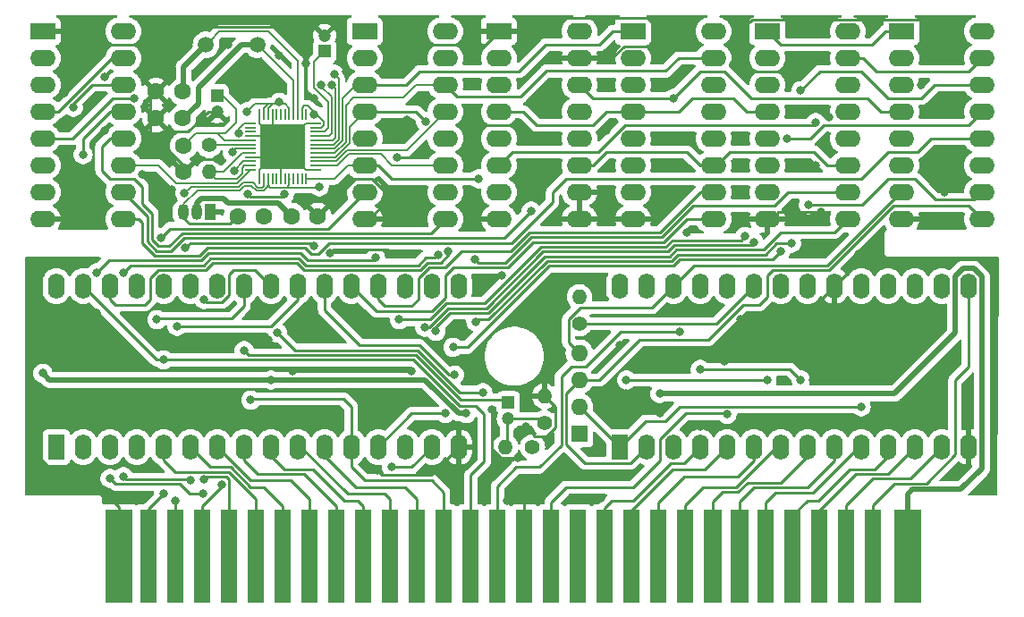
<source format=gbr>
%TF.GenerationSoftware,KiCad,Pcbnew,7.0.10*%
%TF.CreationDate,2024-03-07T11:58:05+00:00*%
%TF.ProjectId,v0a,7630612e-6b69-4636-9164-5f7063625858,rev?*%
%TF.SameCoordinates,Original*%
%TF.FileFunction,Copper,L1,Top*%
%TF.FilePolarity,Positive*%
%FSLAX46Y46*%
G04 Gerber Fmt 4.6, Leading zero omitted, Abs format (unit mm)*
G04 Created by KiCad (PCBNEW 7.0.10) date 2024-03-07 11:58:05*
%MOMM*%
%LPD*%
G01*
G04 APERTURE LIST*
G04 Aperture macros list*
%AMRoundRect*
0 Rectangle with rounded corners*
0 $1 Rounding radius*
0 $2 $3 $4 $5 $6 $7 $8 $9 X,Y pos of 4 corners*
0 Add a 4 corners polygon primitive as box body*
4,1,4,$2,$3,$4,$5,$6,$7,$8,$9,$2,$3,0*
0 Add four circle primitives for the rounded corners*
1,1,$1+$1,$2,$3*
1,1,$1+$1,$4,$5*
1,1,$1+$1,$6,$7*
1,1,$1+$1,$8,$9*
0 Add four rect primitives between the rounded corners*
20,1,$1+$1,$2,$3,$4,$5,0*
20,1,$1+$1,$4,$5,$6,$7,0*
20,1,$1+$1,$6,$7,$8,$9,0*
20,1,$1+$1,$8,$9,$2,$3,0*%
G04 Aperture macros list end*
%TA.AperFunction,ComponentPad*%
%ADD10R,1.050000X1.500000*%
%TD*%
%TA.AperFunction,ComponentPad*%
%ADD11O,1.050000X1.500000*%
%TD*%
%TA.AperFunction,ComponentPad*%
%ADD12R,1.200000X1.200000*%
%TD*%
%TA.AperFunction,ComponentPad*%
%ADD13C,1.200000*%
%TD*%
%TA.AperFunction,ComponentPad*%
%ADD14R,2.400000X1.600000*%
%TD*%
%TA.AperFunction,ComponentPad*%
%ADD15O,2.400000X1.600000*%
%TD*%
%TA.AperFunction,ComponentPad*%
%ADD16C,1.600000*%
%TD*%
%TA.AperFunction,ComponentPad*%
%ADD17C,1.400000*%
%TD*%
%TA.AperFunction,ComponentPad*%
%ADD18O,1.400000X1.400000*%
%TD*%
%TA.AperFunction,ComponentPad*%
%ADD19R,1.600000X2.400000*%
%TD*%
%TA.AperFunction,ComponentPad*%
%ADD20O,1.600000X2.400000*%
%TD*%
%TA.AperFunction,SMDPad,CuDef*%
%ADD21R,2.600000X8.800000*%
%TD*%
%TA.AperFunction,SMDPad,CuDef*%
%ADD22R,1.600000X8.800000*%
%TD*%
%TA.AperFunction,SMDPad,CuDef*%
%ADD23R,1.620000X8.800000*%
%TD*%
%TA.AperFunction,SMDPad,CuDef*%
%ADD24R,1.560000X8.800000*%
%TD*%
%TA.AperFunction,SMDPad,CuDef*%
%ADD25R,1.580000X8.800000*%
%TD*%
%TA.AperFunction,SMDPad,CuDef*%
%ADD26R,1.760000X8.800000*%
%TD*%
%TA.AperFunction,SMDPad,CuDef*%
%ADD27R,1.720000X8.800000*%
%TD*%
%TA.AperFunction,SMDPad,CuDef*%
%ADD28R,1.640000X8.800000*%
%TD*%
%TA.AperFunction,SMDPad,CuDef*%
%ADD29R,2.611000X8.800000*%
%TD*%
%TA.AperFunction,ComponentPad*%
%ADD30R,1.600000X1.600000*%
%TD*%
%TA.AperFunction,ComponentPad*%
%ADD31O,1.600000X1.600000*%
%TD*%
%TA.AperFunction,ComponentPad*%
%ADD32C,1.500000*%
%TD*%
%TA.AperFunction,SMDPad,CuDef*%
%ADD33RoundRect,0.050000X-0.487500X-0.050000X0.487500X-0.050000X0.487500X0.050000X-0.487500X0.050000X0*%
%TD*%
%TA.AperFunction,SMDPad,CuDef*%
%ADD34RoundRect,0.050000X-0.050000X-0.487500X0.050000X-0.487500X0.050000X0.487500X-0.050000X0.487500X0*%
%TD*%
%TA.AperFunction,ComponentPad*%
%ADD35C,2.200000*%
%TD*%
%TA.AperFunction,SMDPad,CuDef*%
%ADD36R,4.200000X4.200000*%
%TD*%
%TA.AperFunction,ViaPad*%
%ADD37C,0.800000*%
%TD*%
%TA.AperFunction,Conductor*%
%ADD38C,0.250000*%
%TD*%
%TA.AperFunction,Conductor*%
%ADD39C,0.130000*%
%TD*%
%TA.AperFunction,Conductor*%
%ADD40C,0.500000*%
%TD*%
G04 APERTURE END LIST*
D10*
%TO.P,U10,1,GND*%
%TO.N,GND*%
X46355000Y-53975000D03*
D11*
%TO.P,U10,2,VI*%
%TO.N,VCC*%
X45085000Y-53975000D03*
%TO.P,U10,3,VO*%
%TO.N,+3V3*%
X43815000Y-53975000D03*
%TD*%
D12*
%TO.P,C11,1*%
%TO.N,Net-(U9-VCM)*%
X46990000Y-42950000D03*
D13*
%TO.P,C11,2*%
%TO.N,GND*%
X46990000Y-44450000D03*
%TD*%
D14*
%TO.P,U4,1,P1*%
%TO.N,GND*%
X73660000Y-36830000D03*
D15*
%TO.P,U4,2,Q1*%
%TO.N,unconnected-(U4-Q1-Pad2)*%
X73660000Y-39370000D03*
%TO.P,U4,3,Q0*%
%TO.N,unconnected-(U4-Q0-Pad3)*%
X73660000Y-41910000D03*
%TO.P,U4,4,Ce*%
%TO.N,/~{IRQRun}*%
X73660000Y-44450000D03*
%TO.P,U4,5,D/U*%
%TO.N,VCC*%
X73660000Y-46990000D03*
%TO.P,U4,6,Q2*%
%TO.N,Net-(U4-Q2)*%
X73660000Y-49530000D03*
%TO.P,U4,7,Q3*%
%TO.N,unconnected-(U4-Q3-Pad7)*%
X73660000Y-52070000D03*
%TO.P,U4,8,GND*%
%TO.N,GND*%
X73660000Y-54610000D03*
%TO.P,U4,9,P3*%
X81280000Y-54610000D03*
%TO.P,U4,10,P2*%
X81280000Y-52070000D03*
%TO.P,U4,11,Pl*%
%TO.N,/~{irqWr}*%
X81280000Y-49530000D03*
%TO.P,U4,12,Tc*%
%TO.N,unconnected-(U4-Tc-Pad12)*%
X81280000Y-46990000D03*
%TO.P,U4,13,Rc*%
%TO.N,unconnected-(U4-Rc-Pad13)*%
X81280000Y-44450000D03*
%TO.P,U4,14,Cp*%
%TO.N,/pA12*%
X81280000Y-41910000D03*
%TO.P,U4,15,P0*%
%TO.N,GND*%
X81280000Y-39370000D03*
%TO.P,U4,16,VCC*%
%TO.N,VCC*%
X81280000Y-36830000D03*
%TD*%
D16*
%TO.P,C13,1*%
%TO.N,Net-(U9-X1)*%
X43688000Y-42545000D03*
%TO.P,C13,2*%
%TO.N,GND*%
X41188000Y-42545000D03*
%TD*%
D14*
%TO.P,U5,1,P1*%
%TO.N,/cD1*%
X99060000Y-36830000D03*
D15*
%TO.P,U5,2,Q1*%
%TO.N,unconnected-(U5-Q1-Pad2)*%
X99060000Y-39370000D03*
%TO.P,U5,3,Q0*%
%TO.N,unconnected-(U5-Q0-Pad3)*%
X99060000Y-41910000D03*
%TO.P,U5,4,Ce*%
%TO.N,/~{IRQRun}*%
X99060000Y-44450000D03*
%TO.P,U5,5,D/U*%
%TO.N,VCC*%
X99060000Y-46990000D03*
%TO.P,U5,6,Q2*%
%TO.N,unconnected-(U5-Q2-Pad6)*%
X99060000Y-49530000D03*
%TO.P,U5,7,Q3*%
%TO.N,Net-(U5-Q3)*%
X99060000Y-52070000D03*
%TO.P,U5,8,GND*%
%TO.N,GND*%
X99060000Y-54610000D03*
%TO.P,U5,9,P3*%
%TO.N,/cD3*%
X106680000Y-54610000D03*
%TO.P,U5,10,P2*%
%TO.N,/cD2*%
X106680000Y-52070000D03*
%TO.P,U5,11,Pl*%
%TO.N,/~{irqWr}*%
X106680000Y-49530000D03*
%TO.P,U5,12,Tc*%
%TO.N,unconnected-(U5-Tc-Pad12)*%
X106680000Y-46990000D03*
%TO.P,U5,13,Rc*%
%TO.N,unconnected-(U5-Rc-Pad13)*%
X106680000Y-44450000D03*
%TO.P,U5,14,Cp*%
%TO.N,Net-(U4-Q2)*%
X106680000Y-41910000D03*
%TO.P,U5,15,P0*%
%TO.N,/cD0*%
X106680000Y-39370000D03*
%TO.P,U5,16,VCC*%
%TO.N,VCC*%
X106680000Y-36830000D03*
%TD*%
D17*
%TO.P,R6,1*%
%TO.N,/pBank0*%
X81280000Y-64516000D03*
D18*
%TO.P,R6,2*%
%TO.N,/pA11*%
X81280000Y-61976000D03*
%TD*%
D12*
%TO.P,C10,1*%
%TO.N,Net-(U9-AOUTL)*%
X74549000Y-72009000D03*
D13*
%TO.P,C10,2*%
%TO.N,Net-(C10-Pad2)*%
X74549000Y-73509000D03*
%TD*%
D19*
%TO.P,U1,1,A18*%
%TO.N,/cBank3*%
X31750000Y-76200000D03*
D20*
%TO.P,U1,2,A16*%
%TO.N,/cBank1*%
X34290000Y-76200000D03*
%TO.P,U1,3,A15*%
%TO.N,/cBank0*%
X36830000Y-76200000D03*
%TO.P,U1,4,A12*%
%TO.N,/cA12*%
X39370000Y-76200000D03*
%TO.P,U1,5,A7*%
%TO.N,/cA7*%
X41910000Y-76200000D03*
%TO.P,U1,6,A6*%
%TO.N,/cA6*%
X44450000Y-76200000D03*
%TO.P,U1,7,A5*%
%TO.N,/cA5*%
X46990000Y-76200000D03*
%TO.P,U1,8,A4*%
%TO.N,/cA4*%
X49530000Y-76200000D03*
%TO.P,U1,9,A3*%
%TO.N,/cA3*%
X52070000Y-76200000D03*
%TO.P,U1,10,A2*%
%TO.N,/cA2*%
X54610000Y-76200000D03*
%TO.P,U1,11,A1*%
%TO.N,/cA1*%
X57150000Y-76200000D03*
%TO.P,U1,12,A0*%
%TO.N,/cA0*%
X59690000Y-76200000D03*
%TO.P,U1,13,D0*%
%TO.N,/cD0*%
X62230000Y-76200000D03*
%TO.P,U1,14,D1*%
%TO.N,/cD1*%
X64770000Y-76200000D03*
%TO.P,U1,15,D2*%
%TO.N,/cD2*%
X67310000Y-76200000D03*
%TO.P,U1,16,VSS*%
%TO.N,GND*%
X69850000Y-76200000D03*
%TO.P,U1,17,D3*%
%TO.N,/cD3*%
X69850000Y-60960000D03*
%TO.P,U1,18,D4*%
%TO.N,/cD4*%
X67310000Y-60960000D03*
%TO.P,U1,19,D5*%
%TO.N,/cD5*%
X64770000Y-60960000D03*
%TO.P,U1,20,D6*%
%TO.N,/cD6*%
X62230000Y-60960000D03*
%TO.P,U1,21,D7*%
%TO.N,/cD7*%
X59690000Y-60960000D03*
%TO.P,U1,22,~{CE}*%
%TO.N,/~{ROMSEL}*%
X57150000Y-60960000D03*
%TO.P,U1,23,A10*%
%TO.N,/cA10*%
X54610000Y-60960000D03*
%TO.P,U1,24,~{OE}*%
%TO.N,/~{R}*%
X52070000Y-60960000D03*
%TO.P,U1,25,A11*%
%TO.N,/cA11*%
X49530000Y-60960000D03*
%TO.P,U1,26,A9*%
%TO.N,/cA9*%
X46990000Y-60960000D03*
%TO.P,U1,27,A8*%
%TO.N,/cA8*%
X44450000Y-60960000D03*
%TO.P,U1,28,A13*%
%TO.N,/cA13*%
X41910000Y-60960000D03*
%TO.P,U1,29,A14*%
%TO.N,/cA14*%
X39370000Y-60960000D03*
%TO.P,U1,30,A17*%
%TO.N,/cBank2*%
X36830000Y-60960000D03*
%TO.P,U1,31,~{WE}*%
%TO.N,/R~{W}*%
X34290000Y-60960000D03*
%TO.P,U1,32,VDD*%
%TO.N,VCC*%
X31750000Y-60960000D03*
%TD*%
D16*
%TO.P,C12,1*%
%TO.N,Net-(U9-VCM)*%
X43815000Y-47665000D03*
%TO.P,C12,2*%
%TO.N,GND*%
X43815000Y-50165000D03*
%TD*%
D19*
%TO.P,U8,1,A14*%
%TO.N,/pBank3*%
X85090000Y-76200000D03*
D20*
%TO.P,U8,2,A12*%
%TO.N,/pBank1*%
X87630000Y-76200000D03*
%TO.P,U8,3,A7*%
%TO.N,/pA7*%
X90170000Y-76200000D03*
%TO.P,U8,4,A6*%
%TO.N,/pA6*%
X92710000Y-76200000D03*
%TO.P,U8,5,A5*%
%TO.N,/pA5*%
X95250000Y-76200000D03*
%TO.P,U8,6,A4*%
%TO.N,/pA4*%
X97790000Y-76200000D03*
%TO.P,U8,7,A3*%
%TO.N,/pA3*%
X100330000Y-76200000D03*
%TO.P,U8,8,A2*%
%TO.N,/pA2*%
X102870000Y-76200000D03*
%TO.P,U8,9,A1*%
%TO.N,/pA1*%
X105410000Y-76200000D03*
%TO.P,U8,10,A0*%
%TO.N,/pA0*%
X107950000Y-76200000D03*
%TO.P,U8,11,Q0*%
%TO.N,/pD0*%
X110490000Y-76200000D03*
%TO.P,U8,12,Q1*%
%TO.N,/pD1*%
X113030000Y-76200000D03*
%TO.P,U8,13,Q2*%
%TO.N,/pD2*%
X115570000Y-76200000D03*
%TO.P,U8,14,GND*%
%TO.N,GND*%
X118110000Y-76200000D03*
%TO.P,U8,15,Q3*%
%TO.N,/pD3*%
X118110000Y-60960000D03*
%TO.P,U8,16,Q4*%
%TO.N,/pD4*%
X115570000Y-60960000D03*
%TO.P,U8,17,Q5*%
%TO.N,/pD5*%
X113030000Y-60960000D03*
%TO.P,U8,18,Q6*%
%TO.N,/pD6*%
X110490000Y-60960000D03*
%TO.P,U8,19,Q7*%
%TO.N,/pD7*%
X107950000Y-60960000D03*
%TO.P,U8,20,~{CS}*%
%TO.N,GND*%
X105410000Y-60960000D03*
%TO.P,U8,21,A10*%
%TO.N,/pA10*%
X102870000Y-60960000D03*
%TO.P,U8,22,~{OE}*%
%TO.N,/~{pRD}*%
X100330000Y-60960000D03*
%TO.P,U8,23,A11*%
%TO.N,/pBank0*%
X97790000Y-60960000D03*
%TO.P,U8,24,A9*%
%TO.N,/pA9*%
X95250000Y-60960000D03*
%TO.P,U8,25,A8*%
%TO.N,/pA8*%
X92710000Y-60960000D03*
%TO.P,U8,26,A13*%
%TO.N,/pBank2*%
X90170000Y-60960000D03*
%TO.P,U8,27,~{WE}*%
%TO.N,/~{pWR}*%
X87630000Y-60960000D03*
%TO.P,U8,28,VCC*%
%TO.N,VCC*%
X85090000Y-60960000D03*
%TD*%
D16*
%TO.P,C14,1*%
%TO.N,Net-(U9-X2)*%
X43688000Y-45085000D03*
%TO.P,C14,2*%
%TO.N,GND*%
X41188000Y-45085000D03*
%TD*%
D14*
%TO.P,U7,1,D2*%
%TO.N,/cD1*%
X111760000Y-36830000D03*
D15*
%TO.P,U7,2,D3*%
%TO.N,/cD2*%
X111760000Y-39370000D03*
%TO.P,U7,3,D4*%
%TO.N,/cD3*%
X111760000Y-41910000D03*
%TO.P,U7,4,Rb*%
%TO.N,/pA12*%
X111760000Y-44450000D03*
%TO.P,U7,5,Ra*%
%TO.N,/pA11*%
X111760000Y-46990000D03*
%TO.P,U7,6,Q4*%
%TO.N,/pBank3*%
X111760000Y-49530000D03*
%TO.P,U7,7,Q3*%
%TO.N,/pBank2*%
X111760000Y-52070000D03*
%TO.P,U7,8,GND*%
%TO.N,GND*%
X111760000Y-54610000D03*
%TO.P,U7,9,Q2*%
%TO.N,/pBank1*%
X119380000Y-54610000D03*
%TO.P,U7,10,Q1*%
%TO.N,/pBank0*%
X119380000Y-52070000D03*
%TO.P,U7,11,~{Er}*%
%TO.N,/pA13*%
X119380000Y-49530000D03*
%TO.P,U7,12,~{Ew}*%
%TO.N,/~{chrWR}*%
X119380000Y-46990000D03*
%TO.P,U7,13,Wb*%
%TO.N,/cA1*%
X119380000Y-44450000D03*
%TO.P,U7,14,Wa*%
%TO.N,/cA0*%
X119380000Y-41910000D03*
%TO.P,U7,15,D1*%
%TO.N,/cD0*%
X119380000Y-39370000D03*
%TO.P,U7,16,VCC*%
%TO.N,VCC*%
X119380000Y-36830000D03*
%TD*%
D16*
%TO.P,C2,1*%
%TO.N,VCC*%
X54015000Y-54356000D03*
%TO.P,C2,2*%
%TO.N,GND*%
X56515000Y-54356000D03*
%TD*%
D12*
%TO.P,C15,1*%
%TO.N,Net-(U9-OUTVC12)*%
X57150000Y-38735000D03*
D13*
%TO.P,C15,2*%
%TO.N,GND*%
X57150000Y-37235000D03*
%TD*%
D21*
%TO.P,H1,1,GND*%
%TO.N,GND*%
X37670000Y-86500000D03*
D22*
%TO.P,H1,2,cA11*%
%TO.N,/cA11*%
X40500000Y-86500000D03*
%TO.P,H1,3,cA10*%
%TO.N,/cA10*%
X43040000Y-86500000D03*
D23*
%TO.P,H1,4,cA9*%
%TO.N,/cA9*%
X45590000Y-86500000D03*
D22*
%TO.P,H1,5,cA8*%
%TO.N,/cA8*%
X48120000Y-86500000D03*
%TO.P,H1,6,cA7*%
%TO.N,/cA7*%
X50660000Y-86500000D03*
%TO.P,H1,7,cA6*%
%TO.N,/cA6*%
X53200000Y-86500000D03*
%TO.P,H1,8,cA5*%
%TO.N,/cA5*%
X55740000Y-86500000D03*
%TO.P,H1,9,cA4*%
%TO.N,/cA4*%
X58280000Y-86500000D03*
%TO.P,H1,10,cA3*%
%TO.N,/cA3*%
X60820000Y-86500000D03*
%TO.P,H1,11,cA2*%
%TO.N,/cA2*%
X63360000Y-86500000D03*
%TO.P,H1,12,cA1*%
%TO.N,/cA1*%
X65900000Y-86500000D03*
D24*
%TO.P,H1,13,cA0*%
%TO.N,/cA0*%
X68420000Y-86500000D03*
D23*
%TO.P,H1,14,cR~{W}*%
%TO.N,/R~{W}*%
X70990000Y-86500000D03*
D22*
%TO.P,H1,15,~{IRQ}*%
%TO.N,/~{IRQ}*%
X73520000Y-86500000D03*
%TO.P,H1,16,GND*%
%TO.N,GND*%
X76060000Y-86500000D03*
%TO.P,H1,17,p~{RD}*%
%TO.N,/~{pRD}*%
X78600000Y-86500000D03*
%TO.P,H1,18,vramA10*%
%TO.N,unconnected-(H1-vramA10-Pad18)*%
X81140000Y-86500000D03*
%TO.P,H1,19,pA6*%
%TO.N,/pA6*%
X83680000Y-86500000D03*
D25*
%TO.P,H1,20,pA5*%
%TO.N,/pA5*%
X86210000Y-86500000D03*
D22*
%TO.P,H1,21,pA4*%
%TO.N,/pA4*%
X88760000Y-86500000D03*
%TO.P,H1,22,pA3*%
%TO.N,/pA3*%
X91300000Y-86500000D03*
D26*
%TO.P,H1,23,pA2*%
%TO.N,/pA2*%
X93920000Y-86500000D03*
D27*
%TO.P,H1,24,pA1*%
%TO.N,/pA1*%
X96440000Y-86500000D03*
D22*
%TO.P,H1,25,pA0*%
%TO.N,/pA0*%
X98920000Y-86500000D03*
D28*
%TO.P,H1,26,pD0*%
%TO.N,/pD0*%
X101480000Y-86500000D03*
D22*
%TO.P,H1,27,pD1*%
%TO.N,/pD1*%
X104000000Y-86500000D03*
%TO.P,H1,28,pD2*%
%TO.N,/pD2*%
X106540000Y-86500000D03*
%TO.P,H1,29,pD3*%
%TO.N,/pD3*%
X109080000Y-86500000D03*
D29*
%TO.P,H1,30,VCC*%
%TO.N,VCC*%
X112345500Y-86500000D03*
%TD*%
D14*
%TO.P,U6,1,P1*%
%TO.N,/cD5*%
X86360000Y-36830000D03*
D15*
%TO.P,U6,2,Q1*%
%TO.N,unconnected-(U6-Q1-Pad2)*%
X86360000Y-39370000D03*
%TO.P,U6,3,Q0*%
%TO.N,unconnected-(U6-Q0-Pad3)*%
X86360000Y-41910000D03*
%TO.P,U6,4,Ce*%
%TO.N,/~{IRQRun}*%
X86360000Y-44450000D03*
%TO.P,U6,5,D/U*%
%TO.N,VCC*%
X86360000Y-46990000D03*
%TO.P,U6,6,Q2*%
%TO.N,unconnected-(U6-Q2-Pad6)*%
X86360000Y-49530000D03*
%TO.P,U6,7,Q3*%
%TO.N,unconnected-(U6-Q3-Pad7)*%
X86360000Y-52070000D03*
%TO.P,U6,8,GND*%
%TO.N,GND*%
X86360000Y-54610000D03*
%TO.P,U6,9,P3*%
%TO.N,/cD7*%
X93980000Y-54610000D03*
%TO.P,U6,10,P2*%
%TO.N,/cD6*%
X93980000Y-52070000D03*
%TO.P,U6,11,Pl*%
%TO.N,/~{irqWr}*%
X93980000Y-49530000D03*
%TO.P,U6,12,Tc*%
%TO.N,unconnected-(U6-Tc-Pad12)*%
X93980000Y-46990000D03*
%TO.P,U6,13,Rc*%
%TO.N,/~{IRQ}*%
X93980000Y-44450000D03*
%TO.P,U6,14,Cp*%
%TO.N,Net-(U5-Q3)*%
X93980000Y-41910000D03*
%TO.P,U6,15,P0*%
%TO.N,/cD4*%
X93980000Y-39370000D03*
%TO.P,U6,16,VCC*%
%TO.N,VCC*%
X93980000Y-36830000D03*
%TD*%
D30*
%TO.P,RN1,1,common*%
%TO.N,VCC*%
X81280000Y-74930000D03*
D31*
%TO.P,RN1,2,R1*%
%TO.N,/pBank3*%
X81280000Y-72390000D03*
%TO.P,RN1,3,R2*%
%TO.N,/pBank1*%
X81280000Y-69850000D03*
%TO.P,RN1,4,R3*%
%TO.N,/pBank2*%
X81280000Y-67310000D03*
%TD*%
D32*
%TO.P,Y1,1,1*%
%TO.N,Net-(U9-X2)*%
X50800000Y-38100000D03*
%TO.P,Y1,2,2*%
%TO.N,Net-(U9-X1)*%
X45920000Y-38100000D03*
%TD*%
D17*
%TO.P,R2,1*%
%TO.N,/rfAUDIO*%
X76835000Y-76200000D03*
D18*
%TO.P,R2,2*%
%TO.N,Net-(C10-Pad2)*%
X74295000Y-76200000D03*
%TD*%
D16*
%TO.P,C1,1*%
%TO.N,+3V3*%
X48915000Y-54356000D03*
%TO.P,C1,2*%
%TO.N,GND*%
X51415000Y-54356000D03*
%TD*%
D17*
%TO.P,R3,1*%
%TO.N,Net-(U9-VAD33)*%
X46228000Y-47625000D03*
D18*
%TO.P,R3,2*%
%TO.N,+3V3*%
X46228000Y-50165000D03*
%TD*%
D14*
%TO.P,U2,1,E*%
%TO.N,GND*%
X30480000Y-36830000D03*
D15*
%TO.P,U2,2,A0*%
%TO.N,/R~{W}*%
X30480000Y-39370000D03*
%TO.P,U2,3,A1*%
%TO.N,/~{ROMSEL}*%
X30480000Y-41910000D03*
%TO.P,U2,4,O0*%
%TO.N,Net-(U2A-O0)*%
X30480000Y-44450000D03*
%TO.P,U2,5,O1*%
%TO.N,/~{R}*%
X30480000Y-46990000D03*
%TO.P,U2,6,O2*%
%TO.N,unconnected-(U2A-O2-Pad6)*%
X30480000Y-49530000D03*
%TO.P,U2,7,O3*%
%TO.N,unconnected-(U2A-O3-Pad7)*%
X30480000Y-52070000D03*
%TO.P,U2,8,GND*%
%TO.N,GND*%
X30480000Y-54610000D03*
%TO.P,U2,9,O3*%
%TO.N,/~{chrWR}*%
X38100000Y-54610000D03*
%TO.P,U2,10,O2*%
%TO.N,/~{irqWr}*%
X38100000Y-52070000D03*
%TO.P,U2,11,O1*%
%TO.N,/~{samWr}*%
X38100000Y-49530000D03*
%TO.P,U2,12,O0*%
%TO.N,/~{prgWR}*%
X38100000Y-46990000D03*
%TO.P,U2,13,A1*%
%TO.N,/cA14*%
X38100000Y-44450000D03*
%TO.P,U2,14,A0*%
%TO.N,/cA13*%
X38100000Y-41910000D03*
%TO.P,U2,15,E*%
%TO.N,Net-(U2A-O0)*%
X38100000Y-39370000D03*
%TO.P,U2,16,VCC*%
%TO.N,VCC*%
X38100000Y-36830000D03*
%TD*%
D14*
%TO.P,U3,1,~{Mr}*%
%TO.N,VCC*%
X60960000Y-36830000D03*
D15*
%TO.P,U3,2,Q0*%
%TO.N,/~{SAMCS}*%
X60960000Y-39370000D03*
%TO.P,U3,3,D0*%
%TO.N,/cD5*%
X60960000Y-41910000D03*
%TO.P,U3,4,D1*%
%TO.N,/cD3*%
X60960000Y-44450000D03*
%TO.P,U3,5,Q1*%
%TO.N,/cBank3*%
X60960000Y-46990000D03*
%TO.P,U3,6,D2*%
%TO.N,/cD0*%
X60960000Y-49530000D03*
%TO.P,U3,7,Q2*%
%TO.N,/cBank0*%
X60960000Y-52070000D03*
%TO.P,U3,8,GND*%
%TO.N,GND*%
X60960000Y-54610000D03*
%TO.P,U3,9,Cp*%
%TO.N,/~{prgWR}*%
X68580000Y-54610000D03*
%TO.P,U3,10,Q3*%
%TO.N,/cBank1*%
X68580000Y-52070000D03*
%TO.P,U3,11,D3*%
%TO.N,/cD1*%
X68580000Y-49530000D03*
%TO.P,U3,12,Q4*%
%TO.N,/cBank2*%
X68580000Y-46990000D03*
%TO.P,U3,13,D4*%
%TO.N,/cD2*%
X68580000Y-44450000D03*
%TO.P,U3,14,D5*%
%TO.N,/cD4*%
X68580000Y-41910000D03*
%TO.P,U3,15,Q5*%
%TO.N,/~{IRQRun}*%
X68580000Y-39370000D03*
%TO.P,U3,16,VCC*%
%TO.N,VCC*%
X68580000Y-36830000D03*
%TD*%
D17*
%TO.P,R1,1*%
%TO.N,Net-(C10-Pad2)*%
X77978000Y-73914000D03*
D18*
%TO.P,R1,2*%
%TO.N,GND*%
X77978000Y-71374000D03*
%TD*%
D33*
%TO.P,U9,1,AOUTL*%
%TO.N,Net-(U9-AOUTL)*%
X50147500Y-45552000D03*
%TO.P,U9,2,AOUTR*%
%TO.N,unconnected-(U9-AOUTR-Pad2)*%
X50147500Y-45952000D03*
%TO.P,U9,3,VCMHPOUT*%
%TO.N,unconnected-(U9-VCMHPOUT-Pad3)*%
X50147500Y-46352000D03*
%TO.P,U9,4,AGND*%
%TO.N,GND*%
X50147500Y-46752000D03*
%TO.P,U9,5,VCM*%
%TO.N,Net-(U9-VCM)*%
X50147500Y-47152000D03*
%TO.P,U9,6,VAD33*%
%TO.N,Net-(U9-VAD33)*%
X50147500Y-47552000D03*
%TO.P,U9,7,MICIN*%
%TO.N,/cAUDIO*%
X50147500Y-47952000D03*
%TO.P,U9,8,VD33*%
%TO.N,+3V3*%
X50147500Y-48352000D03*
%TO.P,U9,9,GND*%
%TO.N,GND*%
X50147500Y-48752000D03*
%TO.P,U9,10,A0*%
%TO.N,/cA0*%
X50147500Y-49152000D03*
%TO.P,U9,11,VD33*%
%TO.N,+3V3*%
X50147500Y-49552000D03*
%TO.P,U9,12,~{WR}*%
%TO.N,/~{samWr}*%
X50147500Y-49952000D03*
D34*
%TO.P,U9,13,GND*%
%TO.N,GND*%
X51010000Y-50814500D03*
%TO.P,U9,14,~{CS}*%
%TO.N,/~{SAMCS}*%
X51410000Y-50814500D03*
%TO.P,U9,15,~{RD}*%
%TO.N,+3V3*%
X51810000Y-50814500D03*
%TO.P,U9,16,MIDI_IN*%
%TO.N,unconnected-(U9-MIDI_IN-Pad16)*%
X52210000Y-50814500D03*
%TO.P,U9,17,NC*%
%TO.N,unconnected-(U9-NC-Pad17)*%
X52610000Y-50814500D03*
%TO.P,U9,18,GND*%
%TO.N,GND*%
X53010000Y-50814500D03*
%TO.P,U9,19,NC*%
%TO.N,unconnected-(U9-NC-Pad19)*%
X53410000Y-50814500D03*
%TO.P,U9,20,VD33*%
%TO.N,+3V3*%
X53810000Y-50814500D03*
%TO.P,U9,21,NC*%
%TO.N,unconnected-(U9-NC-Pad21)*%
X54210000Y-50814500D03*
%TO.P,U9,22,NC*%
%TO.N,unconnected-(U9-NC-Pad22)*%
X54610000Y-50814500D03*
%TO.P,U9,23,NC*%
%TO.N,unconnected-(U9-NC-Pad23)*%
X55010000Y-50814500D03*
%TO.P,U9,24,D0*%
%TO.N,/cD0*%
X55410000Y-50814500D03*
D33*
%TO.P,U9,25,GND*%
%TO.N,GND*%
X56272500Y-49952000D03*
%TO.P,U9,26,D1*%
%TO.N,/cD1*%
X56272500Y-49552000D03*
%TO.P,U9,27,D2*%
%TO.N,/cD2*%
X56272500Y-49152000D03*
%TO.P,U9,28,D3*%
%TO.N,/cD3*%
X56272500Y-48752000D03*
%TO.P,U9,29,D4*%
%TO.N,/cD4*%
X56272500Y-48352000D03*
%TO.P,U9,30,D5*%
%TO.N,/cD5*%
X56272500Y-47952000D03*
%TO.P,U9,31,VD33*%
%TO.N,+3V3*%
X56272500Y-47552000D03*
%TO.P,U9,32,D6*%
%TO.N,/cD6*%
X56272500Y-47152000D03*
%TO.P,U9,33,D7*%
%TO.N,/cD7*%
X56272500Y-46752000D03*
%TO.P,U9,34,OUTVC12*%
%TO.N,Net-(U9-OUTVC12)*%
X56272500Y-46352000D03*
%TO.P,U9,35,VD33*%
%TO.N,+3V3*%
X56272500Y-45952000D03*
%TO.P,U9,36,GND*%
%TO.N,GND*%
X56272500Y-45552000D03*
D34*
%TO.P,U9,37,TEST*%
%TO.N,unconnected-(U9-TEST-Pad37)*%
X55410000Y-44689500D03*
%TO.P,U9,38,~{RST}/~{PD}*%
%TO.N,+3V3*%
X55010000Y-44689500D03*
%TO.P,U9,39,X1*%
%TO.N,Net-(U9-X1)*%
X54610000Y-44689500D03*
%TO.P,U9,40,X2*%
%TO.N,Net-(U9-X2)*%
X54210000Y-44689500D03*
%TO.P,U9,41,VD33*%
%TO.N,+3V3*%
X53810000Y-44689500D03*
%TO.P,U9,42,IRQ*%
%TO.N,unconnected-(U9-IRQ-Pad42)*%
X53410000Y-44689500D03*
%TO.P,U9,43,NC*%
%TO.N,unconnected-(U9-NC-Pad43)*%
X53010000Y-44689500D03*
%TO.P,U9,44,NC*%
%TO.N,unconnected-(U9-NC-Pad44)*%
X52610000Y-44689500D03*
%TO.P,U9,45,GND*%
%TO.N,GND*%
X52210000Y-44689500D03*
%TO.P,U9,46,VD33*%
%TO.N,+3V3*%
X51810000Y-44689500D03*
%TO.P,U9,47,XDIV*%
X51410000Y-44689500D03*
%TO.P,U9,48,GND*%
%TO.N,GND*%
X51010000Y-44689500D03*
D35*
%TO.P,U9,49,GND_DIE*%
X53210000Y-47752000D03*
D36*
X53210000Y-47752000D03*
%TD*%
D37*
%TO.N,/R~{W}*%
X41910000Y-67945000D03*
%TO.N,GND*%
X65405000Y-69000000D03*
X56134000Y-43180000D03*
X88392000Y-46736000D03*
X83312000Y-78994000D03*
X104394000Y-47498000D03*
X101346000Y-44450000D03*
X36068000Y-38608000D03*
X96266000Y-49530000D03*
X92710000Y-74295000D03*
X52705000Y-41910000D03*
X104140000Y-53975000D03*
X35560000Y-63500000D03*
X88900000Y-73025000D03*
X51816000Y-63500000D03*
X83820000Y-53340000D03*
X115570000Y-43180000D03*
X75565000Y-50800000D03*
X83312000Y-81026000D03*
X33020000Y-45720000D03*
X62230000Y-72390000D03*
X63500000Y-46355000D03*
X52832000Y-39116000D03*
X96774000Y-54610000D03*
X76835000Y-46990000D03*
X64955000Y-45212000D03*
X43942000Y-66294000D03*
X94996000Y-68072000D03*
X71628000Y-41656000D03*
X70104000Y-48260000D03*
X80010000Y-78105000D03*
X66040000Y-71755000D03*
X39878000Y-50419000D03*
X64008000Y-48768000D03*
X74422000Y-81280000D03*
X33274000Y-73406000D03*
X36322000Y-46228000D03*
X71120000Y-45720000D03*
X107696000Y-57912000D03*
X83820000Y-46228000D03*
X66040000Y-43180000D03*
X54610000Y-73660000D03*
X51816000Y-66040000D03*
X83820000Y-49784000D03*
X103632000Y-49530000D03*
X116205000Y-68580000D03*
X85090000Y-66548000D03*
X29972000Y-79756000D03*
X90424000Y-46990000D03*
X75475000Y-80010000D03*
X32766000Y-58674000D03*
X55372000Y-39878000D03*
X34036000Y-78740000D03*
X87884000Y-53340000D03*
X78740000Y-42545000D03*
X90170000Y-63500000D03*
X110490000Y-69342000D03*
X29464000Y-61976000D03*
X100330000Y-63500000D03*
X42706991Y-51841685D03*
X40132000Y-47498000D03*
X36322000Y-41148000D03*
X52070000Y-73660000D03*
X75438000Y-77216000D03*
X115824000Y-52070000D03*
X85725000Y-71120000D03*
X88900000Y-41656000D03*
X83820000Y-41656000D03*
X95885000Y-40005000D03*
X91440000Y-55880000D03*
X115570000Y-38735000D03*
X66040000Y-39370000D03*
X57404000Y-65532000D03*
X113665000Y-41910000D03*
X67945000Y-66675000D03*
X41910000Y-72136000D03*
X58420000Y-62992000D03*
X62161848Y-78417848D03*
X77216000Y-80264000D03*
X96520000Y-64135000D03*
X71120000Y-39624000D03*
X32004000Y-71628000D03*
X32512000Y-42672000D03*
X96012000Y-47244000D03*
X90170000Y-67310000D03*
X104902000Y-44958000D03*
X50165000Y-39975000D03*
X98425000Y-66675000D03*
X90424000Y-49784000D03*
X111125000Y-58600000D03*
X88900000Y-39370000D03*
X59182000Y-40640000D03*
X48006000Y-38100000D03*
X96774000Y-52324000D03*
X118110000Y-71755000D03*
X100330000Y-69850000D03*
X72390000Y-80264000D03*
X103415000Y-69850000D03*
X83312000Y-75946000D03*
X116586000Y-78740000D03*
X63590000Y-53340000D03*
X105410000Y-56896000D03*
X33473795Y-62782900D03*
X63500000Y-57912000D03*
X101092000Y-66548000D03*
X105410000Y-69850000D03*
X100965000Y-40640000D03*
X73914000Y-59944000D03*
X57695434Y-57810106D03*
X73025000Y-72644000D03*
X114300000Y-64262000D03*
X76200000Y-74295000D03*
X46736000Y-66294000D03*
X46978000Y-48965439D03*
X39370000Y-68580000D03*
X54120933Y-69000000D03*
X82296000Y-65786000D03*
X115570000Y-48260000D03*
X78740000Y-60960000D03*
%TO.N,/cA11*%
X41275000Y-64135000D03*
X41910000Y-80645000D03*
%TO.N,VCC*%
X70575000Y-73025000D03*
X52070000Y-69850000D03*
X30480000Y-69215000D03*
X88880000Y-71140000D03*
%TO.N,/~{pRD}*%
X95250000Y-73115000D03*
%TO.N,/cD7*%
X56839999Y-41910000D03*
%TO.N,/cD6*%
X57840002Y-41910000D03*
%TO.N,/cD3*%
X66712773Y-45376773D03*
X67695242Y-65232856D03*
%TO.N,/cD2*%
X71374000Y-58420000D03*
X63500000Y-78105000D03*
%TO.N,/cD1*%
X100330000Y-57695000D03*
X69321000Y-66751200D03*
%TO.N,/cD0*%
X71755000Y-50800000D03*
X101361852Y-56911852D03*
X71473785Y-64357132D03*
X68580000Y-73025000D03*
%TO.N,/~{ROMSEL}*%
X43979000Y-57360000D03*
X56134000Y-57145000D03*
X69455949Y-69365752D03*
%TO.N,/pA11*%
X85725000Y-69850000D03*
X99060000Y-69850000D03*
%TO.N,/pA12*%
X90170000Y-43180000D03*
X102235000Y-69850000D03*
X92710000Y-68834000D03*
%TO.N,/cA14*%
X34290000Y-48514000D03*
X45677434Y-80645000D03*
X36830000Y-79160000D03*
%TO.N,/cA10*%
X43040000Y-81280000D03*
X43180000Y-64770000D03*
%TO.N,/cA9*%
X47395000Y-79730000D03*
%TO.N,/cA8*%
X45720000Y-79280000D03*
%TO.N,/cA1*%
X64225000Y-64135000D03*
X96948088Y-56255381D03*
X100965000Y-46990000D03*
%TO.N,/cA0*%
X66636900Y-64860000D03*
X50165000Y-71755000D03*
X48618678Y-50073678D03*
X102235000Y-42455000D03*
X97790000Y-56795000D03*
%TO.N,/~{IRQ}*%
X90805000Y-65315000D03*
%TO.N,/cA13*%
X38100000Y-78984695D03*
X33373903Y-44041903D03*
X44450000Y-79375000D03*
%TO.N,/cBank3*%
X35560000Y-59690000D03*
X61976000Y-58260000D03*
%TO.N,/cBank2*%
X68830767Y-57653134D03*
%TO.N,/cBank1*%
X38100000Y-59711000D03*
X67880802Y-57965496D03*
%TO.N,/cBank0*%
X41645049Y-56364951D03*
%TO.N,/~{irqWr}*%
X76708000Y-53848000D03*
%TO.N,/pBank0*%
X102959302Y-53250000D03*
%TO.N,/pBank3*%
X107950000Y-72390000D03*
%TO.N,/~{R}*%
X39116000Y-43180000D03*
X45720000Y-62230000D03*
%TO.N,Net-(U4-Q2)*%
X103627347Y-45461347D03*
%TO.N,/~{SAMCS}*%
X43905850Y-52157197D03*
%TO.N,+3V3*%
X52879490Y-43556779D03*
X56642000Y-51562000D03*
X56134000Y-44704000D03*
X58100000Y-40900000D03*
X49779347Y-44454653D03*
%TO.N,Net-(U9-AOUTL)*%
X49014182Y-46487000D03*
X49530000Y-67056000D03*
%TO.N,/cAUDIO*%
X49890000Y-52256000D03*
X52705000Y-65405000D03*
X53340000Y-52282000D03*
X48428000Y-48297774D03*
X72136000Y-71030000D03*
%TD*%
D38*
%TO.N,/R~{W}*%
X70990000Y-78870000D02*
X72263000Y-77597000D01*
X69938172Y-72300000D02*
X65583172Y-67945000D01*
X41275000Y-67945000D02*
X34290000Y-60960000D01*
X65583172Y-67945000D02*
X41275000Y-67945000D01*
X70990000Y-86500000D02*
X70990000Y-78870000D01*
X71476826Y-72300000D02*
X69938172Y-72300000D01*
X72263000Y-73086174D02*
X71476826Y-72300000D01*
X72263000Y-77597000D02*
X72263000Y-73086174D01*
%TO.N,GND*%
X61360000Y-54610000D02*
X62864302Y-53105698D01*
X73870431Y-77225000D02*
X75429000Y-77225000D01*
X63500000Y-46355000D02*
X63812000Y-46355000D01*
X43815000Y-50165000D02*
X45014561Y-48965439D01*
D39*
X50147500Y-46752000D02*
X52210000Y-46752000D01*
D38*
X107770000Y-58600000D02*
X105410000Y-60960000D01*
X36068000Y-38608000D02*
X36576000Y-38100000D01*
X115570000Y-36830000D02*
X114445000Y-35705000D01*
D39*
X51010000Y-50814500D02*
X51010000Y-49952000D01*
D38*
X79003000Y-74338569D02*
X78157569Y-75184000D01*
X88900000Y-36720000D02*
X88900000Y-39370000D01*
X33102100Y-62782900D02*
X29210000Y-66675000D01*
X63590000Y-53340000D02*
X63355698Y-53105698D01*
X32512000Y-42164000D02*
X36068000Y-38608000D01*
X62864302Y-53105698D02*
X62864302Y-51983312D01*
X60071000Y-50800000D02*
X56515000Y-54356000D01*
X36576000Y-38100000D02*
X40640000Y-38100000D01*
X29210000Y-66675000D02*
X29210000Y-76310000D01*
X63123000Y-57535000D02*
X63500000Y-57912000D01*
X67220000Y-78830000D02*
X69850000Y-76200000D01*
D39*
X53010000Y-50814500D02*
X53010000Y-47952000D01*
X50147500Y-48752000D02*
X52210000Y-48752000D01*
D38*
X114445000Y-35705000D02*
X97645000Y-35705000D01*
X56355000Y-36440000D02*
X57150000Y-37235000D01*
X52100000Y-41910000D02*
X50165000Y-39975000D01*
X60960000Y-54610000D02*
X61360000Y-54610000D01*
X102870000Y-63500000D02*
X105410000Y-60960000D01*
X73025000Y-76379569D02*
X73870431Y-77225000D01*
X73660000Y-36830000D02*
X72390000Y-38100000D01*
X46141472Y-44450000D02*
X44236472Y-46355000D01*
D39*
X51010000Y-49952000D02*
X53210000Y-47752000D01*
D38*
X71120000Y-45720000D02*
X75565000Y-45720000D01*
X29210000Y-76310000D02*
X32656000Y-79756000D01*
X72390000Y-38100000D02*
X67310000Y-38100000D01*
X63355698Y-53105698D02*
X62864302Y-53105698D01*
X44236472Y-46355000D02*
X42458000Y-46355000D01*
X100330000Y-63500000D02*
X102870000Y-63500000D01*
X85494010Y-38245000D02*
X87775000Y-38245000D01*
D39*
X55410000Y-49952000D02*
X53210000Y-47752000D01*
D38*
X67310000Y-38100000D02*
X66040000Y-39370000D01*
X75475000Y-80010000D02*
X76060000Y-80595000D01*
X40660000Y-42545000D02*
X40660000Y-46375000D01*
X100965000Y-40640000D02*
X96520000Y-40640000D01*
X61680990Y-50800000D02*
X60071000Y-50800000D01*
X76060000Y-80595000D02*
X76060000Y-86500000D01*
X73025000Y-72644000D02*
X73025000Y-76379569D01*
D39*
X52210000Y-44689500D02*
X52210000Y-46752000D01*
D38*
X96520000Y-40640000D02*
X95885000Y-40005000D01*
X111125000Y-58600000D02*
X107770000Y-58600000D01*
X37670000Y-81866000D02*
X37670000Y-86500000D01*
X43815000Y-49530000D02*
X43815000Y-50165000D01*
X87740000Y-35560000D02*
X88900000Y-36720000D01*
D39*
X51010000Y-45552000D02*
X53210000Y-47752000D01*
D38*
X46990000Y-44450000D02*
X46141472Y-44450000D01*
X63812000Y-46355000D02*
X64955000Y-45212000D01*
X95885000Y-37465000D02*
X95885000Y-40005000D01*
X78105000Y-36830000D02*
X79375000Y-35560000D01*
D39*
X55410000Y-45552000D02*
X56272500Y-45552000D01*
D38*
X75565000Y-45720000D02*
X76835000Y-46990000D01*
X84369010Y-39370000D02*
X85494010Y-38245000D01*
X45014561Y-48965439D02*
X46978000Y-48965439D01*
X115570000Y-38735000D02*
X115570000Y-36830000D01*
X81280000Y-39370000D02*
X84369010Y-39370000D01*
X73660000Y-36830000D02*
X78105000Y-36830000D01*
X32656000Y-79756000D02*
X35560000Y-79756000D01*
D39*
X56272500Y-49952000D02*
X55410000Y-49952000D01*
D38*
X40640000Y-38100000D02*
X42300000Y-36440000D01*
X62864302Y-51983312D02*
X61680990Y-50800000D01*
X35560000Y-79756000D02*
X37670000Y-81866000D01*
X77978000Y-71374000D02*
X79003000Y-72399000D01*
D39*
X51010000Y-44689500D02*
X51010000Y-45552000D01*
D38*
X40660000Y-46375000D02*
X43815000Y-49530000D01*
X77089000Y-75184000D02*
X76200000Y-74295000D01*
X62161848Y-78417848D02*
X62574000Y-78830000D01*
X33473795Y-62782900D02*
X33102100Y-62782900D01*
X57970540Y-57535000D02*
X63123000Y-57535000D01*
X79003000Y-72399000D02*
X79003000Y-74338569D01*
X99460000Y-54610000D02*
X100095000Y-53975000D01*
D39*
X52210000Y-48752000D02*
X53210000Y-47752000D01*
X53210000Y-47752000D02*
X55410000Y-45552000D01*
D38*
X57695434Y-57810106D02*
X57970540Y-57535000D01*
D39*
X53010000Y-47952000D02*
X53210000Y-47752000D01*
D38*
X100095000Y-53975000D02*
X104140000Y-53975000D01*
X54120933Y-69000000D02*
X65405000Y-69000000D01*
X62574000Y-78830000D02*
X67220000Y-78830000D01*
X32512000Y-42672000D02*
X32512000Y-42164000D01*
X79375000Y-35560000D02*
X87740000Y-35560000D01*
X78157569Y-75184000D02*
X77089000Y-75184000D01*
X42458000Y-46355000D02*
X41188000Y-45085000D01*
X99060000Y-54610000D02*
X99460000Y-54610000D01*
X115824000Y-52070000D02*
X115570000Y-51816000D01*
X75429000Y-77225000D02*
X75438000Y-77216000D01*
X87775000Y-38245000D02*
X88900000Y-39370000D01*
X52705000Y-41910000D02*
X52100000Y-41910000D01*
D39*
X52210000Y-46752000D02*
X53210000Y-47752000D01*
D38*
X97645000Y-35705000D02*
X95885000Y-37465000D01*
X42300000Y-36440000D02*
X56355000Y-36440000D01*
X115570000Y-51816000D02*
X115570000Y-48260000D01*
%TO.N,/cA11*%
X41275000Y-64135000D02*
X41365000Y-64045000D01*
X48350000Y-64045000D02*
X49530000Y-62865000D01*
X41365000Y-64045000D02*
X48350000Y-64045000D01*
X49530000Y-62865000D02*
X49530000Y-60960000D01*
X41910000Y-80645000D02*
X40500000Y-82055000D01*
X40500000Y-82055000D02*
X40500000Y-86500000D01*
D40*
%TO.N,VCC*%
X88880000Y-71140000D02*
X111105000Y-71140000D01*
X54015000Y-54356000D02*
X52765000Y-53106000D01*
X116840000Y-60062233D02*
X117592233Y-59310000D01*
X52070000Y-69850000D02*
X66675000Y-69850000D01*
X48026000Y-53106000D02*
X47625000Y-52705000D01*
X111105000Y-71140000D02*
X116840000Y-65405000D01*
X45085000Y-53070000D02*
X45085000Y-53340000D01*
X112340000Y-80700000D02*
X112340000Y-86500000D01*
X66675000Y-69850000D02*
X69850000Y-73025000D01*
X116840000Y-65405000D02*
X116840000Y-60062233D01*
X117397000Y-80215000D02*
X112825000Y-80215000D01*
X112825000Y-80215000D02*
X112340000Y-80700000D01*
X45450000Y-52705000D02*
X45085000Y-53070000D01*
X31115000Y-69850000D02*
X30480000Y-69215000D01*
X117592233Y-59310000D02*
X118627767Y-59310000D01*
X69850000Y-73025000D02*
X70575000Y-73025000D01*
X52765000Y-53106000D02*
X48026000Y-53106000D01*
X52070000Y-69850000D02*
X31115000Y-69850000D01*
X118627767Y-59310000D02*
X119380000Y-60062233D01*
X119380000Y-78232000D02*
X117397000Y-80215000D01*
X47625000Y-52705000D02*
X45450000Y-52705000D01*
X119380000Y-60062233D02*
X119380000Y-78232000D01*
D38*
%TO.N,/~{pRD}*%
X95250000Y-73115000D02*
X95160000Y-73025000D01*
X78600000Y-81420000D02*
X78600000Y-86500000D01*
X88900000Y-75479010D02*
X88900000Y-77470000D01*
X91354010Y-73025000D02*
X88900000Y-75479010D01*
X95160000Y-73025000D02*
X91354010Y-73025000D01*
X86360000Y-80010000D02*
X80010000Y-80010000D01*
X80010000Y-80010000D02*
X78600000Y-81420000D01*
X88900000Y-77470000D02*
X86360000Y-80010000D01*
%TO.N,/pD0*%
X106876000Y-78290000D02*
X103886000Y-81280000D01*
X103886000Y-81280000D02*
X102870000Y-81280000D01*
X101480000Y-82670000D02*
X101480000Y-86500000D01*
X110490000Y-77020000D02*
X109220000Y-78290000D01*
X110490000Y-76200000D02*
X110490000Y-77020000D01*
X102870000Y-81280000D02*
X101480000Y-82670000D01*
X109220000Y-78290000D02*
X106876000Y-78290000D01*
%TO.N,/pD1*%
X110490000Y-78740000D02*
X113030000Y-76200000D01*
X104000000Y-82182000D02*
X107442000Y-78740000D01*
X104000000Y-86500000D02*
X104000000Y-82182000D01*
X107442000Y-78740000D02*
X110490000Y-78740000D01*
%TO.N,/pD2*%
X109024000Y-79190000D02*
X112580000Y-79190000D01*
X106540000Y-86500000D02*
X106540000Y-81674000D01*
X106540000Y-81674000D02*
X109024000Y-79190000D01*
X112580000Y-79190000D02*
X115570000Y-76200000D01*
%TO.N,/pD3*%
X116840000Y-76920990D02*
X116840000Y-69850000D01*
X111114000Y-79640000D02*
X114120990Y-79640000D01*
X109080000Y-86500000D02*
X109080000Y-81674000D01*
X109080000Y-81674000D02*
X111114000Y-79640000D01*
X114120990Y-79640000D02*
X116840000Y-76920990D01*
X118110000Y-68580000D02*
X118110000Y-60960000D01*
X116840000Y-69850000D02*
X118110000Y-68580000D01*
%TO.N,/cD7*%
X91434416Y-54610000D02*
X89264416Y-56780000D01*
D39*
X57845002Y-46454998D02*
X57548000Y-46752000D01*
D38*
X76888896Y-56780000D02*
X74486896Y-59182000D01*
X67310000Y-63320000D02*
X62050000Y-63320000D01*
X62050000Y-63320000D02*
X59690000Y-60960000D01*
X93980000Y-54610000D02*
X91434416Y-54610000D01*
X68580000Y-59944000D02*
X68580000Y-62050000D01*
X89264416Y-56780000D02*
X76888896Y-56780000D01*
D39*
X57548000Y-46752000D02*
X56272500Y-46752000D01*
D38*
X69342000Y-59182000D02*
X68580000Y-59944000D01*
D39*
X57845002Y-43048002D02*
X57845002Y-46454998D01*
X56839999Y-42042999D02*
X57845002Y-43048002D01*
X56839999Y-41910000D02*
X56839999Y-42042999D01*
D38*
X68580000Y-62050000D02*
X67310000Y-63320000D01*
X74486896Y-59182000D02*
X69342000Y-59182000D01*
%TO.N,/cD6*%
X62230000Y-62230000D02*
X62230000Y-60960000D01*
X76516104Y-55880000D02*
X74738104Y-57658000D01*
X88891624Y-55880000D02*
X76516104Y-55880000D01*
D39*
X57840002Y-41910000D02*
X58175002Y-42245000D01*
D38*
X74738104Y-57658000D02*
X70104000Y-57658000D01*
X66040000Y-62230000D02*
X65405000Y-62865000D01*
D39*
X57933310Y-47152000D02*
X56272500Y-47152000D01*
D38*
X68580000Y-59182000D02*
X67097010Y-59182000D01*
X67097010Y-59182000D02*
X66040000Y-60239010D01*
X65405000Y-62865000D02*
X62865000Y-62865000D01*
X93980000Y-52070000D02*
X92701624Y-52070000D01*
X70104000Y-57658000D02*
X68580000Y-59182000D01*
X92701624Y-52070000D02*
X88891624Y-55880000D01*
X66040000Y-60239010D02*
X66040000Y-62230000D01*
X62865000Y-62865000D02*
X62230000Y-62230000D01*
D39*
X58175002Y-46910308D02*
X57933310Y-47152000D01*
X58175002Y-42245000D02*
X58175002Y-46910308D01*
D38*
%TO.N,/cD5*%
X78105000Y-38100000D02*
X75565000Y-40640000D01*
D39*
X60090000Y-41910000D02*
X58835001Y-43164999D01*
D38*
X83185000Y-38100000D02*
X78105000Y-38100000D01*
X64890000Y-41910000D02*
X60960000Y-41910000D01*
D39*
X58835001Y-47183689D02*
X58066690Y-47952000D01*
X58835001Y-43164999D02*
X58835001Y-47183689D01*
X58066690Y-47952000D02*
X56272500Y-47952000D01*
D38*
X75565000Y-40640000D02*
X66160000Y-40640000D01*
X86360000Y-36830000D02*
X84455000Y-36830000D01*
X84455000Y-36830000D02*
X83185000Y-38100000D01*
X66160000Y-40640000D02*
X64890000Y-41910000D01*
D39*
X60960000Y-41910000D02*
X60090000Y-41910000D01*
%TO.N,/cD4*%
X68580000Y-41910000D02*
X65786000Y-41910000D01*
D38*
X78145000Y-40600000D02*
X75710000Y-43035000D01*
D39*
X59900000Y-43100000D02*
X59165000Y-43835000D01*
X64596000Y-43100000D02*
X59900000Y-43100000D01*
D38*
X90678000Y-39370000D02*
X89448000Y-40600000D01*
D39*
X59165000Y-43835000D02*
X59165000Y-47320380D01*
D38*
X75710000Y-43035000D02*
X69705000Y-43035000D01*
D39*
X65786000Y-41910000D02*
X64596000Y-43100000D01*
D38*
X89448000Y-40600000D02*
X78145000Y-40600000D01*
D39*
X58133380Y-48352000D02*
X56272500Y-48352000D01*
X59165000Y-47320380D02*
X58133380Y-48352000D01*
D38*
X93980000Y-39370000D02*
X90678000Y-39370000D01*
X69705000Y-43035000D02*
X68580000Y-41910000D01*
D39*
%TO.N,/cD3*%
X56272500Y-48752000D02*
X58200070Y-48752000D01*
D38*
X72657792Y-63500000D02*
X78027792Y-58130000D01*
X65786000Y-44450000D02*
X60960000Y-44450000D01*
X105410000Y-55880000D02*
X106680000Y-54610000D01*
X100330000Y-55880000D02*
X105410000Y-55880000D01*
D39*
X59495000Y-46548863D02*
X59500000Y-46543863D01*
D38*
X98690000Y-57520000D02*
X100330000Y-55880000D01*
X89823604Y-58130000D02*
X90433604Y-57520000D01*
X69039188Y-63500000D02*
X72657792Y-63500000D01*
X78027792Y-58130000D02*
X89823604Y-58130000D01*
X66712773Y-45376773D02*
X65786000Y-44450000D01*
D39*
X59494999Y-47457071D02*
X59495000Y-46548863D01*
D38*
X67695242Y-64843946D02*
X69039188Y-63500000D01*
X90433604Y-57520000D02*
X98690000Y-57520000D01*
X67695242Y-65232856D02*
X67695242Y-64843946D01*
D39*
X58200070Y-48752000D02*
X59494999Y-47457071D01*
X59500000Y-46543863D02*
X59500000Y-45910000D01*
X59500000Y-45910000D02*
X60960000Y-44450000D01*
D38*
%TO.N,/cD2*%
X99780990Y-53340000D02*
X101050990Y-52070000D01*
X71686000Y-58732000D02*
X74300500Y-58732000D01*
D39*
X64930000Y-48100000D02*
X59318760Y-48100000D01*
D38*
X101050990Y-52070000D02*
X106680000Y-52070000D01*
X92068020Y-53340000D02*
X99780990Y-53340000D01*
X71374000Y-58420000D02*
X71686000Y-58732000D01*
D39*
X68580000Y-44450000D02*
X64930000Y-48100000D01*
D38*
X65405000Y-78105000D02*
X63500000Y-78105000D01*
D39*
X59318760Y-48100000D02*
X58266760Y-49152000D01*
X58266760Y-49152000D02*
X56272500Y-49152000D01*
D38*
X74300500Y-58732000D02*
X76702500Y-56330000D01*
X67310000Y-76200000D02*
X65405000Y-78105000D01*
X76702500Y-56330000D02*
X89078020Y-56330000D01*
X89078020Y-56330000D02*
X92068020Y-53340000D01*
%TO.N,/cD1*%
X90196396Y-59030000D02*
X90806396Y-58420000D01*
X100330000Y-38100000D02*
X99060000Y-36830000D01*
X99605000Y-58420000D02*
X100330000Y-57695000D01*
X70679384Y-66751200D02*
X78400584Y-59030000D01*
D39*
X63530000Y-49530000D02*
X68580000Y-49530000D01*
X62465000Y-48465000D02*
X63530000Y-49530000D01*
D38*
X69321000Y-66751200D02*
X70679384Y-66751200D01*
X109000000Y-38100000D02*
X100330000Y-38100000D01*
X110270000Y-36830000D02*
X109000000Y-38100000D01*
D39*
X58333450Y-49552000D02*
X59420450Y-48465000D01*
X56272500Y-49552000D02*
X58333450Y-49552000D01*
D38*
X78400584Y-59030000D02*
X90196396Y-59030000D01*
D39*
X59420450Y-48465000D02*
X62465000Y-48465000D01*
D38*
X90806396Y-58420000D02*
X99605000Y-58420000D01*
X111760000Y-36830000D02*
X110270000Y-36830000D01*
%TO.N,/cD0*%
X65405000Y-73025000D02*
X68580000Y-73025000D01*
X118110000Y-40640000D02*
X119380000Y-39370000D01*
X78214188Y-58580000D02*
X90010000Y-58580000D01*
X63500000Y-50800000D02*
X62230000Y-49530000D01*
X71473785Y-64357132D02*
X71695917Y-64135000D01*
X62230000Y-76200000D02*
X65405000Y-73025000D01*
D39*
X55424500Y-50800000D02*
X55410000Y-50814500D01*
D38*
X98876396Y-57970000D02*
X99934544Y-56911852D01*
X90620000Y-57970000D02*
X98876396Y-57970000D01*
X62230000Y-49530000D02*
X60960000Y-49530000D01*
X90010000Y-58580000D02*
X90620000Y-57970000D01*
D39*
X58102500Y-50800000D02*
X55424500Y-50800000D01*
X60960000Y-49530000D02*
X59372500Y-49530000D01*
D38*
X71755000Y-50800000D02*
X63500000Y-50800000D01*
D39*
X59372500Y-49530000D02*
X58102500Y-50800000D01*
D38*
X72659188Y-64135000D02*
X78214188Y-58580000D01*
X109440000Y-40640000D02*
X118110000Y-40640000D01*
X106680000Y-39370000D02*
X108170000Y-39370000D01*
X71695917Y-64135000D02*
X72659188Y-64135000D01*
X99934544Y-56911852D02*
X101361852Y-56911852D01*
X108170000Y-39370000D02*
X109440000Y-40640000D01*
%TO.N,/~{ROMSEL}*%
X68913112Y-69365752D02*
X66142360Y-66595000D01*
X55859000Y-56870000D02*
X56134000Y-57145000D01*
X43979000Y-57360000D02*
X44469000Y-56870000D01*
X60499000Y-66595000D02*
X57150000Y-63246000D01*
X69455949Y-69365752D02*
X68913112Y-69365752D01*
X44469000Y-56870000D02*
X55859000Y-56870000D01*
X66142360Y-66595000D02*
X60499000Y-66595000D01*
X57150000Y-63246000D02*
X57150000Y-60960000D01*
%TO.N,/pA11*%
X85725000Y-69850000D02*
X99060000Y-69850000D01*
%TO.N,/pA12*%
X109855000Y-44450000D02*
X111760000Y-44450000D01*
X94996000Y-40640000D02*
X97536000Y-43180000D01*
X82550000Y-43180000D02*
X90170000Y-43180000D01*
X92710000Y-40640000D02*
X94996000Y-40640000D01*
X97536000Y-43180000D02*
X108585000Y-43180000D01*
X101219000Y-68834000D02*
X92710000Y-68834000D01*
X108585000Y-43180000D02*
X109855000Y-44450000D01*
X102235000Y-69850000D02*
X101219000Y-68834000D01*
X90170000Y-43180000D02*
X92710000Y-40640000D01*
X81280000Y-41910000D02*
X82550000Y-43180000D01*
%TO.N,/pA6*%
X83680000Y-86500000D02*
X83680000Y-81928000D01*
X84328000Y-81280000D02*
X86360000Y-81280000D01*
X91185000Y-77725000D02*
X92710000Y-76200000D01*
X86360000Y-81280000D02*
X89915000Y-77725000D01*
X89915000Y-77725000D02*
X91185000Y-77725000D01*
X83680000Y-81928000D02*
X84328000Y-81280000D01*
%TO.N,/pA5*%
X95250000Y-76200000D02*
X93160000Y-78290000D01*
X90112000Y-78290000D02*
X86210000Y-82192000D01*
X86210000Y-82192000D02*
X86210000Y-86500000D01*
X93160000Y-78290000D02*
X90112000Y-78290000D01*
%TO.N,/pA4*%
X91186000Y-78994000D02*
X88760000Y-81420000D01*
X96266000Y-78994000D02*
X91186000Y-78994000D01*
X97790000Y-77470000D02*
X96266000Y-78994000D01*
X88760000Y-81420000D02*
X88760000Y-86500000D01*
X97790000Y-76200000D02*
X97790000Y-77470000D01*
%TO.N,/pA3*%
X99930000Y-76200000D02*
X96120000Y-80010000D01*
X91300000Y-81670000D02*
X91300000Y-86500000D01*
X100330000Y-76200000D02*
X99930000Y-76200000D01*
X92960000Y-80010000D02*
X91300000Y-81670000D01*
X96120000Y-80010000D02*
X92960000Y-80010000D01*
%TO.N,/pA2*%
X100330000Y-79560000D02*
X97206396Y-79560000D01*
X102870000Y-76200000D02*
X102870000Y-77020000D01*
X97206396Y-79560000D02*
X96306396Y-80460000D01*
X96306396Y-80460000D02*
X94800000Y-80460000D01*
X93920000Y-81340000D02*
X93920000Y-86500000D01*
X102870000Y-77020000D02*
X100330000Y-79560000D01*
X94800000Y-80460000D02*
X93920000Y-81340000D01*
%TO.N,/pA1*%
X96440000Y-81360000D02*
X96440000Y-86500000D01*
X97790000Y-80010000D02*
X96440000Y-81360000D01*
X105410000Y-76200000D02*
X105410000Y-77470000D01*
X102870000Y-80010000D02*
X97790000Y-80010000D01*
X105410000Y-77470000D02*
X102870000Y-80010000D01*
%TO.N,/pA0*%
X107696000Y-76200000D02*
X107950000Y-76200000D01*
X98920000Y-86500000D02*
X98920000Y-81420000D01*
X103378000Y-80518000D02*
X107696000Y-76200000D01*
X99822000Y-80518000D02*
X103378000Y-80518000D01*
X98920000Y-81420000D02*
X99822000Y-80518000D01*
%TO.N,/cA14*%
X37379695Y-79709695D02*
X43424695Y-79709695D01*
X43424695Y-79709695D02*
X44360000Y-80645000D01*
X34290000Y-48514000D02*
X34290000Y-46990000D01*
X36830000Y-44450000D02*
X38100000Y-44450000D01*
X44360000Y-80645000D02*
X45677434Y-80645000D01*
X34290000Y-46990000D02*
X36830000Y-44450000D01*
X36830000Y-79160000D02*
X37379695Y-79709695D01*
%TO.N,/cA10*%
X43180000Y-64770000D02*
X52070000Y-64770000D01*
X54610000Y-62230000D02*
X54610000Y-60960000D01*
X43040000Y-81280000D02*
X43040000Y-86500000D01*
X52070000Y-64770000D02*
X54610000Y-62230000D01*
%TO.N,/cA9*%
X45590000Y-81757739D02*
X45590000Y-86500000D01*
X47395000Y-79730000D02*
X47395000Y-79952739D01*
X47395000Y-79952739D02*
X45590000Y-81757739D01*
%TO.N,/cA8*%
X45720000Y-79280000D02*
X45995000Y-79005000D01*
X48120000Y-79239188D02*
X48120000Y-86500000D01*
X45995000Y-79005000D02*
X47885812Y-79005000D01*
X47885812Y-79005000D02*
X48120000Y-79239188D01*
%TO.N,/cA7*%
X50660000Y-81142792D02*
X50660000Y-86500000D01*
X41910000Y-77470000D02*
X42995000Y-78555000D01*
X48072208Y-78555000D02*
X50660000Y-81142792D01*
X41910000Y-76200000D02*
X41910000Y-77470000D01*
X42995000Y-78555000D02*
X48072208Y-78555000D01*
%TO.N,/cA6*%
X46355000Y-78105000D02*
X48258604Y-78105000D01*
X53200000Y-81775000D02*
X53200000Y-86500000D01*
X50163604Y-80010000D02*
X51435000Y-80010000D01*
X48258604Y-78105000D02*
X50163604Y-80010000D01*
X51435000Y-80010000D02*
X53200000Y-81775000D01*
X44450000Y-76200000D02*
X46355000Y-78105000D01*
%TO.N,/cA5*%
X55740000Y-81140000D02*
X53975000Y-79375000D01*
X55740000Y-86500000D02*
X55740000Y-81140000D01*
X50165000Y-79375000D02*
X46990000Y-76200000D01*
X53975000Y-79375000D02*
X50165000Y-79375000D01*
%TO.N,/cA4*%
X55245000Y-78740000D02*
X58280000Y-81775000D01*
X49530000Y-77470000D02*
X50800000Y-78740000D01*
X50800000Y-78740000D02*
X55245000Y-78740000D01*
X49530000Y-76200000D02*
X49530000Y-77470000D01*
X58280000Y-81775000D02*
X58280000Y-86500000D01*
%TO.N,/cA3*%
X52070000Y-77020000D02*
X53340000Y-78290000D01*
X60820000Y-81775000D02*
X60820000Y-86500000D01*
X59055000Y-81280000D02*
X60325000Y-81280000D01*
X52070000Y-76200000D02*
X52070000Y-77020000D01*
X53340000Y-78290000D02*
X56065000Y-78290000D01*
X60325000Y-81280000D02*
X60820000Y-81775000D01*
X56065000Y-78290000D02*
X59055000Y-81280000D01*
%TO.N,/cA2*%
X62865000Y-80645000D02*
X63360000Y-81140000D01*
X59350000Y-80645000D02*
X62865000Y-80645000D01*
X54905000Y-76200000D02*
X59350000Y-80645000D01*
X63360000Y-81140000D02*
X63360000Y-86500000D01*
X54610000Y-76200000D02*
X54905000Y-76200000D01*
%TO.N,/cA1*%
X68666396Y-62600000D02*
X67131396Y-64135000D01*
X60110000Y-80010000D02*
X64770000Y-80010000D01*
X89450812Y-57230000D02*
X77655000Y-57230000D01*
X57150000Y-76200000D02*
X57150000Y-77050000D01*
X57150000Y-77050000D02*
X60110000Y-80010000D01*
X67131396Y-64135000D02*
X64225000Y-64135000D01*
X65900000Y-81140000D02*
X65900000Y-86500000D01*
X72285000Y-62600000D02*
X68666396Y-62600000D01*
X96583469Y-56620000D02*
X90060812Y-56620000D01*
X77655000Y-57230000D02*
X72285000Y-62600000D01*
X96948088Y-56255381D02*
X96583469Y-56620000D01*
X64770000Y-80010000D02*
X65900000Y-81140000D01*
X119380000Y-44450000D02*
X118110000Y-45720000D01*
X90060812Y-56620000D02*
X89450812Y-57230000D01*
X104394000Y-45720000D02*
X103124000Y-46990000D01*
X103124000Y-46990000D02*
X100965000Y-46990000D01*
X118110000Y-45720000D02*
X104394000Y-45720000D01*
%TO.N,/cA0*%
X50165000Y-71755000D02*
X50292000Y-71628000D01*
X67042792Y-64860000D02*
X68852792Y-63050000D01*
X114935000Y-41910000D02*
X113665000Y-43180000D01*
X107950000Y-40640000D02*
X104050000Y-40640000D01*
X97695000Y-56700000D02*
X97790000Y-56795000D01*
X97515000Y-57070000D02*
X97790000Y-56795000D01*
X59690000Y-78105000D02*
X59690000Y-76200000D01*
X104050000Y-40640000D02*
X102235000Y-42455000D01*
X66636900Y-64860000D02*
X67042792Y-64860000D01*
X68852792Y-63050000D02*
X72471396Y-63050000D01*
X60960000Y-79375000D02*
X59690000Y-78105000D01*
X59690000Y-72390000D02*
X59690000Y-76200000D01*
X68420000Y-80485000D02*
X67310000Y-79375000D01*
D39*
X48618678Y-50029768D02*
X49496446Y-49152000D01*
D38*
X68420000Y-86500000D02*
X68420000Y-80485000D01*
X67310000Y-79375000D02*
X60960000Y-79375000D01*
D39*
X49496446Y-49152000D02*
X50147500Y-49152000D01*
D38*
X119380000Y-41910000D02*
X114935000Y-41910000D01*
X113665000Y-43180000D02*
X110490000Y-43180000D01*
X89637208Y-57680000D02*
X90247208Y-57070000D01*
X50292000Y-71628000D02*
X58928000Y-71628000D01*
X90247208Y-57070000D02*
X97515000Y-57070000D01*
D39*
X48618678Y-50073678D02*
X48618678Y-50029768D01*
D38*
X58928000Y-71628000D02*
X59690000Y-72390000D01*
X110490000Y-43180000D02*
X107950000Y-40640000D01*
X72471396Y-63050000D02*
X77841396Y-57680000D01*
X77841396Y-57680000D02*
X89637208Y-57680000D01*
%TO.N,/~{IRQ}*%
X79560000Y-76015000D02*
X77469695Y-78105305D01*
X80518000Y-68579302D02*
X79560000Y-69537302D01*
X77469695Y-78105305D02*
X75320000Y-78105305D01*
X79560000Y-69537302D02*
X79560000Y-76015000D01*
X81914302Y-68579302D02*
X80518000Y-68579302D01*
X85178604Y-65315000D02*
X81914302Y-68579302D01*
X73520000Y-79905305D02*
X73520000Y-86500000D01*
X90805000Y-65315000D02*
X85178604Y-65315000D01*
X75320000Y-78105305D02*
X73520000Y-79905305D01*
%TO.N,/cA13*%
X38375000Y-79259695D02*
X44334695Y-79259695D01*
X33373903Y-44041903D02*
X33373903Y-43652993D01*
X35116896Y-41910000D02*
X38100000Y-41910000D01*
X33373903Y-43652993D02*
X35116896Y-41910000D01*
X38100000Y-78984695D02*
X38375000Y-79259695D01*
X44334695Y-79259695D02*
X44450000Y-79375000D01*
%TO.N,/cBank3*%
X35560000Y-59690000D02*
X36715000Y-58535000D01*
X54914695Y-57870000D02*
X55579695Y-58535000D01*
X45512305Y-58535000D02*
X46177305Y-57870000D01*
X55579695Y-58535000D02*
X61701000Y-58535000D01*
X36715000Y-58535000D02*
X45512305Y-58535000D01*
X61701000Y-58535000D02*
X61976000Y-58260000D01*
X46177305Y-57870000D02*
X54914695Y-57870000D01*
%TO.N,/cBank2*%
X41444010Y-59435000D02*
X40640000Y-60239010D01*
X66910614Y-58732000D02*
X66207614Y-59435000D01*
X40640000Y-60239010D02*
X40640000Y-62230000D01*
X37338000Y-62738000D02*
X36830000Y-62230000D01*
X36830000Y-62230000D02*
X36830000Y-60960000D01*
X40640000Y-62230000D02*
X40132000Y-62738000D01*
X66207614Y-59435000D02*
X55206903Y-59435000D01*
X54541903Y-58770000D02*
X46550097Y-58770000D01*
X40132000Y-62738000D02*
X37338000Y-62738000D01*
X68830767Y-58040837D02*
X68139604Y-58732000D01*
X68830767Y-57653134D02*
X68830767Y-58040837D01*
X55206903Y-59435000D02*
X54541903Y-58770000D01*
X68139604Y-58732000D02*
X66910614Y-58732000D01*
X46550097Y-58770000D02*
X45885097Y-59435000D01*
X45885097Y-59435000D02*
X41444010Y-59435000D01*
%TO.N,/cBank1*%
X46363701Y-58320000D02*
X45698701Y-58985000D01*
X38826000Y-58985000D02*
X38100000Y-59711000D01*
X67880802Y-57965496D02*
X67564298Y-58282000D01*
X67564298Y-58282000D02*
X66724218Y-58282000D01*
X45698701Y-58985000D02*
X38826000Y-58985000D01*
X66724218Y-58282000D02*
X66021218Y-58985000D01*
X54728299Y-58320000D02*
X46363701Y-58320000D01*
X66021218Y-58985000D02*
X55393299Y-58985000D01*
X55393299Y-58985000D02*
X54728299Y-58320000D01*
%TO.N,/cBank0*%
X57510000Y-55520000D02*
X60960000Y-52070000D01*
X42490000Y-55520000D02*
X57510000Y-55520000D01*
X41645049Y-56364951D02*
X42490000Y-55520000D01*
%TO.N,/~{irqWr}*%
X40375000Y-56756604D02*
X40375000Y-54345000D01*
X103505000Y-48260000D02*
X104775000Y-49530000D01*
X42632198Y-57635000D02*
X41253396Y-57635000D01*
X81280000Y-49530000D02*
X82550000Y-49530000D01*
X94234000Y-49530000D02*
X95504000Y-48260000D01*
X43847198Y-56420000D02*
X42632198Y-57635000D01*
X74136000Y-56420000D02*
X43847198Y-56420000D01*
X76708000Y-53848000D02*
X74136000Y-56420000D01*
X104775000Y-49530000D02*
X106680000Y-49530000D01*
X92710000Y-49530000D02*
X93980000Y-49530000D01*
X40375000Y-54345000D02*
X38100000Y-52070000D01*
X83820000Y-48260000D02*
X91440000Y-48260000D01*
X82550000Y-49530000D02*
X83820000Y-48260000D01*
X93980000Y-49530000D02*
X94234000Y-49530000D01*
X41253396Y-57635000D02*
X40375000Y-56756604D01*
X91440000Y-48260000D02*
X92710000Y-49530000D01*
X95504000Y-48260000D02*
X103505000Y-48260000D01*
%TO.N,/pBank0*%
X110532995Y-50800000D02*
X113030000Y-50800000D01*
X115025000Y-52795000D02*
X118655000Y-52795000D01*
X94234000Y-64516000D02*
X97790000Y-60960000D01*
X118655000Y-52795000D02*
X119380000Y-52070000D01*
X108082995Y-53250000D02*
X110532995Y-50800000D01*
X113030000Y-50800000D02*
X115025000Y-52795000D01*
X102959302Y-53250000D02*
X108082995Y-53250000D01*
X81280000Y-64516000D02*
X94234000Y-64516000D01*
%TO.N,/pBank1*%
X80010000Y-75910000D02*
X80010000Y-71120000D01*
X104944010Y-59435000D02*
X111039010Y-53340000D01*
X86995000Y-66040000D02*
X93472000Y-66040000D01*
X81825000Y-77725000D02*
X80010000Y-75910000D01*
X93472000Y-66040000D02*
X96774000Y-62738000D01*
X111039010Y-53340000D02*
X118110000Y-53340000D01*
X80010000Y-71120000D02*
X81280000Y-69850000D01*
X98298000Y-62738000D02*
X99060000Y-61976000D01*
X99060000Y-59949010D02*
X99574010Y-59435000D01*
X99060000Y-61976000D02*
X99060000Y-59949010D01*
X86105000Y-77725000D02*
X81825000Y-77725000D01*
X118110000Y-53340000D02*
X119380000Y-54610000D01*
X87630000Y-76200000D02*
X86105000Y-77725000D01*
X99574010Y-59435000D02*
X104944010Y-59435000D01*
X96774000Y-62738000D02*
X98298000Y-62738000D01*
X83185000Y-69850000D02*
X86995000Y-66040000D01*
X81280000Y-69850000D02*
X83185000Y-69850000D01*
%TO.N,/pBank2*%
X90170000Y-60960000D02*
X88129000Y-63001000D01*
X90170000Y-60960000D02*
X92145000Y-58985000D01*
X81345431Y-63001000D02*
X80255000Y-64091431D01*
X92145000Y-58985000D02*
X104757614Y-58985000D01*
X111672614Y-52070000D02*
X111760000Y-52070000D01*
X80255000Y-64091431D02*
X80255000Y-66285000D01*
X88129000Y-63001000D02*
X81345431Y-63001000D01*
X104757614Y-58985000D02*
X111672614Y-52070000D01*
X80255000Y-66285000D02*
X81280000Y-67310000D01*
%TO.N,/pBank3*%
X87540000Y-73750000D02*
X89445000Y-73750000D01*
X85090000Y-76200000D02*
X87540000Y-73750000D01*
X90805000Y-72390000D02*
X93980000Y-72390000D01*
X107950000Y-72390000D02*
X93980000Y-72390000D01*
X89445000Y-73750000D02*
X90805000Y-72390000D01*
X85090000Y-76200000D02*
X81280000Y-72390000D01*
%TO.N,/~{R}*%
X47455990Y-62485000D02*
X48115000Y-61825990D01*
X48115000Y-61825990D02*
X48115000Y-59835000D01*
X30480000Y-46990000D02*
X33274000Y-46990000D01*
X48115000Y-59835000D02*
X48515000Y-59435000D01*
X45975000Y-62485000D02*
X47455990Y-62485000D01*
X33274000Y-46990000D02*
X37084000Y-43180000D01*
X37084000Y-43180000D02*
X39116000Y-43180000D01*
X45720000Y-62230000D02*
X45975000Y-62485000D01*
X50545000Y-59435000D02*
X52070000Y-60960000D01*
X48515000Y-59435000D02*
X50545000Y-59435000D01*
%TO.N,/~{chrWR}*%
X39925000Y-54985000D02*
X39550000Y-54610000D01*
X114554000Y-46990000D02*
X113284000Y-48260000D01*
X80010000Y-50800000D02*
X78740000Y-52070000D01*
X113284000Y-48260000D02*
X110490000Y-48260000D01*
X39925000Y-56943000D02*
X39925000Y-54985000D01*
X45325909Y-58085000D02*
X41067000Y-58085000D01*
X46090909Y-57320000D02*
X45325909Y-58085000D01*
X74863708Y-56896000D02*
X57584235Y-56896000D01*
X78740000Y-53019708D02*
X74863708Y-56896000D01*
X57584235Y-56896000D02*
X56568235Y-57912000D01*
X110490000Y-48260000D02*
X107950000Y-50800000D01*
X119380000Y-46990000D02*
X114554000Y-46990000D01*
X107950000Y-50800000D02*
X80010000Y-50800000D01*
X39550000Y-54610000D02*
X38100000Y-54610000D01*
X55875695Y-57912000D02*
X55283695Y-57320000D01*
X78740000Y-52070000D02*
X78740000Y-53019708D01*
X55283695Y-57320000D02*
X46090909Y-57320000D01*
X56568235Y-57912000D02*
X55875695Y-57912000D01*
X41067000Y-58085000D02*
X39925000Y-56943000D01*
%TO.N,/~{prgWR}*%
X40825000Y-54102000D02*
X39878000Y-53155000D01*
X40825000Y-56570208D02*
X40825000Y-54102000D01*
X36830000Y-46990000D02*
X38100000Y-46990000D01*
X38310456Y-46990000D02*
X38100000Y-46990000D01*
X36068000Y-47752000D02*
X36830000Y-46990000D01*
X67220000Y-55970000D02*
X43660802Y-55970000D01*
X41439792Y-57185000D02*
X40825000Y-56570208D01*
X38100000Y-46990000D02*
X38100000Y-47498000D01*
X68580000Y-54610000D02*
X67220000Y-55970000D01*
X42445802Y-57185000D02*
X41439792Y-57185000D01*
X36068000Y-50038000D02*
X36068000Y-47752000D01*
X39878000Y-51562000D02*
X39116000Y-50800000D01*
X39116000Y-50800000D02*
X36830000Y-50800000D01*
X36830000Y-50800000D02*
X36068000Y-50038000D01*
X43660802Y-55970000D02*
X42445802Y-57185000D01*
X39878000Y-53155000D02*
X39878000Y-51562000D01*
%TO.N,Net-(U2A-O0)*%
X30480000Y-44450000D02*
X31940500Y-44450000D01*
X31940500Y-44450000D02*
X37020500Y-39370000D01*
X37020500Y-39370000D02*
X38100000Y-39370000D01*
%TO.N,Net-(U4-Q2)*%
X85598000Y-45720000D02*
X83058000Y-48260000D01*
X103627347Y-45461347D02*
X103368694Y-45720000D01*
X74930000Y-48260000D02*
X73660000Y-49530000D01*
X103368694Y-45720000D02*
X85598000Y-45720000D01*
X83058000Y-48260000D02*
X74930000Y-48260000D01*
%TO.N,/~{IRQRun}*%
X75946000Y-44450000D02*
X77216000Y-45720000D01*
X97155000Y-44450000D02*
X99060000Y-44450000D01*
X86360000Y-44450000D02*
X90678000Y-44450000D01*
X83820000Y-44450000D02*
X86360000Y-44450000D01*
X77216000Y-45720000D02*
X82550000Y-45720000D01*
X91948000Y-43180000D02*
X95885000Y-43180000D01*
X90678000Y-44450000D02*
X91948000Y-43180000D01*
X73660000Y-44450000D02*
X75946000Y-44450000D01*
X95885000Y-43180000D02*
X97155000Y-44450000D01*
X82550000Y-45720000D02*
X83820000Y-44450000D01*
D39*
%TO.N,/~{SAMCS}*%
X49427250Y-51138940D02*
X50350077Y-51138941D01*
X49006191Y-51559999D02*
X49427250Y-51138940D01*
X51410000Y-51460000D02*
X51410000Y-50814500D01*
X50350077Y-51138941D02*
X50828136Y-51617000D01*
X50828136Y-51617000D02*
X51253000Y-51617000D01*
X43905850Y-52157197D02*
X44503048Y-51559999D01*
X51253000Y-51617000D02*
X51410000Y-51460000D01*
X44503048Y-51559999D02*
X49006191Y-51559999D01*
%TO.N,+3V3*%
X53392864Y-43688000D02*
X52324000Y-43688000D01*
X56134000Y-44429136D02*
X55591864Y-43887000D01*
X48832810Y-50800000D02*
X49345000Y-50287810D01*
X49399903Y-48352000D02*
X47586903Y-50165000D01*
X50213386Y-51468940D02*
X49563940Y-51468940D01*
X51846136Y-51435000D02*
X51773864Y-51435000D01*
X56408864Y-44704000D02*
X57075000Y-45370136D01*
X58505002Y-41305002D02*
X58505002Y-47046998D01*
X55228136Y-43887000D02*
X55010000Y-44105136D01*
X53810000Y-44105136D02*
X53392864Y-43688000D01*
X51810000Y-51398864D02*
X51810000Y-50814500D01*
X55591864Y-43887000D02*
X55228136Y-43887000D01*
X57075000Y-45370136D02*
X57075000Y-45733864D01*
X49345000Y-49770136D02*
X49563136Y-49552000D01*
X56134000Y-44704000D02*
X56408864Y-44704000D01*
D38*
X48915000Y-54356000D02*
X48221000Y-55050000D01*
D39*
X50691446Y-51947000D02*
X50213386Y-51468940D01*
X53833500Y-50814500D02*
X53775000Y-50873000D01*
X49563940Y-51468940D02*
X49142881Y-51889999D01*
X51845000Y-43717000D02*
X51874000Y-43688000D01*
X52324000Y-43688000D02*
X52227136Y-43688000D01*
X53591864Y-51617000D02*
X53340000Y-51617000D01*
X58100000Y-40900000D02*
X58505002Y-41305002D01*
X49779347Y-44454653D02*
X50517000Y-43717000D01*
X49142881Y-51889999D02*
X45113501Y-51889999D01*
X56856864Y-45952000D02*
X56272500Y-45952000D01*
X49563136Y-49552000D02*
X50147500Y-49552000D01*
X57075000Y-45733864D02*
X56856864Y-45952000D01*
X46863000Y-50800000D02*
X48832810Y-50800000D01*
X56587000Y-51617000D02*
X53340000Y-51617000D01*
X51773864Y-51435000D02*
X51740000Y-51468864D01*
D38*
X44340000Y-55050000D02*
X43815000Y-54525000D01*
D39*
X51874000Y-43688000D02*
X52324000Y-43688000D01*
D38*
X48221000Y-55050000D02*
X44340000Y-55050000D01*
D39*
X51410000Y-44689500D02*
X51410000Y-44152000D01*
X58505002Y-47046998D02*
X58000000Y-47552000D01*
X53775000Y-50873000D02*
X53775000Y-51433864D01*
X53810000Y-50814500D02*
X53833500Y-50814500D01*
X51739999Y-51596691D02*
X51389690Y-51947000D01*
X51740000Y-51468864D02*
X51739999Y-51596691D01*
X43815000Y-53188500D02*
X43815000Y-53412229D01*
X47586903Y-50165000D02*
X46228000Y-50165000D01*
X51410000Y-44152000D02*
X51845000Y-43717000D01*
X50147500Y-48352000D02*
X49399903Y-48352000D01*
X52028136Y-51617000D02*
X51846136Y-51435000D01*
X56134000Y-44704000D02*
X56134000Y-44429136D01*
X51389690Y-51947000D02*
X50691446Y-51947000D01*
X53340000Y-51617000D02*
X52028136Y-51617000D01*
X53810000Y-44689500D02*
X53810000Y-44105136D01*
X53775000Y-51433864D02*
X53591864Y-51617000D01*
X52227136Y-43688000D02*
X51810000Y-44105136D01*
X50517000Y-43717000D02*
X51845000Y-43717000D01*
X56642000Y-51562000D02*
X56587000Y-51617000D01*
D38*
X43815000Y-54525000D02*
X43815000Y-53975000D01*
D39*
X49345000Y-50287810D02*
X49345000Y-49770136D01*
X45113501Y-51889999D02*
X43815000Y-53188500D01*
X51810000Y-44105136D02*
X51810000Y-44689500D01*
X55010000Y-44105136D02*
X55010000Y-44689500D01*
X52028136Y-51617000D02*
X51810000Y-51398864D01*
X46228000Y-50165000D02*
X46863000Y-50800000D01*
X58000000Y-47552000D02*
X56272500Y-47552000D01*
D38*
%TO.N,Net-(U9-AOUTL)*%
X49530000Y-67056000D02*
X49969000Y-67495000D01*
D39*
X49014182Y-46100954D02*
X49563136Y-45552000D01*
D38*
X65769568Y-67495000D02*
X70029568Y-71755000D01*
X70029568Y-71755000D02*
X74295000Y-71755000D01*
D39*
X49563136Y-45552000D02*
X50147500Y-45552000D01*
D38*
X74295000Y-71755000D02*
X74549000Y-72009000D01*
D39*
X49014182Y-46487000D02*
X49014182Y-46100954D01*
D38*
X49969000Y-67495000D02*
X65769568Y-67495000D01*
%TO.N,Net-(C10-Pad2)*%
X77573000Y-73509000D02*
X77978000Y-73914000D01*
X74422000Y-73636000D02*
X74549000Y-73509000D01*
X74549000Y-73509000D02*
X77573000Y-73509000D01*
X74422000Y-76200000D02*
X74422000Y-73636000D01*
D39*
%TO.N,Net-(U9-VCM)*%
X50147500Y-47152000D02*
X47660000Y-47152000D01*
X47660000Y-47152000D02*
X46990000Y-46482000D01*
X44998000Y-46482000D02*
X43815000Y-47665000D01*
X46990000Y-46482000D02*
X44998000Y-46482000D01*
X46990000Y-42950000D02*
X47522000Y-42950000D01*
X47522000Y-42950000D02*
X48768000Y-44196000D01*
X47752000Y-46482000D02*
X46990000Y-46482000D01*
X48768000Y-44196000D02*
X48768000Y-45466000D01*
X48768000Y-45466000D02*
X47752000Y-46482000D01*
%TO.N,Net-(U9-X1)*%
X47190000Y-36830000D02*
X46284160Y-37735840D01*
D40*
X43815000Y-42545000D02*
X43815000Y-40205000D01*
D39*
X54610000Y-39624000D02*
X51816000Y-36830000D01*
D40*
X43815000Y-40205000D02*
X45920000Y-38100000D01*
D39*
X51816000Y-36830000D02*
X47190000Y-36830000D01*
X54610000Y-44689500D02*
X54610000Y-39624000D01*
D40*
%TO.N,Net-(U9-X2)*%
X49276000Y-38100000D02*
X45212000Y-42164000D01*
X50800000Y-38100000D02*
X49276000Y-38100000D01*
D39*
X54210000Y-41510000D02*
X50800000Y-38100000D01*
D40*
X45212000Y-43688000D02*
X43815000Y-45085000D01*
D39*
X54210000Y-44689500D02*
X54210000Y-41510000D01*
D40*
X45212000Y-42164000D02*
X45212000Y-43688000D01*
D39*
%TO.N,Net-(U9-OUTVC12)*%
X56272500Y-46352000D02*
X57163002Y-46352000D01*
X57515002Y-46000000D02*
X57515002Y-43545002D01*
X57515002Y-43545002D02*
X56134000Y-42164000D01*
X56134000Y-42164000D02*
X56134000Y-39751000D01*
X56134000Y-39751000D02*
X57150000Y-38735000D01*
X57163002Y-46352000D02*
X57515002Y-46000000D01*
%TO.N,/cAUDIO*%
X48297774Y-48297774D02*
X48428000Y-48297774D01*
D38*
X54345000Y-67045000D02*
X65955964Y-67045000D01*
X69940964Y-71030000D02*
X72136000Y-71030000D01*
D39*
X48251194Y-48344353D02*
X48297774Y-48297774D01*
D38*
X50165000Y-52531000D02*
X49890000Y-52256000D01*
X52705000Y-65405000D02*
X54345000Y-67045000D01*
D39*
X48643547Y-47952000D02*
X50147500Y-47952000D01*
D38*
X53091000Y-52531000D02*
X50165000Y-52531000D01*
X65955964Y-67045000D02*
X69940964Y-71030000D01*
X53340000Y-52282000D02*
X53091000Y-52531000D01*
D39*
X48297774Y-48297774D02*
X48643547Y-47952000D01*
%TO.N,Net-(U9-VAD33)*%
X50147500Y-47552000D02*
X46301000Y-47552000D01*
X46301000Y-47552000D02*
X46228000Y-47625000D01*
%TO.N,/~{samWr}*%
X50147500Y-49952000D02*
X48869501Y-51229999D01*
X48869501Y-51229999D02*
X43102000Y-51230000D01*
X43102000Y-51230000D02*
X41402000Y-49530000D01*
X41402000Y-49530000D02*
X38100000Y-49530000D01*
%TD*%
%TA.AperFunction,Conductor*%
%TO.N,GND*%
G36*
X71579532Y-73343161D02*
G01*
X71625793Y-73395521D01*
X71637500Y-73448117D01*
X71637500Y-77286546D01*
X71617815Y-77353585D01*
X71601181Y-77374227D01*
X70606208Y-78369199D01*
X70593951Y-78379020D01*
X70594134Y-78379241D01*
X70588122Y-78384214D01*
X70542098Y-78433223D01*
X70539391Y-78436016D01*
X70519889Y-78455517D01*
X70519875Y-78455534D01*
X70517407Y-78458715D01*
X70509843Y-78467570D01*
X70479937Y-78499418D01*
X70479936Y-78499420D01*
X70470284Y-78516976D01*
X70459610Y-78533226D01*
X70447329Y-78549061D01*
X70447324Y-78549068D01*
X70429975Y-78589158D01*
X70424838Y-78599644D01*
X70403803Y-78637906D01*
X70398822Y-78657307D01*
X70392521Y-78675710D01*
X70384562Y-78694102D01*
X70384561Y-78694105D01*
X70377728Y-78737243D01*
X70375360Y-78748674D01*
X70364501Y-78790971D01*
X70364500Y-78790982D01*
X70364500Y-78811016D01*
X70362973Y-78830415D01*
X70359840Y-78850194D01*
X70359840Y-78850195D01*
X70363950Y-78893674D01*
X70364500Y-78905343D01*
X70364500Y-81475500D01*
X70344815Y-81542539D01*
X70292011Y-81588294D01*
X70240501Y-81599500D01*
X70132130Y-81599500D01*
X70132123Y-81599501D01*
X70072516Y-81605908D01*
X69937671Y-81656202D01*
X69937664Y-81656206D01*
X69822455Y-81742452D01*
X69789266Y-81786787D01*
X69733332Y-81828657D01*
X69663640Y-81833641D01*
X69602317Y-81800155D01*
X69590734Y-81786787D01*
X69571046Y-81760488D01*
X69557546Y-81742454D01*
X69557544Y-81742453D01*
X69557544Y-81742452D01*
X69442335Y-81656206D01*
X69442328Y-81656202D01*
X69307482Y-81605908D01*
X69307483Y-81605908D01*
X69247883Y-81599501D01*
X69247881Y-81599500D01*
X69247873Y-81599500D01*
X69247865Y-81599500D01*
X69169500Y-81599500D01*
X69102461Y-81579815D01*
X69056706Y-81527011D01*
X69045500Y-81475500D01*
X69045500Y-80567738D01*
X69047224Y-80552124D01*
X69046938Y-80552097D01*
X69047672Y-80544334D01*
X69047403Y-80535788D01*
X69045561Y-80477144D01*
X69045500Y-80473250D01*
X69045500Y-80445651D01*
X69045500Y-80445650D01*
X69044997Y-80441670D01*
X69044080Y-80430021D01*
X69042709Y-80386373D01*
X69037122Y-80367144D01*
X69033174Y-80348084D01*
X69030664Y-80328208D01*
X69030663Y-80328206D01*
X69030663Y-80328204D01*
X69014588Y-80287604D01*
X69010804Y-80276552D01*
X68998618Y-80234609D01*
X68998616Y-80234606D01*
X68988423Y-80217371D01*
X68979861Y-80199894D01*
X68972487Y-80181269D01*
X68955286Y-80157594D01*
X68946811Y-80145930D01*
X68940405Y-80136177D01*
X68918170Y-80098580D01*
X68918168Y-80098578D01*
X68918165Y-80098574D01*
X68904006Y-80084415D01*
X68891368Y-80069619D01*
X68884743Y-80060500D01*
X68879594Y-80053413D01*
X68845940Y-80025572D01*
X68837299Y-80017709D01*
X67810803Y-78991212D01*
X67800980Y-78978950D01*
X67800759Y-78979134D01*
X67795786Y-78973122D01*
X67746776Y-78927099D01*
X67743977Y-78924386D01*
X67724477Y-78904885D01*
X67724471Y-78904880D01*
X67721286Y-78902409D01*
X67712434Y-78894848D01*
X67680582Y-78864938D01*
X67680580Y-78864936D01*
X67680577Y-78864935D01*
X67663029Y-78855288D01*
X67646763Y-78844604D01*
X67630932Y-78832324D01*
X67590849Y-78814978D01*
X67580363Y-78809841D01*
X67542094Y-78788803D01*
X67542092Y-78788802D01*
X67522693Y-78783822D01*
X67504281Y-78777518D01*
X67485898Y-78769562D01*
X67485892Y-78769560D01*
X67442760Y-78762729D01*
X67431322Y-78760361D01*
X67389020Y-78749500D01*
X67389019Y-78749500D01*
X67368984Y-78749500D01*
X67349586Y-78747973D01*
X67342162Y-78746797D01*
X67329805Y-78744840D01*
X67329804Y-78744840D01*
X67286325Y-78748950D01*
X67274656Y-78749500D01*
X65947133Y-78749500D01*
X65880094Y-78729815D01*
X65834339Y-78677011D01*
X65824395Y-78607853D01*
X65851586Y-78546464D01*
X65856453Y-78540579D01*
X65864432Y-78530934D01*
X65872279Y-78522310D01*
X66600479Y-77794109D01*
X66661800Y-77760626D01*
X66731491Y-77765610D01*
X66740560Y-77769409D01*
X66863504Y-77826739D01*
X66863509Y-77826740D01*
X66863511Y-77826741D01*
X66872289Y-77829093D01*
X67083308Y-77885635D01*
X67245230Y-77899801D01*
X67309998Y-77905468D01*
X67310000Y-77905468D01*
X67310002Y-77905468D01*
X67366807Y-77900498D01*
X67536692Y-77885635D01*
X67756496Y-77826739D01*
X67962734Y-77730568D01*
X68149139Y-77600047D01*
X68310047Y-77439139D01*
X68440568Y-77252734D01*
X68467895Y-77194129D01*
X68514064Y-77141695D01*
X68581257Y-77122542D01*
X68648139Y-77142757D01*
X68692657Y-77194133D01*
X68719865Y-77252482D01*
X68850342Y-77438820D01*
X69011179Y-77599657D01*
X69197517Y-77730134D01*
X69403673Y-77826265D01*
X69403682Y-77826269D01*
X69599999Y-77878872D01*
X69600000Y-77878871D01*
X69600000Y-76515686D01*
X69611955Y-76527641D01*
X69724852Y-76585165D01*
X69818519Y-76600000D01*
X69881481Y-76600000D01*
X69975148Y-76585165D01*
X70088045Y-76527641D01*
X70100000Y-76515686D01*
X70100000Y-77878872D01*
X70296317Y-77826269D01*
X70296326Y-77826265D01*
X70502482Y-77730134D01*
X70688820Y-77599657D01*
X70849657Y-77438820D01*
X70980134Y-77252482D01*
X71076265Y-77046326D01*
X71076269Y-77046317D01*
X71135139Y-76826610D01*
X71135141Y-76826599D01*
X71149999Y-76656766D01*
X71150000Y-76656764D01*
X71150000Y-76450000D01*
X70165686Y-76450000D01*
X70177641Y-76438045D01*
X70235165Y-76325148D01*
X70254986Y-76200000D01*
X70235165Y-76074852D01*
X70177641Y-75961955D01*
X70165686Y-75950000D01*
X71150000Y-75950000D01*
X71150000Y-75743236D01*
X71149999Y-75743233D01*
X71135141Y-75573400D01*
X71135139Y-75573389D01*
X71076269Y-75353682D01*
X71076265Y-75353673D01*
X70980134Y-75147517D01*
X70849657Y-74961179D01*
X70688820Y-74800342D01*
X70502482Y-74669865D01*
X70296328Y-74573734D01*
X70100000Y-74521127D01*
X70100000Y-75884314D01*
X70088045Y-75872359D01*
X69975148Y-75814835D01*
X69881481Y-75800000D01*
X69818519Y-75800000D01*
X69724852Y-75814835D01*
X69611955Y-75872359D01*
X69600000Y-75884314D01*
X69600000Y-74521127D01*
X69403671Y-74573734D01*
X69197517Y-74669865D01*
X69011179Y-74800342D01*
X68850342Y-74961179D01*
X68719867Y-75147515D01*
X68692657Y-75205867D01*
X68646484Y-75258306D01*
X68579290Y-75277457D01*
X68512409Y-75257241D01*
X68467893Y-75205865D01*
X68440570Y-75147271D01*
X68440567Y-75147265D01*
X68422003Y-75120753D01*
X68310047Y-74960861D01*
X68310045Y-74960858D01*
X68149141Y-74799954D01*
X67962734Y-74669432D01*
X67962732Y-74669431D01*
X67756497Y-74573261D01*
X67756488Y-74573258D01*
X67536697Y-74514366D01*
X67536693Y-74514365D01*
X67536692Y-74514365D01*
X67536691Y-74514364D01*
X67536686Y-74514364D01*
X67310002Y-74494532D01*
X67309998Y-74494532D01*
X67083313Y-74514364D01*
X67083302Y-74514366D01*
X66863511Y-74573258D01*
X66863502Y-74573261D01*
X66657267Y-74669431D01*
X66657265Y-74669432D01*
X66470858Y-74799954D01*
X66309954Y-74960858D01*
X66179432Y-75147265D01*
X66179431Y-75147267D01*
X66152382Y-75205275D01*
X66106209Y-75257714D01*
X66039016Y-75276866D01*
X65972135Y-75256650D01*
X65927618Y-75205275D01*
X65900568Y-75147267D01*
X65900567Y-75147265D01*
X65882003Y-75120753D01*
X65770047Y-74960861D01*
X65770045Y-74960858D01*
X65609141Y-74799954D01*
X65422734Y-74669432D01*
X65422732Y-74669431D01*
X65216497Y-74573261D01*
X65216488Y-74573258D01*
X65049199Y-74528434D01*
X64989538Y-74492069D01*
X64959009Y-74429222D01*
X64967304Y-74359847D01*
X64993608Y-74320981D01*
X65627772Y-73686819D01*
X65689095Y-73653334D01*
X65715453Y-73650500D01*
X67876252Y-73650500D01*
X67943291Y-73670185D01*
X67968400Y-73691526D01*
X67974126Y-73697885D01*
X67974130Y-73697889D01*
X68127265Y-73809148D01*
X68127270Y-73809151D01*
X68300192Y-73886142D01*
X68300197Y-73886144D01*
X68485354Y-73925500D01*
X68485355Y-73925500D01*
X68674644Y-73925500D01*
X68674646Y-73925500D01*
X68859803Y-73886144D01*
X69032730Y-73809151D01*
X69185871Y-73697888D01*
X69234201Y-73644211D01*
X69293686Y-73607564D01*
X69363543Y-73608893D01*
X69406057Y-73632196D01*
X69434784Y-73656301D01*
X69440818Y-73660270D01*
X69440785Y-73660319D01*
X69447147Y-73664372D01*
X69447179Y-73664321D01*
X69453319Y-73668108D01*
X69453323Y-73668111D01*
X69491977Y-73686135D01*
X69521320Y-73699819D01*
X69524566Y-73701391D01*
X69591562Y-73735038D01*
X69598357Y-73737511D01*
X69598336Y-73737567D01*
X69605457Y-73740043D01*
X69605476Y-73739986D01*
X69612319Y-73742253D01*
X69612327Y-73742257D01*
X69685895Y-73757447D01*
X69689228Y-73758186D01*
X69762279Y-73775500D01*
X69762281Y-73775500D01*
X69762285Y-73775501D01*
X69769453Y-73776339D01*
X69769446Y-73776398D01*
X69776944Y-73777164D01*
X69776950Y-73777105D01*
X69784139Y-73777734D01*
X69784143Y-73777733D01*
X69784144Y-73777734D01*
X69859130Y-73775552D01*
X69862737Y-73775500D01*
X70035663Y-73775500D01*
X70102702Y-73795185D01*
X70108548Y-73799182D01*
X70122265Y-73809148D01*
X70122270Y-73809151D01*
X70295192Y-73886142D01*
X70295197Y-73886144D01*
X70480354Y-73925500D01*
X70480355Y-73925500D01*
X70669644Y-73925500D01*
X70669646Y-73925500D01*
X70854803Y-73886144D01*
X71027730Y-73809151D01*
X71180871Y-73697888D01*
X71307533Y-73557216D01*
X71402179Y-73393284D01*
X71402179Y-73393282D01*
X71405428Y-73387656D01*
X71407653Y-73388940D01*
X71445459Y-73344452D01*
X71512306Y-73324123D01*
X71579532Y-73343161D01*
G37*
%TD.AperFunction*%
%TA.AperFunction,Conductor*%
G36*
X79880833Y-76681269D02*
G01*
X79925180Y-76709770D01*
X81324194Y-78108784D01*
X81334019Y-78121048D01*
X81334240Y-78120866D01*
X81339210Y-78126874D01*
X81388239Y-78172915D01*
X81391036Y-78175626D01*
X81410530Y-78195120D01*
X81413695Y-78197575D01*
X81422571Y-78205156D01*
X81454418Y-78235062D01*
X81454422Y-78235064D01*
X81471973Y-78244713D01*
X81488231Y-78255392D01*
X81504064Y-78267674D01*
X81539410Y-78282968D01*
X81544155Y-78285022D01*
X81554635Y-78290155D01*
X81592908Y-78311197D01*
X81612312Y-78316179D01*
X81630710Y-78322478D01*
X81649105Y-78330438D01*
X81692254Y-78337271D01*
X81703680Y-78339638D01*
X81745981Y-78350500D01*
X81766016Y-78350500D01*
X81785413Y-78352026D01*
X81805196Y-78355160D01*
X81848675Y-78351050D01*
X81860344Y-78350500D01*
X86022257Y-78350500D01*
X86037877Y-78352224D01*
X86037904Y-78351939D01*
X86045660Y-78352671D01*
X86045667Y-78352673D01*
X86112873Y-78350561D01*
X86116768Y-78350500D01*
X86144346Y-78350500D01*
X86144350Y-78350500D01*
X86148324Y-78349997D01*
X86159963Y-78349080D01*
X86203627Y-78347709D01*
X86222869Y-78342117D01*
X86241912Y-78338174D01*
X86261792Y-78335664D01*
X86302401Y-78319585D01*
X86313444Y-78315803D01*
X86355390Y-78303618D01*
X86372629Y-78293422D01*
X86390103Y-78284862D01*
X86408727Y-78277488D01*
X86408727Y-78277487D01*
X86408732Y-78277486D01*
X86444083Y-78251800D01*
X86453814Y-78245408D01*
X86491420Y-78223170D01*
X86505589Y-78208999D01*
X86520379Y-78196368D01*
X86536587Y-78184594D01*
X86564438Y-78150926D01*
X86572279Y-78142309D01*
X86920479Y-77794109D01*
X86981800Y-77760626D01*
X87051492Y-77765610D01*
X87060560Y-77769409D01*
X87183504Y-77826739D01*
X87183509Y-77826740D01*
X87183511Y-77826741D01*
X87350798Y-77871565D01*
X87410459Y-77907930D01*
X87440988Y-77970777D01*
X87432693Y-78040152D01*
X87406386Y-78079021D01*
X86137228Y-79348181D01*
X86075905Y-79381666D01*
X86049547Y-79384500D01*
X80092738Y-79384500D01*
X80077121Y-79382776D01*
X80077094Y-79383062D01*
X80069332Y-79382327D01*
X80002145Y-79384439D01*
X79998251Y-79384500D01*
X79970650Y-79384500D01*
X79966962Y-79384965D01*
X79966649Y-79385005D01*
X79955031Y-79385918D01*
X79911373Y-79387290D01*
X79911372Y-79387290D01*
X79892129Y-79392881D01*
X79873079Y-79396825D01*
X79853211Y-79399334D01*
X79853210Y-79399335D01*
X79812600Y-79415413D01*
X79801553Y-79419195D01*
X79759610Y-79431381D01*
X79759609Y-79431382D01*
X79742367Y-79441579D01*
X79724899Y-79450137D01*
X79706269Y-79457513D01*
X79706266Y-79457515D01*
X79670939Y-79483181D01*
X79661180Y-79489592D01*
X79623579Y-79511830D01*
X79609408Y-79526000D01*
X79594623Y-79538628D01*
X79578412Y-79550407D01*
X79550571Y-79584059D01*
X79542711Y-79592696D01*
X78216208Y-80919199D01*
X78203951Y-80929020D01*
X78204134Y-80929241D01*
X78198122Y-80934214D01*
X78152098Y-80983223D01*
X78149391Y-80986016D01*
X78129889Y-81005517D01*
X78129875Y-81005534D01*
X78127407Y-81008715D01*
X78119843Y-81017570D01*
X78089937Y-81049418D01*
X78089936Y-81049420D01*
X78080284Y-81066976D01*
X78069610Y-81083226D01*
X78057329Y-81099061D01*
X78057324Y-81099068D01*
X78039975Y-81139158D01*
X78034838Y-81149644D01*
X78013803Y-81187906D01*
X78008822Y-81207307D01*
X78002521Y-81225710D01*
X77994562Y-81244102D01*
X77994561Y-81244105D01*
X77987728Y-81287243D01*
X77985360Y-81298674D01*
X77974501Y-81340971D01*
X77974500Y-81340982D01*
X77974500Y-81361016D01*
X77972973Y-81380415D01*
X77970609Y-81395343D01*
X77969840Y-81400196D01*
X77969999Y-81401882D01*
X77973950Y-81443674D01*
X77974500Y-81455343D01*
X77974500Y-81475500D01*
X77954815Y-81542539D01*
X77902011Y-81588294D01*
X77850501Y-81599500D01*
X77752130Y-81599500D01*
X77752123Y-81599501D01*
X77692516Y-81605908D01*
X77557671Y-81656202D01*
X77557664Y-81656206D01*
X77442455Y-81742452D01*
X77442452Y-81742455D01*
X77428951Y-81760490D01*
X77373016Y-81802359D01*
X77303325Y-81807341D01*
X77242003Y-81773854D01*
X77230419Y-81760486D01*
X77217185Y-81742808D01*
X77102093Y-81656649D01*
X77102086Y-81656645D01*
X76967379Y-81606403D01*
X76967372Y-81606401D01*
X76907844Y-81600000D01*
X75212155Y-81600000D01*
X75152627Y-81606401D01*
X75152620Y-81606403D01*
X75017913Y-81656645D01*
X75017906Y-81656649D01*
X74902812Y-81742809D01*
X74889578Y-81760488D01*
X74833644Y-81802359D01*
X74763952Y-81807342D01*
X74702629Y-81773856D01*
X74691046Y-81760487D01*
X74677547Y-81742455D01*
X74677544Y-81742452D01*
X74562335Y-81656206D01*
X74562328Y-81656202D01*
X74427482Y-81605908D01*
X74427483Y-81605908D01*
X74367883Y-81599501D01*
X74367881Y-81599500D01*
X74367873Y-81599500D01*
X74367865Y-81599500D01*
X74269500Y-81599500D01*
X74202461Y-81579815D01*
X74156706Y-81527011D01*
X74145500Y-81475500D01*
X74145500Y-80215757D01*
X74165185Y-80148718D01*
X74181819Y-80128076D01*
X75542772Y-78767124D01*
X75604095Y-78733639D01*
X75630453Y-78730805D01*
X77386952Y-78730805D01*
X77402572Y-78732529D01*
X77402599Y-78732244D01*
X77410355Y-78732976D01*
X77410362Y-78732978D01*
X77477568Y-78730866D01*
X77481463Y-78730805D01*
X77509041Y-78730805D01*
X77509045Y-78730805D01*
X77513019Y-78730302D01*
X77524658Y-78729385D01*
X77568322Y-78728014D01*
X77587564Y-78722422D01*
X77606607Y-78718479D01*
X77626487Y-78715969D01*
X77667096Y-78699890D01*
X77678139Y-78696108D01*
X77720085Y-78683923D01*
X77737324Y-78673727D01*
X77754798Y-78665167D01*
X77773422Y-78657793D01*
X77773422Y-78657792D01*
X77773427Y-78657791D01*
X77808778Y-78632105D01*
X77818509Y-78625713D01*
X77856115Y-78603475D01*
X77870284Y-78589304D01*
X77885074Y-78576673D01*
X77901282Y-78564899D01*
X77929133Y-78531231D01*
X77936974Y-78522614D01*
X79749822Y-76709767D01*
X79811141Y-76676285D01*
X79880833Y-76681269D01*
G37*
%TD.AperFunction*%
%TA.AperFunction,Conductor*%
G36*
X83852906Y-80655185D02*
G01*
X83898661Y-80707989D01*
X83908605Y-80777147D01*
X83881405Y-80838547D01*
X83868568Y-80854062D01*
X83860711Y-80862696D01*
X83296208Y-81427199D01*
X83283951Y-81437020D01*
X83284134Y-81437241D01*
X83278122Y-81442214D01*
X83232098Y-81491223D01*
X83229391Y-81494016D01*
X83209889Y-81513517D01*
X83209875Y-81513534D01*
X83207407Y-81516715D01*
X83199841Y-81525571D01*
X83167154Y-81560381D01*
X83106914Y-81595778D01*
X83076761Y-81599500D01*
X82832130Y-81599500D01*
X82832123Y-81599501D01*
X82772516Y-81605908D01*
X82637671Y-81656202D01*
X82637664Y-81656206D01*
X82522455Y-81742452D01*
X82509266Y-81760071D01*
X82453332Y-81801941D01*
X82383640Y-81806925D01*
X82322317Y-81773439D01*
X82310734Y-81760071D01*
X82300734Y-81746713D01*
X82297546Y-81742454D01*
X82297544Y-81742453D01*
X82297544Y-81742452D01*
X82182335Y-81656206D01*
X82182328Y-81656202D01*
X82047482Y-81605908D01*
X82047483Y-81605908D01*
X81987883Y-81599501D01*
X81987881Y-81599500D01*
X81987873Y-81599500D01*
X81987864Y-81599500D01*
X80292129Y-81599500D01*
X80292123Y-81599501D01*
X80232516Y-81605908D01*
X80097671Y-81656202D01*
X80097664Y-81656206D01*
X79982455Y-81742452D01*
X79969266Y-81760071D01*
X79913332Y-81801941D01*
X79843640Y-81806925D01*
X79782317Y-81773439D01*
X79770734Y-81760071D01*
X79760734Y-81746713D01*
X79757546Y-81742454D01*
X79757544Y-81742453D01*
X79757544Y-81742452D01*
X79642335Y-81656206D01*
X79642328Y-81656202D01*
X79536186Y-81616614D01*
X79480252Y-81574743D01*
X79455835Y-81509279D01*
X79470687Y-81441006D01*
X79491834Y-81412755D01*
X80232772Y-80671819D01*
X80294095Y-80638334D01*
X80320453Y-80635500D01*
X83785867Y-80635500D01*
X83852906Y-80655185D01*
G37*
%TD.AperFunction*%
%TA.AperFunction,Conductor*%
G36*
X73093703Y-76438660D02*
G01*
X73131477Y-76497438D01*
X73131752Y-76498391D01*
X73141421Y-76532373D01*
X73170769Y-76635523D01*
X73170775Y-76635538D01*
X73269938Y-76834683D01*
X73269943Y-76834691D01*
X73404020Y-77012238D01*
X73568437Y-77162123D01*
X73568439Y-77162125D01*
X73757595Y-77279245D01*
X73757596Y-77279245D01*
X73757599Y-77279247D01*
X73965060Y-77359618D01*
X74183757Y-77400500D01*
X74183759Y-77400500D01*
X74406241Y-77400500D01*
X74406243Y-77400500D01*
X74624940Y-77359618D01*
X74832401Y-77279247D01*
X75021562Y-77162124D01*
X75185981Y-77012236D01*
X75320058Y-76834689D01*
X75419229Y-76635528D01*
X75445734Y-76542371D01*
X75483013Y-76483278D01*
X75546323Y-76453721D01*
X75615562Y-76463083D01*
X75668749Y-76508393D01*
X75684266Y-76542372D01*
X75710769Y-76635523D01*
X75710775Y-76635538D01*
X75809938Y-76834683D01*
X75809943Y-76834691D01*
X75944020Y-77012238D01*
X76108437Y-77162123D01*
X76108439Y-77162125D01*
X76250973Y-77250378D01*
X76297609Y-77302406D01*
X76308713Y-77371387D01*
X76280760Y-77435422D01*
X76222625Y-77474178D01*
X76185696Y-77479805D01*
X75402737Y-77479805D01*
X75387120Y-77478081D01*
X75387093Y-77478367D01*
X75379331Y-77477632D01*
X75312144Y-77479744D01*
X75308250Y-77479805D01*
X75280650Y-77479805D01*
X75276962Y-77480270D01*
X75276649Y-77480310D01*
X75265031Y-77481223D01*
X75221372Y-77482595D01*
X75221369Y-77482596D01*
X75202126Y-77488186D01*
X75183083Y-77492130D01*
X75163204Y-77494641D01*
X75163203Y-77494642D01*
X75122593Y-77510720D01*
X75111548Y-77514502D01*
X75069608Y-77526688D01*
X75069604Y-77526690D01*
X75052365Y-77536885D01*
X75034898Y-77545442D01*
X75016269Y-77552817D01*
X75016267Y-77552819D01*
X74980926Y-77578494D01*
X74971168Y-77584904D01*
X74933580Y-77607133D01*
X74919408Y-77621305D01*
X74904623Y-77633933D01*
X74893060Y-77642335D01*
X74888412Y-77645712D01*
X74860571Y-77679364D01*
X74852711Y-77688001D01*
X73136208Y-79404504D01*
X73123951Y-79414325D01*
X73124134Y-79414546D01*
X73118122Y-79419519D01*
X73072098Y-79468528D01*
X73069391Y-79471321D01*
X73049889Y-79490822D01*
X73049875Y-79490839D01*
X73047407Y-79494020D01*
X73039843Y-79502875D01*
X73009937Y-79534723D01*
X73009936Y-79534725D01*
X73000284Y-79552281D01*
X72989610Y-79568531D01*
X72977329Y-79584366D01*
X72977324Y-79584373D01*
X72959975Y-79624463D01*
X72954838Y-79634949D01*
X72933803Y-79673211D01*
X72928822Y-79692612D01*
X72922521Y-79711015D01*
X72914562Y-79729407D01*
X72914561Y-79729410D01*
X72907728Y-79772548D01*
X72905360Y-79783979D01*
X72894501Y-79826276D01*
X72894500Y-79826287D01*
X72894500Y-79846321D01*
X72892973Y-79865720D01*
X72889840Y-79885499D01*
X72889840Y-79885500D01*
X72893950Y-79928979D01*
X72894500Y-79940648D01*
X72894500Y-81475500D01*
X72874815Y-81542539D01*
X72822011Y-81588294D01*
X72770501Y-81599500D01*
X72672130Y-81599500D01*
X72672123Y-81599501D01*
X72612516Y-81605908D01*
X72477671Y-81656202D01*
X72477664Y-81656206D01*
X72362455Y-81742452D01*
X72359266Y-81746713D01*
X72303332Y-81788583D01*
X72233640Y-81793567D01*
X72172317Y-81760081D01*
X72160734Y-81746713D01*
X72157546Y-81742454D01*
X72157544Y-81742453D01*
X72157544Y-81742452D01*
X72042335Y-81656206D01*
X72042328Y-81656202D01*
X71907482Y-81605908D01*
X71907483Y-81605908D01*
X71847883Y-81599501D01*
X71847881Y-81599500D01*
X71847873Y-81599500D01*
X71847865Y-81599500D01*
X71739500Y-81599500D01*
X71672461Y-81579815D01*
X71626706Y-81527011D01*
X71615500Y-81475500D01*
X71615500Y-79180452D01*
X71635185Y-79113413D01*
X71651819Y-79092771D01*
X72144946Y-78599644D01*
X72646788Y-78097801D01*
X72659042Y-78087986D01*
X72658859Y-78087764D01*
X72664868Y-78082791D01*
X72664877Y-78082786D01*
X72710949Y-78033722D01*
X72713566Y-78031023D01*
X72733120Y-78011471D01*
X72735576Y-78008303D01*
X72743156Y-77999427D01*
X72773062Y-77967582D01*
X72782715Y-77950020D01*
X72793389Y-77933770D01*
X72805673Y-77917936D01*
X72823019Y-77877850D01*
X72828157Y-77867362D01*
X72834171Y-77856424D01*
X72849197Y-77829092D01*
X72854177Y-77809691D01*
X72860478Y-77791288D01*
X72868438Y-77772896D01*
X72875272Y-77729741D01*
X72877635Y-77718331D01*
X72888500Y-77676019D01*
X72888500Y-77655983D01*
X72890027Y-77636582D01*
X72893160Y-77616804D01*
X72889050Y-77573324D01*
X72888500Y-77561655D01*
X72888500Y-76532373D01*
X72908185Y-76465334D01*
X72960989Y-76419579D01*
X73030147Y-76409635D01*
X73093703Y-76438660D01*
G37*
%TD.AperFunction*%
%TA.AperFunction,Conductor*%
G36*
X35932587Y-58220185D02*
G01*
X35978342Y-58272989D01*
X35988286Y-58342147D01*
X35959261Y-58405703D01*
X35953233Y-58412175D01*
X35772666Y-58592743D01*
X35612228Y-58753181D01*
X35550905Y-58786666D01*
X35524547Y-58789500D01*
X35465354Y-58789500D01*
X35456072Y-58791473D01*
X35280197Y-58828855D01*
X35280192Y-58828857D01*
X35107270Y-58905848D01*
X35107265Y-58905851D01*
X34954129Y-59017111D01*
X34827465Y-59157785D01*
X34775115Y-59248460D01*
X34724548Y-59296676D01*
X34655941Y-59309899D01*
X34635635Y-59306235D01*
X34516697Y-59274366D01*
X34516693Y-59274365D01*
X34516692Y-59274365D01*
X34516691Y-59274364D01*
X34516686Y-59274364D01*
X34290002Y-59254532D01*
X34289998Y-59254532D01*
X34063313Y-59274364D01*
X34063302Y-59274366D01*
X33843511Y-59333258D01*
X33843502Y-59333261D01*
X33637267Y-59429431D01*
X33637265Y-59429432D01*
X33450858Y-59559954D01*
X33289954Y-59720858D01*
X33159432Y-59907265D01*
X33159431Y-59907267D01*
X33140310Y-59948272D01*
X33135599Y-59958377D01*
X33132382Y-59965275D01*
X33086209Y-60017714D01*
X33019016Y-60036866D01*
X32952135Y-60016650D01*
X32907618Y-59965275D01*
X32880568Y-59907266D01*
X32782839Y-59767693D01*
X32750045Y-59720858D01*
X32589141Y-59559954D01*
X32402734Y-59429432D01*
X32402732Y-59429431D01*
X32196497Y-59333261D01*
X32196488Y-59333258D01*
X31976697Y-59274366D01*
X31976693Y-59274365D01*
X31976692Y-59274365D01*
X31976691Y-59274364D01*
X31976686Y-59274364D01*
X31750002Y-59254532D01*
X31749998Y-59254532D01*
X31523313Y-59274364D01*
X31523302Y-59274366D01*
X31303511Y-59333258D01*
X31303502Y-59333261D01*
X31097267Y-59429431D01*
X31097265Y-59429432D01*
X30910858Y-59559954D01*
X30749954Y-59720858D01*
X30619432Y-59907265D01*
X30619431Y-59907267D01*
X30523261Y-60113502D01*
X30523258Y-60113511D01*
X30464366Y-60333302D01*
X30464364Y-60333312D01*
X30449500Y-60503214D01*
X30449500Y-61416785D01*
X30464364Y-61586687D01*
X30464366Y-61586697D01*
X30523258Y-61806488D01*
X30523261Y-61806497D01*
X30619431Y-62012732D01*
X30619432Y-62012734D01*
X30749954Y-62199141D01*
X30910858Y-62360045D01*
X30910861Y-62360047D01*
X31097266Y-62490568D01*
X31303504Y-62586739D01*
X31303509Y-62586740D01*
X31303511Y-62586741D01*
X31346591Y-62598284D01*
X31523308Y-62645635D01*
X31685230Y-62659801D01*
X31749998Y-62665468D01*
X31750000Y-62665468D01*
X31750002Y-62665468D01*
X31806673Y-62660509D01*
X31976692Y-62645635D01*
X32196496Y-62586739D01*
X32402734Y-62490568D01*
X32589139Y-62360047D01*
X32750047Y-62199139D01*
X32880568Y-62012734D01*
X32907618Y-61954724D01*
X32953790Y-61902285D01*
X33020983Y-61883133D01*
X33087865Y-61903348D01*
X33132382Y-61954725D01*
X33159429Y-62012728D01*
X33159432Y-62012734D01*
X33289954Y-62199141D01*
X33450858Y-62360045D01*
X33450861Y-62360047D01*
X33637266Y-62490568D01*
X33843504Y-62586739D01*
X33843509Y-62586740D01*
X33843511Y-62586741D01*
X33886591Y-62598284D01*
X34063308Y-62645635D01*
X34225230Y-62659801D01*
X34289998Y-62665468D01*
X34290000Y-62665468D01*
X34290002Y-62665468D01*
X34346673Y-62660509D01*
X34516692Y-62645635D01*
X34736496Y-62586739D01*
X34859437Y-62529409D01*
X34928512Y-62518918D01*
X34992296Y-62547437D01*
X34999521Y-62554111D01*
X40774194Y-68328784D01*
X40784019Y-68341048D01*
X40784240Y-68340866D01*
X40789210Y-68346874D01*
X40838239Y-68392915D01*
X40841036Y-68395626D01*
X40860530Y-68415120D01*
X40863695Y-68417575D01*
X40872571Y-68425156D01*
X40904418Y-68455062D01*
X40904422Y-68455064D01*
X40921973Y-68464713D01*
X40938231Y-68475392D01*
X40954064Y-68487674D01*
X40989410Y-68502968D01*
X40994155Y-68505022D01*
X41004635Y-68510155D01*
X41042908Y-68531197D01*
X41062312Y-68536179D01*
X41080710Y-68542478D01*
X41099105Y-68550438D01*
X41142254Y-68557271D01*
X41153680Y-68559638D01*
X41195981Y-68570500D01*
X41206252Y-68570500D01*
X41273291Y-68590185D01*
X41298400Y-68611526D01*
X41304127Y-68617886D01*
X41304135Y-68617893D01*
X41457265Y-68729148D01*
X41457270Y-68729151D01*
X41630192Y-68806142D01*
X41630197Y-68806144D01*
X41815354Y-68845500D01*
X41815355Y-68845500D01*
X42004644Y-68845500D01*
X42004646Y-68845500D01*
X42189803Y-68806144D01*
X42362730Y-68729151D01*
X42515871Y-68617888D01*
X42518788Y-68614647D01*
X42521600Y-68611526D01*
X42581087Y-68574879D01*
X42613748Y-68570500D01*
X65272720Y-68570500D01*
X65339759Y-68590185D01*
X65360401Y-68606819D01*
X65641401Y-68887819D01*
X65674886Y-68949142D01*
X65669902Y-69018834D01*
X65628030Y-69074767D01*
X65562566Y-69099184D01*
X65553720Y-69099500D01*
X52609337Y-69099500D01*
X52542298Y-69079815D01*
X52536452Y-69075818D01*
X52522734Y-69065851D01*
X52522729Y-69065848D01*
X52349807Y-68988857D01*
X52349802Y-68988855D01*
X52169736Y-68950582D01*
X52164646Y-68949500D01*
X51975354Y-68949500D01*
X51970264Y-68950582D01*
X51790197Y-68988855D01*
X51790192Y-68988857D01*
X51617270Y-69065848D01*
X51617265Y-69065851D01*
X51603548Y-69075818D01*
X51537742Y-69099298D01*
X51530663Y-69099500D01*
X31479405Y-69099500D01*
X31412366Y-69079815D01*
X31366611Y-69027011D01*
X31361474Y-69013818D01*
X31307181Y-68846721D01*
X31307178Y-68846715D01*
X31299570Y-68833537D01*
X31212533Y-68682784D01*
X31085871Y-68542112D01*
X31041897Y-68510163D01*
X30932734Y-68430851D01*
X30932729Y-68430848D01*
X30759807Y-68353857D01*
X30759802Y-68353855D01*
X30604798Y-68320909D01*
X30574646Y-68314500D01*
X30385354Y-68314500D01*
X30355202Y-68320909D01*
X30200197Y-68353855D01*
X30200192Y-68353857D01*
X30027270Y-68430848D01*
X30027265Y-68430851D01*
X29874129Y-68542111D01*
X29747466Y-68682785D01*
X29652821Y-68846715D01*
X29652818Y-68846722D01*
X29596896Y-69018834D01*
X29594326Y-69026744D01*
X29574540Y-69215000D01*
X29594326Y-69403256D01*
X29594327Y-69403259D01*
X29652818Y-69583277D01*
X29652821Y-69583284D01*
X29747467Y-69747216D01*
X29840147Y-69850147D01*
X29874129Y-69887888D01*
X30027265Y-69999148D01*
X30027270Y-69999151D01*
X30200191Y-70076142D01*
X30200194Y-70076142D01*
X30200197Y-70076144D01*
X30234221Y-70083375D01*
X30265329Y-70089988D01*
X30326811Y-70123180D01*
X30327230Y-70123597D01*
X30539268Y-70335635D01*
X30551049Y-70349267D01*
X30565390Y-70368530D01*
X30603343Y-70400376D01*
X30611319Y-70407686D01*
X30615220Y-70411588D01*
X30639543Y-70430820D01*
X30642304Y-70433069D01*
X30656030Y-70444586D01*
X30699789Y-70481305D01*
X30705818Y-70485270D01*
X30705785Y-70485319D01*
X30712143Y-70489369D01*
X30712175Y-70489319D01*
X30718317Y-70493107D01*
X30718319Y-70493108D01*
X30718323Y-70493111D01*
X30786315Y-70524816D01*
X30789560Y-70526388D01*
X30856565Y-70560039D01*
X30856567Y-70560040D01*
X30856569Y-70560040D01*
X30863361Y-70562513D01*
X30863340Y-70562570D01*
X30870455Y-70565043D01*
X30870475Y-70564986D01*
X30877323Y-70567254D01*
X30877328Y-70567257D01*
X30950852Y-70582437D01*
X30954286Y-70583199D01*
X30999563Y-70593931D01*
X31027274Y-70600499D01*
X31027275Y-70600499D01*
X31027279Y-70600500D01*
X31027283Y-70600500D01*
X31034452Y-70601338D01*
X31034444Y-70601397D01*
X31041945Y-70602164D01*
X31041951Y-70602105D01*
X31049140Y-70602734D01*
X31049144Y-70602733D01*
X31049145Y-70602734D01*
X31124131Y-70600552D01*
X31127738Y-70600500D01*
X51530663Y-70600500D01*
X51597702Y-70620185D01*
X51603548Y-70624182D01*
X51617265Y-70634148D01*
X51617270Y-70634151D01*
X51790192Y-70711142D01*
X51790197Y-70711144D01*
X51975354Y-70750500D01*
X51975355Y-70750500D01*
X52164644Y-70750500D01*
X52164646Y-70750500D01*
X52349803Y-70711144D01*
X52522730Y-70634151D01*
X52524776Y-70632664D01*
X52536452Y-70624182D01*
X52602258Y-70600702D01*
X52609337Y-70600500D01*
X66312770Y-70600500D01*
X66379809Y-70620185D01*
X66400451Y-70636819D01*
X67951451Y-72187819D01*
X67984936Y-72249142D01*
X67979952Y-72318834D01*
X67938080Y-72374767D01*
X67872616Y-72399184D01*
X67863770Y-72399500D01*
X65487738Y-72399500D01*
X65472121Y-72397776D01*
X65472094Y-72398062D01*
X65464332Y-72397327D01*
X65397145Y-72399439D01*
X65393251Y-72399500D01*
X65365650Y-72399500D01*
X65361962Y-72399965D01*
X65361649Y-72400005D01*
X65350031Y-72400918D01*
X65306373Y-72402290D01*
X65306372Y-72402290D01*
X65287129Y-72407881D01*
X65268079Y-72411825D01*
X65248211Y-72414334D01*
X65248210Y-72414334D01*
X65207599Y-72430413D01*
X65196554Y-72434194D01*
X65154614Y-72446379D01*
X65154610Y-72446381D01*
X65137366Y-72456579D01*
X65119905Y-72465133D01*
X65101274Y-72472510D01*
X65101262Y-72472517D01*
X65065933Y-72498185D01*
X65056173Y-72504596D01*
X65018580Y-72526829D01*
X65004414Y-72540995D01*
X64989624Y-72553627D01*
X64973414Y-72565404D01*
X64973411Y-72565407D01*
X64945573Y-72599058D01*
X64937711Y-72607697D01*
X62939521Y-74605887D01*
X62878198Y-74639372D01*
X62808506Y-74634388D01*
X62799436Y-74630588D01*
X62676502Y-74573263D01*
X62676488Y-74573258D01*
X62456697Y-74514366D01*
X62456693Y-74514365D01*
X62456692Y-74514365D01*
X62456691Y-74514364D01*
X62456686Y-74514364D01*
X62230002Y-74494532D01*
X62229998Y-74494532D01*
X62003313Y-74514364D01*
X62003302Y-74514366D01*
X61783511Y-74573258D01*
X61783502Y-74573261D01*
X61577267Y-74669431D01*
X61577265Y-74669432D01*
X61390858Y-74799954D01*
X61229954Y-74960858D01*
X61099432Y-75147265D01*
X61099431Y-75147267D01*
X61072382Y-75205275D01*
X61026209Y-75257714D01*
X60959016Y-75276866D01*
X60892135Y-75256650D01*
X60847618Y-75205275D01*
X60820568Y-75147267D01*
X60820567Y-75147265D01*
X60802003Y-75120753D01*
X60690047Y-74960861D01*
X60690045Y-74960858D01*
X60529140Y-74799953D01*
X60368377Y-74687386D01*
X60324752Y-74632809D01*
X60315500Y-74585811D01*
X60315500Y-72472742D01*
X60317224Y-72457122D01*
X60316939Y-72457095D01*
X60317673Y-72449333D01*
X60315561Y-72382112D01*
X60315500Y-72378218D01*
X60315500Y-72350656D01*
X60315500Y-72350650D01*
X60314996Y-72346668D01*
X60314081Y-72335029D01*
X60312710Y-72291373D01*
X60307119Y-72272130D01*
X60303173Y-72253078D01*
X60300664Y-72233208D01*
X60284579Y-72192583D01*
X60280806Y-72181562D01*
X60268618Y-72139610D01*
X60268617Y-72139609D01*
X60268617Y-72139607D01*
X60268616Y-72139606D01*
X60258423Y-72122371D01*
X60249861Y-72104894D01*
X60242487Y-72086269D01*
X60216816Y-72050937D01*
X60210405Y-72041177D01*
X60188170Y-72003580D01*
X60188168Y-72003578D01*
X60188165Y-72003574D01*
X60174006Y-71989415D01*
X60161368Y-71974619D01*
X60156964Y-71968557D01*
X60149594Y-71958413D01*
X60131580Y-71943511D01*
X60115940Y-71930572D01*
X60107299Y-71922709D01*
X59428803Y-71244212D01*
X59418980Y-71231950D01*
X59418759Y-71232134D01*
X59413786Y-71226122D01*
X59364776Y-71180099D01*
X59361977Y-71177386D01*
X59342477Y-71157885D01*
X59340996Y-71156736D01*
X59339286Y-71155409D01*
X59330434Y-71147848D01*
X59298582Y-71117938D01*
X59298580Y-71117936D01*
X59298577Y-71117935D01*
X59281029Y-71108288D01*
X59264763Y-71097604D01*
X59260092Y-71093981D01*
X59248936Y-71085327D01*
X59248935Y-71085326D01*
X59248932Y-71085324D01*
X59208849Y-71067978D01*
X59198363Y-71062841D01*
X59160094Y-71041803D01*
X59160092Y-71041802D01*
X59140693Y-71036822D01*
X59122281Y-71030518D01*
X59103898Y-71022562D01*
X59103892Y-71022560D01*
X59060760Y-71015729D01*
X59049322Y-71013361D01*
X59007020Y-71002500D01*
X59007019Y-71002500D01*
X58986984Y-71002500D01*
X58967586Y-71000973D01*
X58960162Y-70999797D01*
X58947805Y-70997840D01*
X58947804Y-70997840D01*
X58904325Y-71001950D01*
X58892656Y-71002500D01*
X50701584Y-71002500D01*
X50634545Y-70982815D01*
X50628698Y-70978818D01*
X50617729Y-70970848D01*
X50444807Y-70893857D01*
X50444802Y-70893855D01*
X50299001Y-70862865D01*
X50259646Y-70854500D01*
X50070354Y-70854500D01*
X50037897Y-70861398D01*
X49885197Y-70893855D01*
X49885192Y-70893857D01*
X49712270Y-70970848D01*
X49712265Y-70970851D01*
X49559129Y-71082111D01*
X49432466Y-71222785D01*
X49337821Y-71386715D01*
X49337818Y-71386722D01*
X49279327Y-71566740D01*
X49279326Y-71566744D01*
X49259540Y-71755000D01*
X49279326Y-71943256D01*
X49279327Y-71943259D01*
X49337818Y-72123277D01*
X49337821Y-72123284D01*
X49432467Y-72287216D01*
X49536081Y-72402291D01*
X49559129Y-72427888D01*
X49712265Y-72539148D01*
X49712270Y-72539151D01*
X49885192Y-72616142D01*
X49885197Y-72616144D01*
X50070354Y-72655500D01*
X50070355Y-72655500D01*
X50259644Y-72655500D01*
X50259646Y-72655500D01*
X50444803Y-72616144D01*
X50617730Y-72539151D01*
X50770871Y-72427888D01*
X50890949Y-72294527D01*
X50950436Y-72257879D01*
X50983099Y-72253500D01*
X58617548Y-72253500D01*
X58684587Y-72273185D01*
X58705229Y-72289819D01*
X59028181Y-72612771D01*
X59061666Y-72674094D01*
X59064500Y-72700452D01*
X59064500Y-74585811D01*
X59044815Y-74652850D01*
X59011623Y-74687386D01*
X58850859Y-74799953D01*
X58689954Y-74960858D01*
X58559432Y-75147265D01*
X58559431Y-75147267D01*
X58532382Y-75205275D01*
X58486209Y-75257714D01*
X58419016Y-75276866D01*
X58352135Y-75256650D01*
X58307618Y-75205275D01*
X58280568Y-75147267D01*
X58280567Y-75147265D01*
X58262003Y-75120753D01*
X58150047Y-74960861D01*
X58150045Y-74960858D01*
X57989141Y-74799954D01*
X57802734Y-74669432D01*
X57802732Y-74669431D01*
X57596497Y-74573261D01*
X57596488Y-74573258D01*
X57376697Y-74514366D01*
X57376693Y-74514365D01*
X57376692Y-74514365D01*
X57376691Y-74514364D01*
X57376686Y-74514364D01*
X57150002Y-74494532D01*
X57149998Y-74494532D01*
X56923313Y-74514364D01*
X56923302Y-74514366D01*
X56703511Y-74573258D01*
X56703502Y-74573261D01*
X56497267Y-74669431D01*
X56497265Y-74669432D01*
X56310858Y-74799954D01*
X56149954Y-74960858D01*
X56019432Y-75147265D01*
X56019431Y-75147267D01*
X55992382Y-75205275D01*
X55946209Y-75257714D01*
X55879016Y-75276866D01*
X55812135Y-75256650D01*
X55767618Y-75205275D01*
X55740568Y-75147267D01*
X55740567Y-75147265D01*
X55722003Y-75120753D01*
X55610047Y-74960861D01*
X55610045Y-74960858D01*
X55449141Y-74799954D01*
X55262734Y-74669432D01*
X55262732Y-74669431D01*
X55056497Y-74573261D01*
X55056488Y-74573258D01*
X54836697Y-74514366D01*
X54836693Y-74514365D01*
X54836692Y-74514365D01*
X54836691Y-74514364D01*
X54836686Y-74514364D01*
X54610002Y-74494532D01*
X54609998Y-74494532D01*
X54383313Y-74514364D01*
X54383302Y-74514366D01*
X54163511Y-74573258D01*
X54163502Y-74573261D01*
X53957267Y-74669431D01*
X53957265Y-74669432D01*
X53770858Y-74799954D01*
X53609954Y-74960858D01*
X53479432Y-75147265D01*
X53479431Y-75147267D01*
X53452382Y-75205275D01*
X53406209Y-75257714D01*
X53339016Y-75276866D01*
X53272135Y-75256650D01*
X53227618Y-75205275D01*
X53200568Y-75147267D01*
X53200567Y-75147265D01*
X53182003Y-75120753D01*
X53070047Y-74960861D01*
X53070045Y-74960858D01*
X52909141Y-74799954D01*
X52722734Y-74669432D01*
X52722732Y-74669431D01*
X52516497Y-74573261D01*
X52516488Y-74573258D01*
X52296697Y-74514366D01*
X52296693Y-74514365D01*
X52296692Y-74514365D01*
X52296691Y-74514364D01*
X52296686Y-74514364D01*
X52070002Y-74494532D01*
X52069998Y-74494532D01*
X51843313Y-74514364D01*
X51843302Y-74514366D01*
X51623511Y-74573258D01*
X51623502Y-74573261D01*
X51417267Y-74669431D01*
X51417265Y-74669432D01*
X51230858Y-74799954D01*
X51069954Y-74960858D01*
X50939432Y-75147265D01*
X50939431Y-75147267D01*
X50912382Y-75205275D01*
X50866209Y-75257714D01*
X50799016Y-75276866D01*
X50732135Y-75256650D01*
X50687618Y-75205275D01*
X50660568Y-75147267D01*
X50660567Y-75147265D01*
X50642003Y-75120753D01*
X50530047Y-74960861D01*
X50530045Y-74960858D01*
X50369141Y-74799954D01*
X50182734Y-74669432D01*
X50182732Y-74669431D01*
X49976497Y-74573261D01*
X49976488Y-74573258D01*
X49756697Y-74514366D01*
X49756693Y-74514365D01*
X49756692Y-74514365D01*
X49756691Y-74514364D01*
X49756686Y-74514364D01*
X49530002Y-74494532D01*
X49529998Y-74494532D01*
X49303313Y-74514364D01*
X49303302Y-74514366D01*
X49083511Y-74573258D01*
X49083502Y-74573261D01*
X48877267Y-74669431D01*
X48877265Y-74669432D01*
X48690858Y-74799954D01*
X48529954Y-74960858D01*
X48399432Y-75147265D01*
X48399431Y-75147267D01*
X48372382Y-75205275D01*
X48326209Y-75257714D01*
X48259016Y-75276866D01*
X48192135Y-75256650D01*
X48147618Y-75205275D01*
X48120568Y-75147267D01*
X48120567Y-75147265D01*
X48102003Y-75120753D01*
X47990047Y-74960861D01*
X47990045Y-74960858D01*
X47829141Y-74799954D01*
X47642734Y-74669432D01*
X47642732Y-74669431D01*
X47436497Y-74573261D01*
X47436488Y-74573258D01*
X47216697Y-74514366D01*
X47216693Y-74514365D01*
X47216692Y-74514365D01*
X47216691Y-74514364D01*
X47216686Y-74514364D01*
X46990002Y-74494532D01*
X46989998Y-74494532D01*
X46763313Y-74514364D01*
X46763302Y-74514366D01*
X46543511Y-74573258D01*
X46543502Y-74573261D01*
X46337267Y-74669431D01*
X46337265Y-74669432D01*
X46150858Y-74799954D01*
X45989954Y-74960858D01*
X45859432Y-75147265D01*
X45859431Y-75147267D01*
X45832382Y-75205275D01*
X45786209Y-75257714D01*
X45719016Y-75276866D01*
X45652135Y-75256650D01*
X45607618Y-75205275D01*
X45580568Y-75147267D01*
X45580567Y-75147265D01*
X45562003Y-75120753D01*
X45450047Y-74960861D01*
X45450045Y-74960858D01*
X45289141Y-74799954D01*
X45102734Y-74669432D01*
X45102732Y-74669431D01*
X44896497Y-74573261D01*
X44896488Y-74573258D01*
X44676697Y-74514366D01*
X44676693Y-74514365D01*
X44676692Y-74514365D01*
X44676691Y-74514364D01*
X44676686Y-74514364D01*
X44450002Y-74494532D01*
X44449998Y-74494532D01*
X44223313Y-74514364D01*
X44223302Y-74514366D01*
X44003511Y-74573258D01*
X44003502Y-74573261D01*
X43797267Y-74669431D01*
X43797265Y-74669432D01*
X43610858Y-74799954D01*
X43449954Y-74960858D01*
X43319432Y-75147265D01*
X43319431Y-75147267D01*
X43292382Y-75205275D01*
X43246209Y-75257714D01*
X43179016Y-75276866D01*
X43112135Y-75256650D01*
X43067618Y-75205275D01*
X43040568Y-75147267D01*
X43040567Y-75147265D01*
X43022003Y-75120753D01*
X42910047Y-74960861D01*
X42910045Y-74960858D01*
X42749141Y-74799954D01*
X42562734Y-74669432D01*
X42562732Y-74669431D01*
X42356497Y-74573261D01*
X42356488Y-74573258D01*
X42136697Y-74514366D01*
X42136693Y-74514365D01*
X42136692Y-74514365D01*
X42136691Y-74514364D01*
X42136686Y-74514364D01*
X41910002Y-74494532D01*
X41909998Y-74494532D01*
X41683313Y-74514364D01*
X41683302Y-74514366D01*
X41463511Y-74573258D01*
X41463502Y-74573261D01*
X41257267Y-74669431D01*
X41257265Y-74669432D01*
X41070858Y-74799954D01*
X40909954Y-74960858D01*
X40779432Y-75147265D01*
X40779431Y-75147267D01*
X40752382Y-75205275D01*
X40706209Y-75257714D01*
X40639016Y-75276866D01*
X40572135Y-75256650D01*
X40527618Y-75205275D01*
X40500568Y-75147267D01*
X40500567Y-75147265D01*
X40482003Y-75120753D01*
X40370047Y-74960861D01*
X40370045Y-74960858D01*
X40209141Y-74799954D01*
X40022734Y-74669432D01*
X40022732Y-74669431D01*
X39816497Y-74573261D01*
X39816488Y-74573258D01*
X39596697Y-74514366D01*
X39596693Y-74514365D01*
X39596692Y-74514365D01*
X39596691Y-74514364D01*
X39596686Y-74514364D01*
X39370002Y-74494532D01*
X39369998Y-74494532D01*
X39143313Y-74514364D01*
X39143302Y-74514366D01*
X38923511Y-74573258D01*
X38923502Y-74573261D01*
X38717267Y-74669431D01*
X38717265Y-74669432D01*
X38530858Y-74799954D01*
X38369954Y-74960858D01*
X38239432Y-75147265D01*
X38239431Y-75147267D01*
X38212382Y-75205275D01*
X38166209Y-75257714D01*
X38099016Y-75276866D01*
X38032135Y-75256650D01*
X37987618Y-75205275D01*
X37960568Y-75147267D01*
X37960567Y-75147265D01*
X37942003Y-75120753D01*
X37830047Y-74960861D01*
X37830045Y-74960858D01*
X37669141Y-74799954D01*
X37482734Y-74669432D01*
X37482732Y-74669431D01*
X37276497Y-74573261D01*
X37276488Y-74573258D01*
X37056697Y-74514366D01*
X37056693Y-74514365D01*
X37056692Y-74514365D01*
X37056691Y-74514364D01*
X37056686Y-74514364D01*
X36830002Y-74494532D01*
X36829998Y-74494532D01*
X36603313Y-74514364D01*
X36603302Y-74514366D01*
X36383511Y-74573258D01*
X36383502Y-74573261D01*
X36177267Y-74669431D01*
X36177265Y-74669432D01*
X35990858Y-74799954D01*
X35829954Y-74960858D01*
X35699432Y-75147265D01*
X35699431Y-75147267D01*
X35672382Y-75205275D01*
X35626209Y-75257714D01*
X35559016Y-75276866D01*
X35492135Y-75256650D01*
X35447618Y-75205275D01*
X35420568Y-75147267D01*
X35420567Y-75147265D01*
X35402003Y-75120753D01*
X35290047Y-74960861D01*
X35290045Y-74960858D01*
X35129141Y-74799954D01*
X34942734Y-74669432D01*
X34942732Y-74669431D01*
X34736497Y-74573261D01*
X34736488Y-74573258D01*
X34516697Y-74514366D01*
X34516693Y-74514365D01*
X34516692Y-74514365D01*
X34516691Y-74514364D01*
X34516686Y-74514364D01*
X34290002Y-74494532D01*
X34289998Y-74494532D01*
X34063313Y-74514364D01*
X34063302Y-74514366D01*
X33843511Y-74573258D01*
X33843502Y-74573261D01*
X33637267Y-74669431D01*
X33637265Y-74669432D01*
X33450858Y-74799954D01*
X33289954Y-74960858D01*
X33272725Y-74985464D01*
X33218147Y-75029088D01*
X33148648Y-75036280D01*
X33086294Y-75004757D01*
X33050882Y-74944526D01*
X33047861Y-74927591D01*
X33046251Y-74912616D01*
X33044091Y-74892517D01*
X33038562Y-74877694D01*
X32993797Y-74757671D01*
X32993793Y-74757664D01*
X32907547Y-74642455D01*
X32907544Y-74642452D01*
X32792335Y-74556206D01*
X32792328Y-74556202D01*
X32657482Y-74505908D01*
X32657483Y-74505908D01*
X32597883Y-74499501D01*
X32597881Y-74499500D01*
X32597873Y-74499500D01*
X32597864Y-74499500D01*
X30902129Y-74499500D01*
X30902123Y-74499501D01*
X30842516Y-74505908D01*
X30707671Y-74556202D01*
X30707664Y-74556206D01*
X30592455Y-74642452D01*
X30592452Y-74642455D01*
X30506206Y-74757664D01*
X30506202Y-74757671D01*
X30455908Y-74892517D01*
X30449501Y-74952116D01*
X30449500Y-74952135D01*
X30449500Y-77447870D01*
X30449501Y-77447876D01*
X30455908Y-77507483D01*
X30506202Y-77642328D01*
X30506206Y-77642335D01*
X30592452Y-77757544D01*
X30592455Y-77757547D01*
X30707664Y-77843793D01*
X30707671Y-77843797D01*
X30842517Y-77894091D01*
X30842516Y-77894091D01*
X30849444Y-77894835D01*
X30902127Y-77900500D01*
X32597872Y-77900499D01*
X32657483Y-77894091D01*
X32792331Y-77843796D01*
X32907546Y-77757546D01*
X32993796Y-77642331D01*
X33044091Y-77507483D01*
X33047862Y-77472401D01*
X33074599Y-77407855D01*
X33131990Y-77368006D01*
X33201816Y-77365511D01*
X33261905Y-77401163D01*
X33272725Y-77414535D01*
X33287350Y-77435422D01*
X33289956Y-77439143D01*
X33450858Y-77600045D01*
X33474793Y-77616804D01*
X33637266Y-77730568D01*
X33843504Y-77826739D01*
X33843509Y-77826740D01*
X33843511Y-77826741D01*
X33852289Y-77829093D01*
X34063308Y-77885635D01*
X34225230Y-77899801D01*
X34289998Y-77905468D01*
X34290000Y-77905468D01*
X34290002Y-77905468D01*
X34346807Y-77900498D01*
X34516692Y-77885635D01*
X34736496Y-77826739D01*
X34942734Y-77730568D01*
X35129139Y-77600047D01*
X35290047Y-77439139D01*
X35420568Y-77252734D01*
X35447618Y-77194724D01*
X35493790Y-77142285D01*
X35560983Y-77123133D01*
X35627865Y-77143348D01*
X35672382Y-77194725D01*
X35699429Y-77252728D01*
X35699432Y-77252734D01*
X35829954Y-77439141D01*
X35990858Y-77600045D01*
X36014793Y-77616804D01*
X36177266Y-77730568D01*
X36383504Y-77826739D01*
X36383509Y-77826740D01*
X36383511Y-77826741D01*
X36392289Y-77829093D01*
X36603308Y-77885635D01*
X36765230Y-77899801D01*
X36829998Y-77905468D01*
X36830000Y-77905468D01*
X36830002Y-77905468D01*
X36886807Y-77900498D01*
X37056692Y-77885635D01*
X37276496Y-77826739D01*
X37482734Y-77730568D01*
X37669139Y-77600047D01*
X37830047Y-77439139D01*
X37960568Y-77252734D01*
X37987618Y-77194724D01*
X38033790Y-77142285D01*
X38100983Y-77123133D01*
X38167865Y-77143348D01*
X38212382Y-77194725D01*
X38239429Y-77252728D01*
X38239432Y-77252734D01*
X38369954Y-77439141D01*
X38530858Y-77600045D01*
X38554793Y-77616804D01*
X38717266Y-77730568D01*
X38923504Y-77826739D01*
X38923509Y-77826740D01*
X38923511Y-77826741D01*
X38932289Y-77829093D01*
X39143308Y-77885635D01*
X39305230Y-77899801D01*
X39369998Y-77905468D01*
X39370000Y-77905468D01*
X39370002Y-77905468D01*
X39426807Y-77900498D01*
X39596692Y-77885635D01*
X39816496Y-77826739D01*
X40022734Y-77730568D01*
X40209139Y-77600047D01*
X40370047Y-77439139D01*
X40500568Y-77252734D01*
X40527618Y-77194724D01*
X40573790Y-77142285D01*
X40640983Y-77123133D01*
X40707865Y-77143348D01*
X40752382Y-77194725D01*
X40779429Y-77252728D01*
X40779432Y-77252734D01*
X40909954Y-77439141D01*
X41070858Y-77600045D01*
X41070861Y-77600047D01*
X41257266Y-77730568D01*
X41332386Y-77765597D01*
X41380299Y-77805095D01*
X41383184Y-77809066D01*
X41389595Y-77818826D01*
X41411825Y-77856414D01*
X41411833Y-77856424D01*
X41425990Y-77870580D01*
X41438628Y-77885376D01*
X41449615Y-77900499D01*
X41450406Y-77901587D01*
X41479637Y-77925769D01*
X41484056Y-77929424D01*
X41492697Y-77937287D01*
X41977924Y-78422514D01*
X42011409Y-78483837D01*
X42006425Y-78553529D01*
X41964553Y-78609462D01*
X41899089Y-78633879D01*
X41890243Y-78634195D01*
X39009038Y-78634195D01*
X38941999Y-78614510D01*
X38901651Y-78572195D01*
X38888296Y-78549064D01*
X38832533Y-78452479D01*
X38705871Y-78311807D01*
X38705870Y-78311806D01*
X38552734Y-78200546D01*
X38552729Y-78200543D01*
X38379807Y-78123552D01*
X38379802Y-78123550D01*
X38231319Y-78091990D01*
X38194646Y-78084195D01*
X38005354Y-78084195D01*
X37972897Y-78091093D01*
X37820197Y-78123550D01*
X37820192Y-78123552D01*
X37647270Y-78200543D01*
X37647265Y-78200546D01*
X37494135Y-78311801D01*
X37494132Y-78311803D01*
X37450374Y-78360401D01*
X37390886Y-78397048D01*
X37321029Y-78395717D01*
X37285337Y-78377743D01*
X37282732Y-78375850D01*
X37282729Y-78375848D01*
X37109807Y-78298857D01*
X37109802Y-78298855D01*
X36963097Y-78267673D01*
X36924646Y-78259500D01*
X36735354Y-78259500D01*
X36702897Y-78266398D01*
X36550197Y-78298855D01*
X36550192Y-78298857D01*
X36377270Y-78375848D01*
X36377265Y-78375851D01*
X36224129Y-78487111D01*
X36097466Y-78627785D01*
X36002821Y-78791715D01*
X36002818Y-78791722D01*
X35958832Y-78927099D01*
X35944326Y-78971744D01*
X35924540Y-79160000D01*
X35944326Y-79348256D01*
X35944327Y-79348259D01*
X36002818Y-79528277D01*
X36002821Y-79528284D01*
X36097467Y-79692216D01*
X36216759Y-79824703D01*
X36224129Y-79832888D01*
X36377265Y-79944148D01*
X36377270Y-79944151D01*
X36550192Y-80021142D01*
X36550197Y-80021144D01*
X36735354Y-80060500D01*
X36793328Y-80060500D01*
X36860367Y-80080185D01*
X36887135Y-80107055D01*
X36888938Y-80105564D01*
X36893906Y-80111569D01*
X36893908Y-80111571D01*
X36893909Y-80111572D01*
X36930504Y-80145937D01*
X36942917Y-80157594D01*
X36945716Y-80160307D01*
X36965217Y-80179809D01*
X36965221Y-80179812D01*
X36965224Y-80179815D01*
X36968397Y-80182276D01*
X36977269Y-80189854D01*
X37009113Y-80219757D01*
X37026671Y-80229409D01*
X37042930Y-80240090D01*
X37058759Y-80252368D01*
X37098850Y-80269716D01*
X37109321Y-80274846D01*
X37122629Y-80282162D01*
X37147597Y-80295889D01*
X37147599Y-80295890D01*
X37147603Y-80295892D01*
X37167011Y-80300875D01*
X37185414Y-80307176D01*
X37203796Y-80315131D01*
X37203797Y-80315131D01*
X37203799Y-80315132D01*
X37246945Y-80321965D01*
X37258367Y-80324331D01*
X37300676Y-80335195D01*
X37320711Y-80335195D01*
X37340109Y-80336721D01*
X37359889Y-80339854D01*
X37359890Y-80339855D01*
X37359890Y-80339854D01*
X37359891Y-80339855D01*
X37403370Y-80335745D01*
X37415039Y-80335195D01*
X40899386Y-80335195D01*
X40966425Y-80354880D01*
X41012180Y-80407684D01*
X41022706Y-80472153D01*
X41010550Y-80587819D01*
X41006679Y-80624649D01*
X40980094Y-80689263D01*
X40971039Y-80699368D01*
X40116208Y-81554199D01*
X40103944Y-81564026D01*
X40104127Y-81564247D01*
X40095908Y-81571046D01*
X40093828Y-81571938D01*
X40091557Y-81573381D01*
X40091323Y-81573013D01*
X40031705Y-81598609D01*
X40016870Y-81599500D01*
X39652130Y-81599500D01*
X39652123Y-81599501D01*
X39592516Y-81605908D01*
X39457671Y-81656202D01*
X39457669Y-81656204D01*
X39408894Y-81692717D01*
X39343430Y-81717134D01*
X39275157Y-81702283D01*
X39260272Y-81692717D01*
X39212088Y-81656646D01*
X39212086Y-81656645D01*
X39077379Y-81606403D01*
X39077372Y-81606401D01*
X39017844Y-81600000D01*
X36322155Y-81600000D01*
X36262627Y-81606401D01*
X36255070Y-81608187D01*
X36254417Y-81605426D01*
X36198092Y-81609431D01*
X36136783Y-81575921D01*
X36103323Y-81514584D01*
X36100500Y-81488276D01*
X36100500Y-81159216D01*
X36103561Y-81137276D01*
X36104401Y-81128207D01*
X36101029Y-81091817D01*
X36100500Y-81080376D01*
X36100500Y-81072155D01*
X36098990Y-81064079D01*
X36097407Y-81052731D01*
X36094035Y-81016340D01*
X36091548Y-81007599D01*
X36088350Y-80998059D01*
X36085061Y-80989570D01*
X36085061Y-80989567D01*
X36085059Y-80989564D01*
X36085058Y-80989561D01*
X36065821Y-80958492D01*
X36060252Y-80948496D01*
X36043958Y-80915772D01*
X36043956Y-80915770D01*
X36043955Y-80915768D01*
X36038475Y-80908511D01*
X36032061Y-80900786D01*
X36025916Y-80894045D01*
X35996750Y-80872020D01*
X35987949Y-80864712D01*
X35960933Y-80840084D01*
X35960931Y-80840083D01*
X35960929Y-80840081D01*
X35953232Y-80835315D01*
X35944390Y-80830390D01*
X35936264Y-80826343D01*
X35901120Y-80816344D01*
X35890265Y-80812706D01*
X35856172Y-80799499D01*
X35847236Y-80797829D01*
X35837257Y-80796437D01*
X35828208Y-80795599D01*
X35828207Y-80795599D01*
X35791817Y-80798971D01*
X35780376Y-80799500D01*
X28924500Y-80799500D01*
X28857461Y-80779815D01*
X28811706Y-80727011D01*
X28800500Y-80675500D01*
X28800500Y-58324500D01*
X28820185Y-58257461D01*
X28872989Y-58211706D01*
X28924500Y-58200500D01*
X35865548Y-58200500D01*
X35932587Y-58220185D01*
G37*
%TD.AperFunction*%
%TA.AperFunction,Conductor*%
G36*
X110162913Y-55203199D02*
G01*
X110218846Y-55245071D01*
X110226649Y-55258092D01*
X110227161Y-55257797D01*
X110229865Y-55262481D01*
X110360342Y-55448820D01*
X110362000Y-55450478D01*
X110362498Y-55451391D01*
X110363820Y-55452966D01*
X110363503Y-55453231D01*
X110395485Y-55511801D01*
X110390501Y-55581493D01*
X110348629Y-55637426D01*
X110329597Y-55649156D01*
X110315773Y-55656040D01*
X110308547Y-55661496D01*
X110300751Y-55667970D01*
X110294044Y-55674084D01*
X110272026Y-55703241D01*
X110264713Y-55712048D01*
X110240085Y-55739064D01*
X110235322Y-55746756D01*
X110230385Y-55755620D01*
X110226343Y-55763737D01*
X110216343Y-55798884D01*
X110212704Y-55809741D01*
X110199499Y-55843826D01*
X110197829Y-55852762D01*
X110196437Y-55862745D01*
X110195599Y-55871791D01*
X110195599Y-55871792D01*
X110195599Y-55871793D01*
X110197017Y-55887096D01*
X110198971Y-55908182D01*
X110199500Y-55919623D01*
X110199500Y-57840784D01*
X110196437Y-57862745D01*
X110195599Y-57871791D01*
X110195599Y-57871792D01*
X110195599Y-57871793D01*
X110197269Y-57889815D01*
X110198971Y-57908182D01*
X110199500Y-57919623D01*
X110199500Y-57927843D01*
X110199501Y-57927854D01*
X110201011Y-57935937D01*
X110202591Y-57947264D01*
X110205964Y-57983658D01*
X110208443Y-57992372D01*
X110211667Y-58001989D01*
X110214938Y-58010432D01*
X110234177Y-58041503D01*
X110239746Y-58051502D01*
X110245610Y-58063278D01*
X110256041Y-58084228D01*
X110261526Y-58091490D01*
X110267957Y-58099235D01*
X110274080Y-58105951D01*
X110303249Y-58127979D01*
X110312061Y-58135296D01*
X110339069Y-58159918D01*
X110346797Y-58164702D01*
X110355580Y-58169594D01*
X110363732Y-58173653D01*
X110363736Y-58173656D01*
X110398895Y-58183659D01*
X110409742Y-58187295D01*
X110443827Y-58200500D01*
X110443828Y-58200500D01*
X110452755Y-58202169D01*
X110462742Y-58203562D01*
X110471788Y-58204399D01*
X110471793Y-58204401D01*
X110508183Y-58201028D01*
X110519624Y-58200500D01*
X120908707Y-58200500D01*
X120975746Y-58220185D01*
X121021501Y-58272989D01*
X121032699Y-58325835D01*
X120791718Y-80676839D01*
X120771313Y-80743660D01*
X120718018Y-80788843D01*
X120667726Y-80799500D01*
X118173229Y-80799500D01*
X118106190Y-80779815D01*
X118060435Y-80727011D01*
X118050491Y-80657853D01*
X118079516Y-80594297D01*
X118085548Y-80587819D01*
X118527430Y-80145937D01*
X119865638Y-78807727D01*
X119879267Y-78795950D01*
X119883427Y-78792853D01*
X119898530Y-78781610D01*
X119914373Y-78762729D01*
X119930366Y-78743669D01*
X119937683Y-78735684D01*
X119938992Y-78734374D01*
X119941590Y-78731777D01*
X119960859Y-78707404D01*
X119963020Y-78704751D01*
X120011302Y-78647214D01*
X120011308Y-78647201D01*
X120015272Y-78641176D01*
X120015324Y-78641210D01*
X120019371Y-78634858D01*
X120019317Y-78634825D01*
X120023106Y-78628681D01*
X120023110Y-78628677D01*
X120054819Y-78560674D01*
X120056348Y-78557516D01*
X120090040Y-78490433D01*
X120090043Y-78490417D01*
X120092510Y-78483644D01*
X120092568Y-78483665D01*
X120095043Y-78476546D01*
X120094985Y-78476527D01*
X120097255Y-78469677D01*
X120098568Y-78463319D01*
X120112431Y-78396171D01*
X120113186Y-78392767D01*
X120130500Y-78319721D01*
X120130500Y-78319719D01*
X120130501Y-78319715D01*
X120131339Y-78312548D01*
X120131397Y-78312554D01*
X120132164Y-78305056D01*
X120132104Y-78305051D01*
X120132733Y-78297860D01*
X120131293Y-78248377D01*
X120130552Y-78222889D01*
X120130500Y-78219283D01*
X120130500Y-60125938D01*
X120131809Y-60107968D01*
X120135289Y-60084207D01*
X120130972Y-60034868D01*
X120130500Y-60024059D01*
X120130500Y-60018529D01*
X120130500Y-60018524D01*
X120126894Y-59987676D01*
X120126534Y-59984149D01*
X120119999Y-59909442D01*
X120118538Y-59902368D01*
X120118598Y-59902355D01*
X120116966Y-59894997D01*
X120116908Y-59895011D01*
X120115242Y-59887983D01*
X120115241Y-59887981D01*
X120115241Y-59887978D01*
X120089567Y-59817439D01*
X120088420Y-59814141D01*
X120064814Y-59742899D01*
X120064811Y-59742895D01*
X120061762Y-59736354D01*
X120061815Y-59736328D01*
X120058531Y-59729544D01*
X120058479Y-59729571D01*
X120055236Y-59723115D01*
X120014025Y-59660455D01*
X120012088Y-59657414D01*
X119972714Y-59593580D01*
X119968234Y-59587914D01*
X119968280Y-59587876D01*
X119963519Y-59582032D01*
X119963474Y-59582071D01*
X119958831Y-59576538D01*
X119904290Y-59525081D01*
X119901703Y-59522568D01*
X119203496Y-58824361D01*
X119191716Y-58810730D01*
X119177377Y-58791470D01*
X119139418Y-58759619D01*
X119131453Y-58752318D01*
X119127547Y-58748411D01*
X119103210Y-58729168D01*
X119100414Y-58726890D01*
X119042981Y-58678698D01*
X119036947Y-58674729D01*
X119036979Y-58674680D01*
X119030620Y-58670628D01*
X119030589Y-58670679D01*
X119024447Y-58666891D01*
X119024445Y-58666890D01*
X119024444Y-58666889D01*
X118956455Y-58635184D01*
X118953214Y-58633615D01*
X118922297Y-58618088D01*
X118886200Y-58599960D01*
X118886198Y-58599959D01*
X118886197Y-58599959D01*
X118879412Y-58597489D01*
X118879432Y-58597433D01*
X118872316Y-58594959D01*
X118872298Y-58595015D01*
X118865441Y-58592743D01*
X118791977Y-58577573D01*
X118788460Y-58576793D01*
X118715485Y-58559499D01*
X118708314Y-58558661D01*
X118708320Y-58558601D01*
X118700822Y-58557835D01*
X118700817Y-58557895D01*
X118693627Y-58557265D01*
X118618637Y-58559448D01*
X118615030Y-58559500D01*
X117655938Y-58559500D01*
X117637968Y-58558191D01*
X117614205Y-58554710D01*
X117567875Y-58558764D01*
X117564865Y-58559028D01*
X117554059Y-58559500D01*
X117548515Y-58559500D01*
X117517721Y-58563099D01*
X117514138Y-58563465D01*
X117439433Y-58570001D01*
X117432367Y-58571461D01*
X117432355Y-58571404D01*
X117424986Y-58573038D01*
X117425000Y-58573095D01*
X117417972Y-58574760D01*
X117347504Y-58600408D01*
X117344100Y-58601591D01*
X117272901Y-58625184D01*
X117266355Y-58628237D01*
X117266330Y-58628185D01*
X117259541Y-58631471D01*
X117259567Y-58631522D01*
X117253119Y-58634760D01*
X117190461Y-58675970D01*
X117187424Y-58677905D01*
X117123577Y-58717288D01*
X117117910Y-58721769D01*
X117117874Y-58721723D01*
X117112031Y-58726484D01*
X117112068Y-58726528D01*
X117106543Y-58731164D01*
X117106537Y-58731169D01*
X117106537Y-58731170D01*
X117085770Y-58753181D01*
X117055081Y-58785709D01*
X117052569Y-58788294D01*
X116407292Y-59433571D01*
X116345969Y-59467056D01*
X116276277Y-59462072D01*
X116248491Y-59447467D01*
X116222734Y-59429432D01*
X116222732Y-59429431D01*
X116016497Y-59333261D01*
X116016488Y-59333258D01*
X115796697Y-59274366D01*
X115796693Y-59274365D01*
X115796692Y-59274365D01*
X115796691Y-59274364D01*
X115796686Y-59274364D01*
X115570002Y-59254532D01*
X115569998Y-59254532D01*
X115343313Y-59274364D01*
X115343302Y-59274366D01*
X115123511Y-59333258D01*
X115123502Y-59333261D01*
X114917267Y-59429431D01*
X114917265Y-59429432D01*
X114730858Y-59559954D01*
X114569954Y-59720858D01*
X114439432Y-59907265D01*
X114439431Y-59907267D01*
X114420310Y-59948272D01*
X114415599Y-59958377D01*
X114412382Y-59965275D01*
X114366209Y-60017714D01*
X114299016Y-60036866D01*
X114232135Y-60016650D01*
X114187618Y-59965275D01*
X114160568Y-59907266D01*
X114062839Y-59767693D01*
X114030045Y-59720858D01*
X113869141Y-59559954D01*
X113682734Y-59429432D01*
X113682732Y-59429431D01*
X113476497Y-59333261D01*
X113476488Y-59333258D01*
X113256697Y-59274366D01*
X113256693Y-59274365D01*
X113256692Y-59274365D01*
X113256691Y-59274364D01*
X113256686Y-59274364D01*
X113030002Y-59254532D01*
X113029998Y-59254532D01*
X112803313Y-59274364D01*
X112803302Y-59274366D01*
X112583511Y-59333258D01*
X112583502Y-59333261D01*
X112377267Y-59429431D01*
X112377265Y-59429432D01*
X112190858Y-59559954D01*
X112029954Y-59720858D01*
X111899432Y-59907265D01*
X111899431Y-59907267D01*
X111880310Y-59948272D01*
X111875599Y-59958377D01*
X111872382Y-59965275D01*
X111826209Y-60017714D01*
X111759016Y-60036866D01*
X111692135Y-60016650D01*
X111647618Y-59965275D01*
X111620568Y-59907266D01*
X111522839Y-59767693D01*
X111490045Y-59720858D01*
X111329141Y-59559954D01*
X111142734Y-59429432D01*
X111142732Y-59429431D01*
X110936497Y-59333261D01*
X110936488Y-59333258D01*
X110716697Y-59274366D01*
X110716693Y-59274365D01*
X110716692Y-59274365D01*
X110716691Y-59274364D01*
X110716686Y-59274364D01*
X110490002Y-59254532D01*
X110489998Y-59254532D01*
X110263313Y-59274364D01*
X110263302Y-59274366D01*
X110043511Y-59333258D01*
X110043502Y-59333261D01*
X109837267Y-59429431D01*
X109837265Y-59429432D01*
X109650858Y-59559954D01*
X109489954Y-59720858D01*
X109359432Y-59907265D01*
X109359431Y-59907267D01*
X109340310Y-59948272D01*
X109335599Y-59958377D01*
X109332382Y-59965275D01*
X109286209Y-60017714D01*
X109219016Y-60036866D01*
X109152135Y-60016650D01*
X109107618Y-59965275D01*
X109080568Y-59907266D01*
X108982839Y-59767693D01*
X108950045Y-59720858D01*
X108789141Y-59559954D01*
X108602734Y-59429432D01*
X108602732Y-59429431D01*
X108396497Y-59333261D01*
X108396488Y-59333258D01*
X108176697Y-59274366D01*
X108176693Y-59274365D01*
X108176692Y-59274365D01*
X108176691Y-59274364D01*
X108176686Y-59274364D01*
X107950002Y-59254532D01*
X107949998Y-59254532D01*
X107723313Y-59274364D01*
X107723302Y-59274366D01*
X107503511Y-59333258D01*
X107503502Y-59333261D01*
X107297267Y-59429431D01*
X107297265Y-59429432D01*
X107110858Y-59559954D01*
X106949954Y-59720858D01*
X106819433Y-59907264D01*
X106819432Y-59907266D01*
X106795599Y-59958377D01*
X106792106Y-59965867D01*
X106745933Y-60018306D01*
X106678739Y-60037457D01*
X106611858Y-60017241D01*
X106567342Y-59965865D01*
X106540135Y-59907520D01*
X106540134Y-59907518D01*
X106409657Y-59721179D01*
X106248820Y-59560342D01*
X106062481Y-59429865D01*
X106057797Y-59427161D01*
X106059054Y-59424983D01*
X106014543Y-59385799D01*
X105995384Y-59318608D01*
X106015593Y-59251725D01*
X106031689Y-59231909D01*
X110031901Y-55231697D01*
X110093221Y-55198215D01*
X110162913Y-55203199D01*
G37*
%TD.AperFunction*%
%TA.AperFunction,Conductor*%
G36*
X118360000Y-77878871D02*
G01*
X118368292Y-77885234D01*
X118408714Y-77886196D01*
X118466577Y-77925357D01*
X118494083Y-77989585D01*
X118482498Y-78058488D01*
X118458641Y-78091990D01*
X117122451Y-79428181D01*
X117061128Y-79461666D01*
X117034770Y-79464500D01*
X115480442Y-79464500D01*
X115413403Y-79444815D01*
X115367648Y-79392011D01*
X115357704Y-79322853D01*
X115386729Y-79259297D01*
X115392761Y-79252819D01*
X117070870Y-77574710D01*
X117132193Y-77541225D01*
X117201885Y-77546209D01*
X117246232Y-77574710D01*
X117271179Y-77599657D01*
X117457517Y-77730134D01*
X117663673Y-77826265D01*
X117663682Y-77826269D01*
X117859999Y-77878872D01*
X117860000Y-77878871D01*
X117860000Y-76515686D01*
X117871955Y-76527641D01*
X117984852Y-76585165D01*
X118078519Y-76600000D01*
X118141481Y-76600000D01*
X118235148Y-76585165D01*
X118348045Y-76527641D01*
X118360000Y-76515686D01*
X118360000Y-77878871D01*
G37*
%TD.AperFunction*%
%TA.AperFunction,Conductor*%
G36*
X61027865Y-77143348D02*
G01*
X61072382Y-77194725D01*
X61099429Y-77252728D01*
X61099432Y-77252734D01*
X61229954Y-77439141D01*
X61390858Y-77600045D01*
X61414793Y-77616804D01*
X61577266Y-77730568D01*
X61783504Y-77826739D01*
X61783509Y-77826740D01*
X61783511Y-77826741D01*
X61792289Y-77829093D01*
X62003308Y-77885635D01*
X62165230Y-77899801D01*
X62229998Y-77905468D01*
X62230000Y-77905468D01*
X62230002Y-77905468D01*
X62329204Y-77896788D01*
X62456692Y-77885635D01*
X62456708Y-77885630D01*
X62458566Y-77885303D01*
X62459410Y-77885397D01*
X62462086Y-77885163D01*
X62462133Y-77885700D01*
X62528006Y-77893039D01*
X62582240Y-77937089D01*
X62604050Y-78003467D01*
X62603434Y-78020378D01*
X62596352Y-78087764D01*
X62594540Y-78105000D01*
X62614326Y-78293256D01*
X62614327Y-78293259D01*
X62672818Y-78473277D01*
X62672821Y-78473284D01*
X62724907Y-78563500D01*
X62741380Y-78631401D01*
X62718527Y-78697427D01*
X62663606Y-78740618D01*
X62617520Y-78749500D01*
X61270453Y-78749500D01*
X61203414Y-78729815D01*
X61182772Y-78713181D01*
X60363371Y-77893780D01*
X60329886Y-77832457D01*
X60334870Y-77762765D01*
X60376742Y-77706832D01*
X60379929Y-77704524D01*
X60380784Y-77703925D01*
X60529139Y-77600047D01*
X60690047Y-77439139D01*
X60820568Y-77252734D01*
X60847618Y-77194724D01*
X60893790Y-77142285D01*
X60960983Y-77123133D01*
X61027865Y-77143348D01*
G37*
%TD.AperFunction*%
%TA.AperFunction,Conductor*%
G36*
X82785702Y-74780738D02*
G01*
X82792180Y-74786770D01*
X83753181Y-75747771D01*
X83786666Y-75809094D01*
X83789500Y-75835452D01*
X83789500Y-76439488D01*
X83789501Y-76975500D01*
X83769816Y-77042539D01*
X83717013Y-77088294D01*
X83665501Y-77099500D01*
X82135452Y-77099500D01*
X82068413Y-77079815D01*
X82047771Y-77063181D01*
X81426771Y-76442180D01*
X81393286Y-76380857D01*
X81398270Y-76311165D01*
X81440142Y-76255232D01*
X81505606Y-76230815D01*
X81514452Y-76230499D01*
X82127871Y-76230499D01*
X82127872Y-76230499D01*
X82187483Y-76224091D01*
X82322331Y-76173796D01*
X82437546Y-76087546D01*
X82523796Y-75972331D01*
X82574091Y-75837483D01*
X82580500Y-75777873D01*
X82580499Y-74874450D01*
X82600183Y-74807412D01*
X82652987Y-74761657D01*
X82722146Y-74751713D01*
X82785702Y-74780738D01*
G37*
%TD.AperFunction*%
%TA.AperFunction,Conductor*%
G36*
X78859153Y-74833284D02*
G01*
X78913093Y-74877694D01*
X78934461Y-74944216D01*
X78934500Y-74947341D01*
X78934500Y-75704547D01*
X78914815Y-75771586D01*
X78898181Y-75792228D01*
X78237549Y-76452859D01*
X78176226Y-76486344D01*
X78106534Y-76481360D01*
X78050601Y-76439488D01*
X78026184Y-76374024D01*
X78026397Y-76353737D01*
X78029047Y-76325148D01*
X78040643Y-76200000D01*
X78020115Y-75978464D01*
X77959229Y-75764472D01*
X77959224Y-75764461D01*
X77860061Y-75565316D01*
X77860056Y-75565308D01*
X77725979Y-75387762D01*
X77634660Y-75304514D01*
X77598378Y-75244803D01*
X77600139Y-75174956D01*
X77639382Y-75117148D01*
X77703649Y-75089734D01*
X77740979Y-75090987D01*
X77866757Y-75114500D01*
X77866759Y-75114500D01*
X78089241Y-75114500D01*
X78089243Y-75114500D01*
X78307940Y-75073618D01*
X78515401Y-74993247D01*
X78704562Y-74876124D01*
X78721330Y-74860837D01*
X78726962Y-74855704D01*
X78789766Y-74825087D01*
X78859153Y-74833284D01*
G37*
%TD.AperFunction*%
%TA.AperFunction,Conductor*%
G36*
X73391540Y-72400185D02*
G01*
X73437295Y-72452989D01*
X73448501Y-72504500D01*
X73448501Y-72656876D01*
X73454908Y-72716483D01*
X73505202Y-72851328D01*
X73505206Y-72851335D01*
X73544618Y-72903982D01*
X73569036Y-72969446D01*
X73556353Y-73033563D01*
X73522394Y-73101764D01*
X73518418Y-73109750D01*
X73514839Y-73122328D01*
X73462602Y-73305917D01*
X73443785Y-73508999D01*
X73443785Y-73509000D01*
X73462602Y-73712082D01*
X73518417Y-73908247D01*
X73518422Y-73908260D01*
X73609327Y-74090821D01*
X73710325Y-74224565D01*
X73732236Y-74253579D01*
X73756038Y-74275278D01*
X73792319Y-74334986D01*
X73796500Y-74366914D01*
X73796500Y-75027598D01*
X73776815Y-75094637D01*
X73737778Y-75133025D01*
X73568436Y-75237877D01*
X73404020Y-75387761D01*
X73269943Y-75565308D01*
X73269938Y-75565316D01*
X73170775Y-75764461D01*
X73170769Y-75764476D01*
X73131766Y-75901560D01*
X73094487Y-75960654D01*
X73031177Y-75990211D01*
X72961938Y-75980849D01*
X72908751Y-75935539D01*
X72888504Y-75868667D01*
X72888500Y-75867626D01*
X72888500Y-73168916D01*
X72890224Y-73153296D01*
X72889939Y-73153270D01*
X72890671Y-73145514D01*
X72890673Y-73145507D01*
X72888561Y-73078300D01*
X72888500Y-73074405D01*
X72888500Y-73046828D01*
X72888500Y-73046824D01*
X72887996Y-73042839D01*
X72887080Y-73031195D01*
X72886587Y-73015500D01*
X72885709Y-72987547D01*
X72880122Y-72968318D01*
X72876174Y-72949258D01*
X72873663Y-72929378D01*
X72857588Y-72888778D01*
X72853804Y-72877726D01*
X72841618Y-72835783D01*
X72841616Y-72835780D01*
X72831423Y-72818545D01*
X72822861Y-72801068D01*
X72815487Y-72782443D01*
X72789816Y-72747111D01*
X72783405Y-72737351D01*
X72761170Y-72699754D01*
X72761168Y-72699752D01*
X72761165Y-72699748D01*
X72747006Y-72685589D01*
X72734368Y-72670793D01*
X72724257Y-72656876D01*
X72722594Y-72654587D01*
X72715949Y-72649090D01*
X72688940Y-72626746D01*
X72680299Y-72618883D01*
X72653597Y-72592181D01*
X72620112Y-72530858D01*
X72625096Y-72461166D01*
X72666968Y-72405233D01*
X72732432Y-72380816D01*
X72741278Y-72380500D01*
X73324501Y-72380500D01*
X73391540Y-72400185D01*
G37*
%TD.AperFunction*%
%TA.AperFunction,Conductor*%
G36*
X76765989Y-74154185D02*
G01*
X76811744Y-74206989D01*
X76818216Y-74224565D01*
X76853770Y-74349525D01*
X76853775Y-74349538D01*
X76952938Y-74548683D01*
X76952943Y-74548691D01*
X77023748Y-74642452D01*
X77087019Y-74726236D01*
X77168309Y-74800342D01*
X77178339Y-74809485D01*
X77214620Y-74869196D01*
X77212860Y-74939043D01*
X77173617Y-74996851D01*
X77109350Y-75024265D01*
X77072016Y-75023011D01*
X77015547Y-75012455D01*
X76946243Y-74999500D01*
X76723757Y-74999500D01*
X76505060Y-75040382D01*
X76377668Y-75089734D01*
X76297601Y-75120752D01*
X76297595Y-75120754D01*
X76108439Y-75237874D01*
X76108437Y-75237876D01*
X75944020Y-75387761D01*
X75809943Y-75565308D01*
X75809938Y-75565316D01*
X75710775Y-75764461D01*
X75710769Y-75764476D01*
X75684266Y-75857627D01*
X75646987Y-75916721D01*
X75583677Y-75946278D01*
X75514438Y-75936916D01*
X75461251Y-75891606D01*
X75445734Y-75857627D01*
X75419230Y-75764476D01*
X75419229Y-75764472D01*
X75419224Y-75764461D01*
X75320061Y-75565316D01*
X75320056Y-75565308D01*
X75185979Y-75387762D01*
X75087961Y-75298406D01*
X75051680Y-75238694D01*
X75047500Y-75206769D01*
X75047500Y-74563784D01*
X75067185Y-74496745D01*
X75106221Y-74458358D01*
X75215041Y-74390981D01*
X75365764Y-74253579D01*
X75418479Y-74183773D01*
X75474588Y-74142137D01*
X75517433Y-74134500D01*
X76698950Y-74134500D01*
X76765989Y-74154185D01*
G37*
%TD.AperFunction*%
%TA.AperFunction,Conductor*%
G36*
X118548834Y-69128270D02*
G01*
X118604767Y-69170142D01*
X118629184Y-69235606D01*
X118629500Y-69244452D01*
X118629500Y-74431740D01*
X118609815Y-74498779D01*
X118557011Y-74544534D01*
X118487853Y-74554478D01*
X118473406Y-74551515D01*
X118360000Y-74521127D01*
X118360000Y-75884314D01*
X118348045Y-75872359D01*
X118235148Y-75814835D01*
X118141481Y-75800000D01*
X118078519Y-75800000D01*
X117984852Y-75814835D01*
X117871955Y-75872359D01*
X117860000Y-75884314D01*
X117860000Y-74521127D01*
X117663668Y-74573735D01*
X117641902Y-74583885D01*
X117572825Y-74594376D01*
X117509041Y-74565854D01*
X117470803Y-74507377D01*
X117465500Y-74471502D01*
X117465500Y-70160452D01*
X117485185Y-70093413D01*
X117501819Y-70072771D01*
X118417819Y-69156771D01*
X118479142Y-69123286D01*
X118548834Y-69128270D01*
G37*
%TD.AperFunction*%
%TA.AperFunction,Conductor*%
G36*
X117403834Y-66005047D02*
G01*
X117459767Y-66046919D01*
X117484184Y-66112383D01*
X117484500Y-66121229D01*
X117484500Y-68269546D01*
X117464815Y-68336585D01*
X117448181Y-68357227D01*
X116456208Y-69349199D01*
X116443951Y-69359020D01*
X116444134Y-69359241D01*
X116438122Y-69364214D01*
X116392098Y-69413223D01*
X116389391Y-69416016D01*
X116369889Y-69435517D01*
X116369875Y-69435534D01*
X116367407Y-69438715D01*
X116359843Y-69447570D01*
X116329937Y-69479418D01*
X116329936Y-69479420D01*
X116320284Y-69496976D01*
X116309610Y-69513226D01*
X116297329Y-69529061D01*
X116297324Y-69529068D01*
X116279975Y-69569158D01*
X116274838Y-69579644D01*
X116253803Y-69617906D01*
X116248822Y-69637307D01*
X116242521Y-69655710D01*
X116234562Y-69674102D01*
X116234561Y-69674105D01*
X116227728Y-69717243D01*
X116225360Y-69728674D01*
X116214501Y-69770971D01*
X116214500Y-69770982D01*
X116214500Y-69791016D01*
X116212973Y-69810415D01*
X116209840Y-69830194D01*
X116209840Y-69830195D01*
X116213950Y-69873674D01*
X116214500Y-69885343D01*
X116214500Y-74470950D01*
X116194815Y-74537989D01*
X116142011Y-74583744D01*
X116072853Y-74593688D01*
X116038099Y-74583334D01*
X116016498Y-74573262D01*
X116016488Y-74573258D01*
X115796697Y-74514366D01*
X115796693Y-74514365D01*
X115796692Y-74514365D01*
X115796691Y-74514364D01*
X115796686Y-74514364D01*
X115570002Y-74494532D01*
X115569998Y-74494532D01*
X115343313Y-74514364D01*
X115343302Y-74514366D01*
X115123511Y-74573258D01*
X115123502Y-74573261D01*
X114917267Y-74669431D01*
X114917265Y-74669432D01*
X114730858Y-74799954D01*
X114569954Y-74960858D01*
X114439432Y-75147265D01*
X114439431Y-75147267D01*
X114412382Y-75205275D01*
X114366209Y-75257714D01*
X114299016Y-75276866D01*
X114232135Y-75256650D01*
X114187618Y-75205275D01*
X114160568Y-75147267D01*
X114160567Y-75147265D01*
X114142003Y-75120753D01*
X114030047Y-74960861D01*
X114030045Y-74960858D01*
X113869141Y-74799954D01*
X113682734Y-74669432D01*
X113682732Y-74669431D01*
X113476497Y-74573261D01*
X113476488Y-74573258D01*
X113256697Y-74514366D01*
X113256693Y-74514365D01*
X113256692Y-74514365D01*
X113256691Y-74514364D01*
X113256686Y-74514364D01*
X113030002Y-74494532D01*
X113029998Y-74494532D01*
X112803313Y-74514364D01*
X112803302Y-74514366D01*
X112583511Y-74573258D01*
X112583502Y-74573261D01*
X112377267Y-74669431D01*
X112377265Y-74669432D01*
X112190858Y-74799954D01*
X112029954Y-74960858D01*
X111899432Y-75147265D01*
X111899431Y-75147267D01*
X111872382Y-75205275D01*
X111826209Y-75257714D01*
X111759016Y-75276866D01*
X111692135Y-75256650D01*
X111647618Y-75205275D01*
X111620568Y-75147267D01*
X111620567Y-75147265D01*
X111602003Y-75120753D01*
X111490047Y-74960861D01*
X111490045Y-74960858D01*
X111329141Y-74799954D01*
X111142734Y-74669432D01*
X111142732Y-74669431D01*
X110936497Y-74573261D01*
X110936488Y-74573258D01*
X110716697Y-74514366D01*
X110716693Y-74514365D01*
X110716692Y-74514365D01*
X110716691Y-74514364D01*
X110716686Y-74514364D01*
X110490002Y-74494532D01*
X110489998Y-74494532D01*
X110263313Y-74514364D01*
X110263302Y-74514366D01*
X110043511Y-74573258D01*
X110043502Y-74573261D01*
X109837267Y-74669431D01*
X109837265Y-74669432D01*
X109650858Y-74799954D01*
X109489954Y-74960858D01*
X109359432Y-75147265D01*
X109359431Y-75147267D01*
X109332382Y-75205275D01*
X109286209Y-75257714D01*
X109219016Y-75276866D01*
X109152135Y-75256650D01*
X109107618Y-75205275D01*
X109080568Y-75147267D01*
X109080567Y-75147265D01*
X109062003Y-75120753D01*
X108950047Y-74960861D01*
X108950045Y-74960858D01*
X108789141Y-74799954D01*
X108602734Y-74669432D01*
X108602732Y-74669431D01*
X108396497Y-74573261D01*
X108396488Y-74573258D01*
X108176697Y-74514366D01*
X108176693Y-74514365D01*
X108176692Y-74514365D01*
X108176691Y-74514364D01*
X108176686Y-74514364D01*
X107950002Y-74494532D01*
X107949998Y-74494532D01*
X107723313Y-74514364D01*
X107723302Y-74514366D01*
X107503511Y-74573258D01*
X107503502Y-74573261D01*
X107297267Y-74669431D01*
X107297265Y-74669432D01*
X107110858Y-74799954D01*
X106949954Y-74960858D01*
X106819432Y-75147265D01*
X106819431Y-75147267D01*
X106792382Y-75205275D01*
X106746209Y-75257714D01*
X106679016Y-75276866D01*
X106612135Y-75256650D01*
X106567618Y-75205275D01*
X106540568Y-75147267D01*
X106540567Y-75147265D01*
X106522003Y-75120753D01*
X106410047Y-74960861D01*
X106410045Y-74960858D01*
X106249141Y-74799954D01*
X106062734Y-74669432D01*
X106062732Y-74669431D01*
X105856497Y-74573261D01*
X105856488Y-74573258D01*
X105636697Y-74514366D01*
X105636693Y-74514365D01*
X105636692Y-74514365D01*
X105636691Y-74514364D01*
X105636686Y-74514364D01*
X105410002Y-74494532D01*
X105409998Y-74494532D01*
X105183313Y-74514364D01*
X105183302Y-74514366D01*
X104963511Y-74573258D01*
X104963502Y-74573261D01*
X104757267Y-74669431D01*
X104757265Y-74669432D01*
X104570858Y-74799954D01*
X104409954Y-74960858D01*
X104279432Y-75147265D01*
X104279431Y-75147267D01*
X104252382Y-75205275D01*
X104206209Y-75257714D01*
X104139016Y-75276866D01*
X104072135Y-75256650D01*
X104027618Y-75205275D01*
X104000568Y-75147267D01*
X104000567Y-75147265D01*
X103982003Y-75120753D01*
X103870047Y-74960861D01*
X103870045Y-74960858D01*
X103709141Y-74799954D01*
X103522734Y-74669432D01*
X103522732Y-74669431D01*
X103316497Y-74573261D01*
X103316488Y-74573258D01*
X103096697Y-74514366D01*
X103096693Y-74514365D01*
X103096692Y-74514365D01*
X103096691Y-74514364D01*
X103096686Y-74514364D01*
X102870002Y-74494532D01*
X102869998Y-74494532D01*
X102643313Y-74514364D01*
X102643302Y-74514366D01*
X102423511Y-74573258D01*
X102423502Y-74573261D01*
X102217267Y-74669431D01*
X102217265Y-74669432D01*
X102030858Y-74799954D01*
X101869954Y-74960858D01*
X101739432Y-75147265D01*
X101739431Y-75147267D01*
X101712382Y-75205275D01*
X101666209Y-75257714D01*
X101599016Y-75276866D01*
X101532135Y-75256650D01*
X101487618Y-75205275D01*
X101460568Y-75147267D01*
X101460567Y-75147265D01*
X101442003Y-75120753D01*
X101330047Y-74960861D01*
X101330045Y-74960858D01*
X101169141Y-74799954D01*
X100982734Y-74669432D01*
X100982732Y-74669431D01*
X100776497Y-74573261D01*
X100776488Y-74573258D01*
X100556697Y-74514366D01*
X100556693Y-74514365D01*
X100556692Y-74514365D01*
X100556691Y-74514364D01*
X100556686Y-74514364D01*
X100330002Y-74494532D01*
X100329998Y-74494532D01*
X100103313Y-74514364D01*
X100103302Y-74514366D01*
X99883511Y-74573258D01*
X99883502Y-74573261D01*
X99677267Y-74669431D01*
X99677265Y-74669432D01*
X99490858Y-74799954D01*
X99329954Y-74960858D01*
X99199432Y-75147265D01*
X99199431Y-75147267D01*
X99172382Y-75205275D01*
X99126209Y-75257714D01*
X99059016Y-75276866D01*
X98992135Y-75256650D01*
X98947618Y-75205275D01*
X98920568Y-75147267D01*
X98920567Y-75147265D01*
X98902003Y-75120753D01*
X98790047Y-74960861D01*
X98790045Y-74960858D01*
X98629141Y-74799954D01*
X98442734Y-74669432D01*
X98442732Y-74669431D01*
X98236497Y-74573261D01*
X98236488Y-74573258D01*
X98016697Y-74514366D01*
X98016693Y-74514365D01*
X98016692Y-74514365D01*
X98016691Y-74514364D01*
X98016686Y-74514364D01*
X97790002Y-74494532D01*
X97789998Y-74494532D01*
X97563313Y-74514364D01*
X97563302Y-74514366D01*
X97343511Y-74573258D01*
X97343502Y-74573261D01*
X97137267Y-74669431D01*
X97137265Y-74669432D01*
X96950858Y-74799954D01*
X96789954Y-74960858D01*
X96659432Y-75147265D01*
X96659431Y-75147267D01*
X96632382Y-75205275D01*
X96586209Y-75257714D01*
X96519016Y-75276866D01*
X96452135Y-75256650D01*
X96407618Y-75205275D01*
X96380568Y-75147267D01*
X96380567Y-75147265D01*
X96362003Y-75120753D01*
X96250047Y-74960861D01*
X96250045Y-74960858D01*
X96089141Y-74799954D01*
X95902734Y-74669432D01*
X95902732Y-74669431D01*
X95696497Y-74573261D01*
X95696488Y-74573258D01*
X95476697Y-74514366D01*
X95476693Y-74514365D01*
X95476692Y-74514365D01*
X95476691Y-74514364D01*
X95476686Y-74514364D01*
X95250002Y-74494532D01*
X95249998Y-74494532D01*
X95023313Y-74514364D01*
X95023302Y-74514366D01*
X94803511Y-74573258D01*
X94803502Y-74573261D01*
X94597267Y-74669431D01*
X94597265Y-74669432D01*
X94410858Y-74799954D01*
X94249954Y-74960858D01*
X94119432Y-75147265D01*
X94119431Y-75147267D01*
X94092382Y-75205275D01*
X94046209Y-75257714D01*
X93979016Y-75276866D01*
X93912135Y-75256650D01*
X93867618Y-75205275D01*
X93840568Y-75147267D01*
X93840567Y-75147265D01*
X93822003Y-75120753D01*
X93710047Y-74960861D01*
X93710045Y-74960858D01*
X93549141Y-74799954D01*
X93362734Y-74669432D01*
X93362732Y-74669431D01*
X93156497Y-74573261D01*
X93156488Y-74573258D01*
X92936697Y-74514366D01*
X92936693Y-74514365D01*
X92936692Y-74514365D01*
X92936691Y-74514364D01*
X92936686Y-74514364D01*
X92710002Y-74494532D01*
X92709998Y-74494532D01*
X92483313Y-74514364D01*
X92483302Y-74514366D01*
X92263511Y-74573258D01*
X92263502Y-74573261D01*
X92057267Y-74669431D01*
X92057265Y-74669432D01*
X91870858Y-74799954D01*
X91709954Y-74960858D01*
X91579432Y-75147265D01*
X91579431Y-75147267D01*
X91552382Y-75205275D01*
X91506209Y-75257714D01*
X91439016Y-75276866D01*
X91372135Y-75256650D01*
X91327618Y-75205275D01*
X91300568Y-75147267D01*
X91300567Y-75147265D01*
X91282003Y-75120753D01*
X91170047Y-74960861D01*
X91170045Y-74960858D01*
X91009141Y-74799954D01*
X90822731Y-74669430D01*
X90818039Y-74666721D01*
X90819291Y-74664552D01*
X90774782Y-74625203D01*
X90755764Y-74557971D01*
X90776114Y-74491130D01*
X90792072Y-74471528D01*
X91576782Y-73686819D01*
X91638105Y-73653334D01*
X91664463Y-73650500D01*
X94465216Y-73650500D01*
X94532255Y-73670185D01*
X94557364Y-73691526D01*
X94563093Y-73697889D01*
X94644129Y-73787888D01*
X94797265Y-73899148D01*
X94797270Y-73899151D01*
X94970192Y-73976142D01*
X94970197Y-73976144D01*
X95155354Y-74015500D01*
X95155355Y-74015500D01*
X95344644Y-74015500D01*
X95344646Y-74015500D01*
X95529803Y-73976144D01*
X95702730Y-73899151D01*
X95855871Y-73787888D01*
X95982533Y-73647216D01*
X96077179Y-73483284D01*
X96135674Y-73303256D01*
X96154247Y-73126536D01*
X96180832Y-73061924D01*
X96238129Y-73021939D01*
X96277568Y-73015500D01*
X107246252Y-73015500D01*
X107313291Y-73035185D01*
X107338400Y-73056526D01*
X107344126Y-73062885D01*
X107344130Y-73062889D01*
X107497265Y-73174148D01*
X107497270Y-73174151D01*
X107670192Y-73251142D01*
X107670197Y-73251144D01*
X107855354Y-73290500D01*
X107855355Y-73290500D01*
X108044644Y-73290500D01*
X108044646Y-73290500D01*
X108229803Y-73251144D01*
X108402730Y-73174151D01*
X108555871Y-73062888D01*
X108682533Y-72922216D01*
X108777179Y-72758284D01*
X108835674Y-72578256D01*
X108855460Y-72390000D01*
X108835674Y-72201744D01*
X108787285Y-72052818D01*
X108785290Y-71982977D01*
X108821370Y-71923144D01*
X108884071Y-71892316D01*
X108905216Y-71890500D01*
X111041295Y-71890500D01*
X111059265Y-71891809D01*
X111060206Y-71891946D01*
X111083023Y-71895289D01*
X111132369Y-71890971D01*
X111143176Y-71890500D01*
X111148704Y-71890500D01*
X111148709Y-71890500D01*
X111179556Y-71886893D01*
X111183030Y-71886539D01*
X111257797Y-71879999D01*
X111257805Y-71879996D01*
X111264866Y-71878539D01*
X111264878Y-71878598D01*
X111272243Y-71876965D01*
X111272229Y-71876906D01*
X111279249Y-71875241D01*
X111279255Y-71875241D01*
X111349779Y-71849572D01*
X111353117Y-71848412D01*
X111424334Y-71824814D01*
X111424342Y-71824808D01*
X111430882Y-71821760D01*
X111430908Y-71821816D01*
X111437690Y-71818532D01*
X111437663Y-71818478D01*
X111444113Y-71815238D01*
X111444117Y-71815237D01*
X111506837Y-71773984D01*
X111509732Y-71772140D01*
X111573656Y-71732712D01*
X111573662Y-71732705D01*
X111579325Y-71728229D01*
X111579363Y-71728277D01*
X111585200Y-71723522D01*
X111585161Y-71723475D01*
X111590691Y-71718833D01*
X111590696Y-71718830D01*
X111642184Y-71664254D01*
X111644631Y-71661735D01*
X117272819Y-66033548D01*
X117334142Y-66000063D01*
X117403834Y-66005047D01*
G37*
%TD.AperFunction*%
%TA.AperFunction,Conductor*%
G36*
X105660000Y-62638872D02*
G01*
X105856317Y-62586269D01*
X105856326Y-62586265D01*
X106062482Y-62490134D01*
X106248820Y-62359657D01*
X106409657Y-62198820D01*
X106540132Y-62012484D01*
X106567341Y-61954134D01*
X106613513Y-61901695D01*
X106680707Y-61882542D01*
X106747588Y-61902757D01*
X106792106Y-61954133D01*
X106819431Y-62012732D01*
X106819432Y-62012734D01*
X106949954Y-62199141D01*
X107110858Y-62360045D01*
X107110861Y-62360047D01*
X107297266Y-62490568D01*
X107503504Y-62586739D01*
X107503509Y-62586740D01*
X107503511Y-62586741D01*
X107546591Y-62598284D01*
X107723308Y-62645635D01*
X107885230Y-62659801D01*
X107949998Y-62665468D01*
X107950000Y-62665468D01*
X107950002Y-62665468D01*
X108006673Y-62660509D01*
X108176692Y-62645635D01*
X108396496Y-62586739D01*
X108602734Y-62490568D01*
X108789139Y-62360047D01*
X108950047Y-62199139D01*
X109080568Y-62012734D01*
X109107618Y-61954724D01*
X109153790Y-61902285D01*
X109220983Y-61883133D01*
X109287865Y-61903348D01*
X109332382Y-61954725D01*
X109359429Y-62012728D01*
X109359432Y-62012734D01*
X109489954Y-62199141D01*
X109650858Y-62360045D01*
X109650861Y-62360047D01*
X109837266Y-62490568D01*
X110043504Y-62586739D01*
X110043509Y-62586740D01*
X110043511Y-62586741D01*
X110086591Y-62598284D01*
X110263308Y-62645635D01*
X110425230Y-62659801D01*
X110489998Y-62665468D01*
X110490000Y-62665468D01*
X110490002Y-62665468D01*
X110546673Y-62660509D01*
X110716692Y-62645635D01*
X110936496Y-62586739D01*
X111142734Y-62490568D01*
X111329139Y-62360047D01*
X111490047Y-62199139D01*
X111620568Y-62012734D01*
X111647618Y-61954724D01*
X111693790Y-61902285D01*
X111760983Y-61883133D01*
X111827865Y-61903348D01*
X111872382Y-61954725D01*
X111899429Y-62012728D01*
X111899432Y-62012734D01*
X112029954Y-62199141D01*
X112190858Y-62360045D01*
X112190861Y-62360047D01*
X112377266Y-62490568D01*
X112583504Y-62586739D01*
X112583509Y-62586740D01*
X112583511Y-62586741D01*
X112626591Y-62598284D01*
X112803308Y-62645635D01*
X112965230Y-62659801D01*
X113029998Y-62665468D01*
X113030000Y-62665468D01*
X113030002Y-62665468D01*
X113086673Y-62660509D01*
X113256692Y-62645635D01*
X113476496Y-62586739D01*
X113682734Y-62490568D01*
X113869139Y-62360047D01*
X114030047Y-62199139D01*
X114160568Y-62012734D01*
X114187618Y-61954724D01*
X114233790Y-61902285D01*
X114300983Y-61883133D01*
X114367865Y-61903348D01*
X114412382Y-61954725D01*
X114439429Y-62012728D01*
X114439432Y-62012734D01*
X114569954Y-62199141D01*
X114730858Y-62360045D01*
X114730861Y-62360047D01*
X114917266Y-62490568D01*
X115123504Y-62586739D01*
X115123509Y-62586740D01*
X115123511Y-62586741D01*
X115166591Y-62598284D01*
X115343308Y-62645635D01*
X115505230Y-62659801D01*
X115569998Y-62665468D01*
X115570000Y-62665468D01*
X115570002Y-62665468D01*
X115626673Y-62660509D01*
X115796692Y-62645635D01*
X115933408Y-62609002D01*
X116003256Y-62610665D01*
X116061119Y-62649827D01*
X116088623Y-62714056D01*
X116089500Y-62728777D01*
X116089500Y-65042770D01*
X116069815Y-65109809D01*
X116053181Y-65130451D01*
X110830451Y-70353181D01*
X110769128Y-70386666D01*
X110742770Y-70389500D01*
X103176892Y-70389500D01*
X103109853Y-70369815D01*
X103064098Y-70317011D01*
X103054154Y-70247853D01*
X103060839Y-70224682D01*
X103060171Y-70224465D01*
X103078239Y-70168856D01*
X103120674Y-70038256D01*
X103140460Y-69850000D01*
X103120674Y-69661744D01*
X103062179Y-69481716D01*
X102967533Y-69317784D01*
X102840871Y-69177112D01*
X102840870Y-69177111D01*
X102687734Y-69065851D01*
X102687729Y-69065848D01*
X102514807Y-68988857D01*
X102514802Y-68988855D01*
X102334736Y-68950582D01*
X102329646Y-68949500D01*
X102329645Y-68949500D01*
X102270452Y-68949500D01*
X102203413Y-68929815D01*
X102182771Y-68913181D01*
X101962454Y-68692864D01*
X101719803Y-68450212D01*
X101709980Y-68437950D01*
X101709759Y-68438134D01*
X101704786Y-68432122D01*
X101655776Y-68386099D01*
X101652977Y-68383386D01*
X101633477Y-68363885D01*
X101633471Y-68363880D01*
X101630286Y-68361409D01*
X101621434Y-68353848D01*
X101589582Y-68323938D01*
X101589580Y-68323936D01*
X101589577Y-68323935D01*
X101572029Y-68314288D01*
X101555763Y-68303604D01*
X101539932Y-68291324D01*
X101499849Y-68273978D01*
X101489363Y-68268841D01*
X101451094Y-68247803D01*
X101451092Y-68247802D01*
X101431693Y-68242822D01*
X101413281Y-68236518D01*
X101394898Y-68228562D01*
X101394892Y-68228560D01*
X101351760Y-68221729D01*
X101340322Y-68219361D01*
X101298020Y-68208500D01*
X101298019Y-68208500D01*
X101277984Y-68208500D01*
X101258586Y-68206973D01*
X101251162Y-68205797D01*
X101238805Y-68203840D01*
X101238804Y-68203840D01*
X101195325Y-68207950D01*
X101183656Y-68208500D01*
X93413748Y-68208500D01*
X93346709Y-68188815D01*
X93321600Y-68167474D01*
X93315873Y-68161114D01*
X93315869Y-68161110D01*
X93162734Y-68049851D01*
X93162729Y-68049848D01*
X92989807Y-67972857D01*
X92989802Y-67972855D01*
X92844001Y-67941865D01*
X92804646Y-67933500D01*
X92615354Y-67933500D01*
X92582897Y-67940398D01*
X92430197Y-67972855D01*
X92430192Y-67972857D01*
X92257270Y-68049848D01*
X92257265Y-68049851D01*
X92104129Y-68161111D01*
X91977466Y-68301785D01*
X91882821Y-68465715D01*
X91882818Y-68465722D01*
X91833375Y-68617893D01*
X91824326Y-68645744D01*
X91820433Y-68682785D01*
X91804540Y-68834000D01*
X91824326Y-69022257D01*
X91829423Y-69037944D01*
X91837299Y-69062182D01*
X91839294Y-69132022D01*
X91803214Y-69191855D01*
X91740513Y-69222684D01*
X91719368Y-69224500D01*
X86428748Y-69224500D01*
X86361709Y-69204815D01*
X86336600Y-69183474D01*
X86330873Y-69177114D01*
X86330869Y-69177110D01*
X86177734Y-69065851D01*
X86177729Y-69065848D01*
X86004807Y-68988857D01*
X86004802Y-68988855D01*
X85824736Y-68950582D01*
X85819646Y-68949500D01*
X85630354Y-68949500D01*
X85625264Y-68950582D01*
X85445197Y-68988855D01*
X85445192Y-68988857D01*
X85272270Y-69065848D01*
X85272265Y-69065851D01*
X85119129Y-69177111D01*
X84992466Y-69317785D01*
X84897821Y-69481715D01*
X84897818Y-69481722D01*
X84839327Y-69661740D01*
X84839326Y-69661744D01*
X84819540Y-69850000D01*
X84839326Y-70038256D01*
X84839327Y-70038259D01*
X84897818Y-70218277D01*
X84897821Y-70218284D01*
X84992467Y-70382216D01*
X85084791Y-70484752D01*
X85119129Y-70522888D01*
X85272265Y-70634148D01*
X85272270Y-70634151D01*
X85445192Y-70711142D01*
X85445197Y-70711144D01*
X85630354Y-70750500D01*
X85630355Y-70750500D01*
X85819644Y-70750500D01*
X85819646Y-70750500D01*
X86004803Y-70711144D01*
X86177730Y-70634151D01*
X86330871Y-70522888D01*
X86333788Y-70519647D01*
X86336600Y-70516526D01*
X86396087Y-70479879D01*
X86428748Y-70475500D01*
X88009067Y-70475500D01*
X88076106Y-70495185D01*
X88121861Y-70547989D01*
X88131805Y-70617147D01*
X88116454Y-70661500D01*
X88052821Y-70771715D01*
X88052818Y-70771722D01*
X87994327Y-70951740D01*
X87994326Y-70951744D01*
X87974540Y-71140000D01*
X87994326Y-71328256D01*
X87994327Y-71328259D01*
X88052818Y-71508277D01*
X88052821Y-71508284D01*
X88147467Y-71672216D01*
X88237386Y-71772081D01*
X88274129Y-71812888D01*
X88427265Y-71924148D01*
X88427270Y-71924151D01*
X88600192Y-72001142D01*
X88600197Y-72001144D01*
X88785354Y-72040500D01*
X88785355Y-72040500D01*
X88974644Y-72040500D01*
X88974646Y-72040500D01*
X89159803Y-72001144D01*
X89332730Y-71924151D01*
X89334776Y-71922664D01*
X89346452Y-71914182D01*
X89412258Y-71890702D01*
X89419337Y-71890500D01*
X90120546Y-71890500D01*
X90187585Y-71910185D01*
X90233340Y-71962989D01*
X90243284Y-72032147D01*
X90214259Y-72095703D01*
X90208227Y-72102181D01*
X89222228Y-73088181D01*
X89160905Y-73121666D01*
X89134547Y-73124500D01*
X87622737Y-73124500D01*
X87607120Y-73122776D01*
X87607093Y-73123062D01*
X87599331Y-73122327D01*
X87532144Y-73124439D01*
X87528250Y-73124500D01*
X87500650Y-73124500D01*
X87496962Y-73124965D01*
X87496649Y-73125005D01*
X87485031Y-73125918D01*
X87441373Y-73127290D01*
X87441372Y-73127290D01*
X87422129Y-73132881D01*
X87403079Y-73136825D01*
X87383211Y-73139334D01*
X87383210Y-73139335D01*
X87342600Y-73155413D01*
X87331553Y-73159195D01*
X87289610Y-73171381D01*
X87289609Y-73171382D01*
X87272367Y-73181579D01*
X87254899Y-73190137D01*
X87236269Y-73197513D01*
X87236266Y-73197515D01*
X87200939Y-73223181D01*
X87191180Y-73229592D01*
X87153579Y-73251830D01*
X87139408Y-73266000D01*
X87124623Y-73278628D01*
X87108412Y-73290407D01*
X87080571Y-73324059D01*
X87072711Y-73332696D01*
X85942227Y-74463181D01*
X85880904Y-74496666D01*
X85854546Y-74499500D01*
X84325453Y-74499500D01*
X84258414Y-74479815D01*
X84237772Y-74463181D01*
X82579413Y-72804822D01*
X82545928Y-72743499D01*
X82547319Y-72685048D01*
X82550254Y-72674094D01*
X82565635Y-72616692D01*
X82585468Y-72390000D01*
X82580832Y-72337016D01*
X82576947Y-72292607D01*
X82565635Y-72163308D01*
X82506739Y-71943504D01*
X82410568Y-71737266D01*
X82291168Y-71566744D01*
X82280045Y-71550858D01*
X82119141Y-71389954D01*
X81932734Y-71259432D01*
X81932728Y-71259429D01*
X81900095Y-71244212D01*
X81874724Y-71232381D01*
X81822285Y-71186210D01*
X81803133Y-71119017D01*
X81823348Y-71052135D01*
X81874725Y-71007618D01*
X81932734Y-70980568D01*
X82119139Y-70850047D01*
X82280047Y-70689139D01*
X82370443Y-70560039D01*
X82392613Y-70528377D01*
X82447189Y-70484752D01*
X82494188Y-70475500D01*
X83102257Y-70475500D01*
X83117877Y-70477224D01*
X83117904Y-70476939D01*
X83125660Y-70477671D01*
X83125667Y-70477673D01*
X83192873Y-70475561D01*
X83196768Y-70475500D01*
X83224346Y-70475500D01*
X83224350Y-70475500D01*
X83228324Y-70474997D01*
X83239963Y-70474080D01*
X83283627Y-70472709D01*
X83302869Y-70467117D01*
X83321912Y-70463174D01*
X83341792Y-70460664D01*
X83382401Y-70444585D01*
X83393444Y-70440803D01*
X83435390Y-70428618D01*
X83452629Y-70418422D01*
X83470103Y-70409862D01*
X83488727Y-70402488D01*
X83488727Y-70402487D01*
X83488732Y-70402486D01*
X83524083Y-70376800D01*
X83533814Y-70370408D01*
X83571420Y-70348170D01*
X83585589Y-70333999D01*
X83600379Y-70321368D01*
X83616587Y-70309594D01*
X83644438Y-70275926D01*
X83652279Y-70267309D01*
X87217771Y-66701819D01*
X87279094Y-66668334D01*
X87305452Y-66665500D01*
X93389257Y-66665500D01*
X93404877Y-66667224D01*
X93404904Y-66666939D01*
X93412660Y-66667671D01*
X93412667Y-66667673D01*
X93479873Y-66665561D01*
X93483768Y-66665500D01*
X93511346Y-66665500D01*
X93511350Y-66665500D01*
X93515324Y-66664997D01*
X93526963Y-66664080D01*
X93570627Y-66662709D01*
X93589869Y-66657117D01*
X93608912Y-66653174D01*
X93628792Y-66650664D01*
X93669401Y-66634585D01*
X93680444Y-66630803D01*
X93722390Y-66618618D01*
X93739629Y-66608422D01*
X93757103Y-66599862D01*
X93775727Y-66592488D01*
X93775727Y-66592487D01*
X93775732Y-66592486D01*
X93811083Y-66566800D01*
X93820814Y-66560408D01*
X93858420Y-66538170D01*
X93872589Y-66523999D01*
X93887379Y-66511368D01*
X93903587Y-66499594D01*
X93931438Y-66465926D01*
X93939279Y-66457309D01*
X96996772Y-63399819D01*
X97058095Y-63366334D01*
X97084453Y-63363500D01*
X98215257Y-63363500D01*
X98230877Y-63365224D01*
X98230904Y-63364939D01*
X98238660Y-63365671D01*
X98238667Y-63365673D01*
X98305873Y-63363561D01*
X98309768Y-63363500D01*
X98337346Y-63363500D01*
X98337350Y-63363500D01*
X98341324Y-63362997D01*
X98352963Y-63362080D01*
X98396627Y-63360709D01*
X98415869Y-63355117D01*
X98434912Y-63351174D01*
X98454792Y-63348664D01*
X98495401Y-63332585D01*
X98506444Y-63328803D01*
X98548390Y-63316618D01*
X98565629Y-63306422D01*
X98583103Y-63297862D01*
X98601727Y-63290488D01*
X98601727Y-63290487D01*
X98601732Y-63290486D01*
X98637083Y-63264800D01*
X98646814Y-63258408D01*
X98684420Y-63236170D01*
X98698589Y-63221999D01*
X98713379Y-63209368D01*
X98729587Y-63197594D01*
X98757438Y-63163926D01*
X98765279Y-63155309D01*
X99443786Y-62476802D01*
X99456048Y-62466980D01*
X99455865Y-62466759D01*
X99467891Y-62456811D01*
X99469868Y-62459201D01*
X99517647Y-62431087D01*
X99587462Y-62433833D01*
X99618997Y-62449768D01*
X99677266Y-62490568D01*
X99677268Y-62490569D01*
X99677267Y-62490569D01*
X99738062Y-62518918D01*
X99883504Y-62586739D01*
X99883510Y-62586740D01*
X99883511Y-62586741D01*
X99926591Y-62598284D01*
X100103308Y-62645635D01*
X100265230Y-62659801D01*
X100329998Y-62665468D01*
X100330000Y-62665468D01*
X100330002Y-62665468D01*
X100386673Y-62660509D01*
X100556692Y-62645635D01*
X100776496Y-62586739D01*
X100982734Y-62490568D01*
X101169139Y-62360047D01*
X101330047Y-62199139D01*
X101460568Y-62012734D01*
X101487618Y-61954724D01*
X101533790Y-61902285D01*
X101600983Y-61883133D01*
X101667865Y-61903348D01*
X101712382Y-61954725D01*
X101739429Y-62012728D01*
X101739432Y-62012734D01*
X101869954Y-62199141D01*
X102030858Y-62360045D01*
X102030861Y-62360047D01*
X102217266Y-62490568D01*
X102423504Y-62586739D01*
X102423509Y-62586740D01*
X102423511Y-62586741D01*
X102466591Y-62598284D01*
X102643308Y-62645635D01*
X102805230Y-62659801D01*
X102869998Y-62665468D01*
X102870000Y-62665468D01*
X102870002Y-62665468D01*
X102926673Y-62660509D01*
X103096692Y-62645635D01*
X103316496Y-62586739D01*
X103522734Y-62490568D01*
X103709139Y-62360047D01*
X103870047Y-62199139D01*
X104000568Y-62012734D01*
X104027895Y-61954129D01*
X104074064Y-61901695D01*
X104141257Y-61882542D01*
X104208139Y-61902757D01*
X104252657Y-61954133D01*
X104279865Y-62012482D01*
X104410342Y-62198820D01*
X104571179Y-62359657D01*
X104757517Y-62490134D01*
X104963673Y-62586265D01*
X104963682Y-62586269D01*
X105159999Y-62638872D01*
X105160000Y-62638871D01*
X105160000Y-61275686D01*
X105171955Y-61287641D01*
X105284852Y-61345165D01*
X105378519Y-61360000D01*
X105441481Y-61360000D01*
X105535148Y-61345165D01*
X105648045Y-61287641D01*
X105660000Y-61275686D01*
X105660000Y-62638872D01*
G37*
%TD.AperFunction*%
%TA.AperFunction,Conductor*%
G36*
X78859151Y-72292607D02*
G01*
X78913092Y-72337016D01*
X78934461Y-72403538D01*
X78934500Y-72406664D01*
X78934500Y-72880658D01*
X78914815Y-72947697D01*
X78862011Y-72993452D01*
X78792853Y-73003396D01*
X78729297Y-72974371D01*
X78726963Y-72972297D01*
X78719132Y-72965158D01*
X78704562Y-72951876D01*
X78704559Y-72951874D01*
X78704558Y-72951873D01*
X78515404Y-72834754D01*
X78515398Y-72834751D01*
X78380371Y-72782442D01*
X78320784Y-72759358D01*
X78265385Y-72716786D01*
X78241794Y-72651019D01*
X78257505Y-72582939D01*
X78307529Y-72534160D01*
X78320786Y-72528105D01*
X78515177Y-72452798D01*
X78515179Y-72452797D01*
X78704258Y-72335723D01*
X78726960Y-72315028D01*
X78789764Y-72284410D01*
X78859151Y-72292607D01*
G37*
%TD.AperFunction*%
%TA.AperFunction,Conductor*%
G36*
X83964558Y-59675185D02*
G01*
X84010313Y-59727989D01*
X84020257Y-59797147D01*
X83999094Y-59850621D01*
X83998799Y-59851044D01*
X83959432Y-59907265D01*
X83959431Y-59907267D01*
X83863261Y-60113502D01*
X83863258Y-60113511D01*
X83804366Y-60333302D01*
X83804364Y-60333312D01*
X83789500Y-60503214D01*
X83789500Y-61416785D01*
X83804364Y-61586687D01*
X83804366Y-61586697D01*
X83863258Y-61806488D01*
X83863261Y-61806497D01*
X83959431Y-62012732D01*
X83959432Y-62012734D01*
X84076816Y-62180377D01*
X84099143Y-62246583D01*
X84082133Y-62314351D01*
X84031184Y-62362163D01*
X83975241Y-62375500D01*
X82578682Y-62375500D01*
X82511643Y-62355815D01*
X82465888Y-62303011D01*
X82455944Y-62233853D01*
X82459416Y-62217565D01*
X82465115Y-62197536D01*
X82485643Y-61976000D01*
X82469936Y-61806497D01*
X82465115Y-61754464D01*
X82465114Y-61754462D01*
X82433981Y-61645042D01*
X82404229Y-61540472D01*
X82342640Y-61416785D01*
X82305061Y-61341316D01*
X82305056Y-61341308D01*
X82170979Y-61163761D01*
X82006562Y-61013876D01*
X82006560Y-61013874D01*
X81817404Y-60896754D01*
X81817398Y-60896752D01*
X81609940Y-60816382D01*
X81391243Y-60775500D01*
X81168757Y-60775500D01*
X80950060Y-60816382D01*
X80904583Y-60834000D01*
X80742601Y-60896752D01*
X80742595Y-60896754D01*
X80553439Y-61013874D01*
X80553437Y-61013876D01*
X80389020Y-61163761D01*
X80254943Y-61341308D01*
X80254938Y-61341316D01*
X80155775Y-61540461D01*
X80155769Y-61540476D01*
X80094885Y-61754462D01*
X80094884Y-61754464D01*
X80074357Y-61975999D01*
X80074357Y-61976000D01*
X80094884Y-62197535D01*
X80094885Y-62197537D01*
X80155769Y-62411523D01*
X80155775Y-62411538D01*
X80254938Y-62610683D01*
X80254943Y-62610691D01*
X80318233Y-62694500D01*
X80389019Y-62788236D01*
X80440872Y-62835507D01*
X80441918Y-62836460D01*
X80478199Y-62896172D01*
X80476438Y-62966019D01*
X80446060Y-63015778D01*
X79871208Y-63590630D01*
X79858951Y-63600451D01*
X79859134Y-63600672D01*
X79853122Y-63605645D01*
X79807098Y-63654654D01*
X79804391Y-63657447D01*
X79784889Y-63676948D01*
X79784875Y-63676965D01*
X79782407Y-63680146D01*
X79774843Y-63689001D01*
X79744937Y-63720849D01*
X79744936Y-63720851D01*
X79735284Y-63738407D01*
X79724610Y-63754657D01*
X79712329Y-63770492D01*
X79712324Y-63770499D01*
X79694975Y-63810589D01*
X79689838Y-63821075D01*
X79668803Y-63859337D01*
X79663822Y-63878738D01*
X79657521Y-63897141D01*
X79649562Y-63915533D01*
X79649561Y-63915536D01*
X79642728Y-63958674D01*
X79640360Y-63970105D01*
X79629501Y-64012402D01*
X79629500Y-64012413D01*
X79629500Y-64032447D01*
X79627973Y-64051846D01*
X79624840Y-64071625D01*
X79624840Y-64071626D01*
X79628950Y-64115105D01*
X79629500Y-64126774D01*
X79629500Y-66202255D01*
X79627775Y-66217872D01*
X79628061Y-66217899D01*
X79627326Y-66225665D01*
X79629439Y-66292872D01*
X79629500Y-66296767D01*
X79629500Y-66324357D01*
X79630003Y-66328335D01*
X79630918Y-66339967D01*
X79632290Y-66383624D01*
X79632291Y-66383627D01*
X79637880Y-66402867D01*
X79641824Y-66421911D01*
X79644336Y-66441792D01*
X79660414Y-66482403D01*
X79664197Y-66493452D01*
X79676381Y-66535388D01*
X79686580Y-66552634D01*
X79695138Y-66570103D01*
X79702513Y-66588729D01*
X79702513Y-66588731D01*
X79728181Y-66624060D01*
X79734593Y-66633821D01*
X79756828Y-66671417D01*
X79756833Y-66671424D01*
X79770990Y-66685580D01*
X79783628Y-66700376D01*
X79795405Y-66716586D01*
X79795406Y-66716587D01*
X79829057Y-66744425D01*
X79837687Y-66752277D01*
X79980587Y-66895178D01*
X80014071Y-66956500D01*
X80012680Y-67014949D01*
X79994367Y-67083296D01*
X79994364Y-67083313D01*
X79974532Y-67309999D01*
X79974532Y-67310001D01*
X79994364Y-67536686D01*
X79994366Y-67536697D01*
X80053258Y-67756488D01*
X80053260Y-67756492D01*
X80053261Y-67756496D01*
X80101950Y-67860909D01*
X80144712Y-67952613D01*
X80155204Y-68021691D01*
X80126684Y-68085475D01*
X80120028Y-68092682D01*
X80117433Y-68095278D01*
X80102624Y-68107929D01*
X80086414Y-68119706D01*
X80086411Y-68119709D01*
X80058573Y-68153360D01*
X80050711Y-68161999D01*
X79176208Y-69036501D01*
X79163951Y-69046322D01*
X79164134Y-69046543D01*
X79158122Y-69051516D01*
X79112098Y-69100525D01*
X79109391Y-69103318D01*
X79089889Y-69122819D01*
X79089875Y-69122836D01*
X79087407Y-69126017D01*
X79079843Y-69134872D01*
X79049937Y-69166720D01*
X79049936Y-69166722D01*
X79040284Y-69184278D01*
X79029610Y-69200528D01*
X79017329Y-69216363D01*
X79017324Y-69216370D01*
X78999975Y-69256460D01*
X78994838Y-69266946D01*
X78973803Y-69305208D01*
X78968822Y-69324609D01*
X78962521Y-69343012D01*
X78954562Y-69361404D01*
X78954561Y-69361407D01*
X78947728Y-69404545D01*
X78945360Y-69415976D01*
X78934501Y-69458273D01*
X78934500Y-69458284D01*
X78934500Y-69478318D01*
X78932973Y-69497717D01*
X78929840Y-69517496D01*
X78929840Y-69517497D01*
X78933950Y-69560976D01*
X78934500Y-69572645D01*
X78934500Y-70341335D01*
X78914815Y-70408374D01*
X78862011Y-70454129D01*
X78792853Y-70464073D01*
X78729297Y-70435048D01*
X78726962Y-70432972D01*
X78704261Y-70412278D01*
X78515179Y-70295202D01*
X78515177Y-70295201D01*
X78307799Y-70214864D01*
X78228000Y-70199946D01*
X78228000Y-71125061D01*
X78146885Y-71061928D01*
X78036405Y-71024000D01*
X77948995Y-71024000D01*
X77862784Y-71038386D01*
X77760053Y-71093981D01*
X77680940Y-71179921D01*
X77634018Y-71286892D01*
X77624372Y-71403302D01*
X77653047Y-71516538D01*
X77716936Y-71614327D01*
X77729364Y-71624000D01*
X76801505Y-71624000D01*
X76854239Y-71809349D01*
X76953368Y-72008425D01*
X77087391Y-72185900D01*
X77251738Y-72335721D01*
X77440820Y-72452797D01*
X77440822Y-72452798D01*
X77635213Y-72528105D01*
X77690614Y-72570678D01*
X77714205Y-72636445D01*
X77698494Y-72704525D01*
X77648470Y-72753304D01*
X77635213Y-72759359D01*
X77440601Y-72834751D01*
X77440600Y-72834752D01*
X77416257Y-72849824D01*
X77391865Y-72864927D01*
X77326589Y-72883500D01*
X75759391Y-72883500D01*
X75692352Y-72863815D01*
X75646597Y-72811011D01*
X75636653Y-72741853D01*
X75642633Y-72718422D01*
X75643091Y-72716483D01*
X75643412Y-72713500D01*
X75649500Y-72656873D01*
X75649499Y-71361128D01*
X75643091Y-71301517D01*
X75637636Y-71286892D01*
X75592797Y-71166671D01*
X75592793Y-71166664D01*
X75560855Y-71124000D01*
X76801505Y-71124000D01*
X77728000Y-71124000D01*
X77728000Y-70199946D01*
X77648200Y-70214864D01*
X77440822Y-70295201D01*
X77440820Y-70295202D01*
X77251738Y-70412278D01*
X77087391Y-70562099D01*
X76953368Y-70739574D01*
X76854239Y-70938650D01*
X76801505Y-71124000D01*
X75560855Y-71124000D01*
X75506547Y-71051455D01*
X75506544Y-71051452D01*
X75391335Y-70965206D01*
X75391328Y-70965202D01*
X75256482Y-70914908D01*
X75256483Y-70914908D01*
X75196883Y-70908501D01*
X75196881Y-70908500D01*
X75196873Y-70908500D01*
X75196864Y-70908500D01*
X73901129Y-70908500D01*
X73901123Y-70908501D01*
X73841516Y-70914908D01*
X73706671Y-70965202D01*
X73706664Y-70965206D01*
X73591455Y-71051452D01*
X73570225Y-71079812D01*
X73514291Y-71121683D01*
X73470959Y-71129500D01*
X73163568Y-71129500D01*
X73096529Y-71109815D01*
X73050774Y-71057011D01*
X73040247Y-71018462D01*
X73039711Y-71013361D01*
X73021674Y-70841744D01*
X72963179Y-70661716D01*
X72868533Y-70497784D01*
X72741871Y-70357112D01*
X72741870Y-70357111D01*
X72588734Y-70245851D01*
X72588729Y-70245848D01*
X72415807Y-70168857D01*
X72415802Y-70168855D01*
X72253821Y-70134426D01*
X72230646Y-70129500D01*
X72041354Y-70129500D01*
X72018179Y-70134426D01*
X71856197Y-70168855D01*
X71856192Y-70168857D01*
X71683270Y-70245848D01*
X71683265Y-70245851D01*
X71530130Y-70357110D01*
X71530126Y-70357114D01*
X71524400Y-70363474D01*
X71464913Y-70400121D01*
X71432252Y-70404500D01*
X70251416Y-70404500D01*
X70184377Y-70384815D01*
X70163735Y-70368181D01*
X70032642Y-70237088D01*
X69999157Y-70175765D01*
X70004141Y-70106073D01*
X70046013Y-70050140D01*
X70047440Y-70049088D01*
X70061816Y-70038643D01*
X70061816Y-70038642D01*
X70061820Y-70038640D01*
X70188482Y-69897968D01*
X70283128Y-69734036D01*
X70341623Y-69554008D01*
X70361409Y-69365752D01*
X70341623Y-69177496D01*
X70283128Y-68997468D01*
X70188482Y-68833536D01*
X70061820Y-68692864D01*
X70061819Y-68692863D01*
X69908683Y-68581603D01*
X69908678Y-68581600D01*
X69735756Y-68504609D01*
X69735751Y-68504607D01*
X69570171Y-68469413D01*
X69550595Y-68465252D01*
X69361303Y-68465252D01*
X69341727Y-68469413D01*
X69176146Y-68504607D01*
X69176144Y-68504608D01*
X69088222Y-68543754D01*
X69018972Y-68553038D01*
X68955696Y-68523410D01*
X68950106Y-68518155D01*
X66643163Y-66211212D01*
X66633340Y-66198950D01*
X66633119Y-66199134D01*
X66628146Y-66193122D01*
X66579136Y-66147099D01*
X66576337Y-66144386D01*
X66556837Y-66124885D01*
X66556831Y-66124880D01*
X66553646Y-66122409D01*
X66544794Y-66114848D01*
X66512942Y-66084938D01*
X66512940Y-66084936D01*
X66512937Y-66084935D01*
X66495389Y-66075288D01*
X66479123Y-66064604D01*
X66474746Y-66061209D01*
X66463296Y-66052327D01*
X66463295Y-66052326D01*
X66463292Y-66052324D01*
X66423209Y-66034978D01*
X66412723Y-66029841D01*
X66374454Y-66008803D01*
X66374452Y-66008802D01*
X66355053Y-66003822D01*
X66336641Y-65997518D01*
X66318258Y-65989562D01*
X66318252Y-65989560D01*
X66275120Y-65982729D01*
X66263682Y-65980361D01*
X66221380Y-65969500D01*
X66221379Y-65969500D01*
X66201344Y-65969500D01*
X66181946Y-65967973D01*
X66174522Y-65966797D01*
X66162165Y-65964840D01*
X66162164Y-65964840D01*
X66118685Y-65968950D01*
X66107016Y-65969500D01*
X60809453Y-65969500D01*
X60742414Y-65949815D01*
X60721772Y-65933181D01*
X57811819Y-63023228D01*
X57778334Y-62961905D01*
X57775500Y-62935547D01*
X57775500Y-62574188D01*
X57795185Y-62507149D01*
X57828377Y-62472613D01*
X57887682Y-62431087D01*
X57989139Y-62360047D01*
X58150047Y-62199139D01*
X58280568Y-62012734D01*
X58307618Y-61954724D01*
X58353790Y-61902285D01*
X58420983Y-61883133D01*
X58487865Y-61903348D01*
X58532382Y-61954725D01*
X58559429Y-62012728D01*
X58559432Y-62012734D01*
X58689954Y-62199141D01*
X58850858Y-62360045D01*
X58850861Y-62360047D01*
X59037266Y-62490568D01*
X59243504Y-62586739D01*
X59243509Y-62586740D01*
X59243511Y-62586741D01*
X59286591Y-62598284D01*
X59463308Y-62645635D01*
X59625230Y-62659801D01*
X59689998Y-62665468D01*
X59690000Y-62665468D01*
X59690002Y-62665468D01*
X59746673Y-62660509D01*
X59916692Y-62645635D01*
X60136496Y-62586739D01*
X60259437Y-62529409D01*
X60328512Y-62518918D01*
X60392296Y-62547437D01*
X60399520Y-62554110D01*
X60975909Y-63130500D01*
X61549197Y-63703788D01*
X61559022Y-63716051D01*
X61559243Y-63715869D01*
X61564211Y-63721874D01*
X61564213Y-63721876D01*
X61564214Y-63721877D01*
X61590920Y-63746956D01*
X61613222Y-63767899D01*
X61616021Y-63770612D01*
X61635522Y-63790114D01*
X61635526Y-63790117D01*
X61635529Y-63790120D01*
X61638702Y-63792581D01*
X61647574Y-63800159D01*
X61679418Y-63830062D01*
X61696976Y-63839714D01*
X61713233Y-63850393D01*
X61729064Y-63862673D01*
X61758803Y-63875542D01*
X61769152Y-63880021D01*
X61779641Y-63885160D01*
X61784200Y-63887666D01*
X61817908Y-63906197D01*
X61830523Y-63909435D01*
X61837305Y-63911177D01*
X61855719Y-63917481D01*
X61874104Y-63925438D01*
X61917261Y-63932273D01*
X61928656Y-63934632D01*
X61970981Y-63945500D01*
X61991016Y-63945500D01*
X62010413Y-63947026D01*
X62030196Y-63950160D01*
X62073675Y-63946050D01*
X62085344Y-63945500D01*
X63201741Y-63945500D01*
X63268780Y-63965185D01*
X63314535Y-64017989D01*
X63325062Y-64082461D01*
X63320405Y-64126774D01*
X63319540Y-64135000D01*
X63339326Y-64323256D01*
X63339327Y-64323259D01*
X63397818Y-64503277D01*
X63397821Y-64503284D01*
X63492467Y-64667216D01*
X63594185Y-64780185D01*
X63619129Y-64807888D01*
X63772265Y-64919148D01*
X63772270Y-64919151D01*
X63945192Y-64996142D01*
X63945197Y-64996144D01*
X64130354Y-65035500D01*
X64130355Y-65035500D01*
X64319644Y-65035500D01*
X64319646Y-65035500D01*
X64504803Y-64996144D01*
X64677730Y-64919151D01*
X64830871Y-64807888D01*
X64833788Y-64804647D01*
X64836600Y-64801526D01*
X64896087Y-64764879D01*
X64928748Y-64760500D01*
X65609332Y-64760500D01*
X65676371Y-64780185D01*
X65722126Y-64832989D01*
X65732652Y-64871535D01*
X65751226Y-65048256D01*
X65751227Y-65048259D01*
X65809718Y-65228277D01*
X65809721Y-65228284D01*
X65904367Y-65392216D01*
X65981719Y-65478124D01*
X66031029Y-65532888D01*
X66184165Y-65644148D01*
X66184170Y-65644151D01*
X66357092Y-65721142D01*
X66357097Y-65721144D01*
X66542254Y-65760500D01*
X66542255Y-65760500D01*
X66731544Y-65760500D01*
X66731546Y-65760500D01*
X66852093Y-65734877D01*
X66921759Y-65740193D01*
X66970023Y-65773195D01*
X67089371Y-65905744D01*
X67242507Y-66017004D01*
X67242512Y-66017007D01*
X67415434Y-66093998D01*
X67415439Y-66094000D01*
X67600596Y-66133356D01*
X67600597Y-66133356D01*
X67789886Y-66133356D01*
X67789888Y-66133356D01*
X67975045Y-66094000D01*
X68147972Y-66017007D01*
X68301113Y-65905744D01*
X68427775Y-65765072D01*
X68522421Y-65601140D01*
X68580916Y-65421112D01*
X68600702Y-65232856D01*
X68580916Y-65044600D01*
X68554922Y-64964601D01*
X68552928Y-64894761D01*
X68585171Y-64838605D01*
X69261959Y-64161819D01*
X69323282Y-64128334D01*
X69349640Y-64125500D01*
X70454955Y-64125500D01*
X70521994Y-64145185D01*
X70567749Y-64197989D01*
X70578275Y-64262458D01*
X70568325Y-64357132D01*
X70588111Y-64545388D01*
X70588112Y-64545391D01*
X70646603Y-64725409D01*
X70646606Y-64725416D01*
X70741252Y-64889348D01*
X70837410Y-64996142D01*
X70867914Y-65030020D01*
X71021050Y-65141280D01*
X71021052Y-65141281D01*
X71021055Y-65141283D01*
X71086870Y-65170586D01*
X71121696Y-65186092D01*
X71174932Y-65231343D01*
X71195253Y-65298192D01*
X71176207Y-65365415D01*
X71158940Y-65387052D01*
X70456612Y-66089381D01*
X70395289Y-66122866D01*
X70368931Y-66125700D01*
X70024748Y-66125700D01*
X69957709Y-66106015D01*
X69932600Y-66084674D01*
X69926873Y-66078314D01*
X69926869Y-66078310D01*
X69773734Y-65967051D01*
X69773729Y-65967048D01*
X69600807Y-65890057D01*
X69600802Y-65890055D01*
X69435965Y-65855019D01*
X69415646Y-65850700D01*
X69226354Y-65850700D01*
X69206035Y-65855019D01*
X69041197Y-65890055D01*
X69041192Y-65890057D01*
X68868270Y-65967048D01*
X68868265Y-65967051D01*
X68715129Y-66078311D01*
X68588466Y-66218985D01*
X68493821Y-66382915D01*
X68493818Y-66382922D01*
X68438676Y-66552634D01*
X68435326Y-66562944D01*
X68415540Y-66751200D01*
X68435326Y-66939456D01*
X68435327Y-66939459D01*
X68493818Y-67119477D01*
X68493821Y-67119484D01*
X68588467Y-67283416D01*
X68709401Y-67417726D01*
X68715129Y-67424088D01*
X68868265Y-67535348D01*
X68868270Y-67535351D01*
X69041192Y-67612342D01*
X69041197Y-67612344D01*
X69226354Y-67651700D01*
X69226355Y-67651700D01*
X69415644Y-67651700D01*
X69415646Y-67651700D01*
X69600803Y-67612344D01*
X69628521Y-67600003D01*
X72294754Y-67600003D01*
X72313722Y-67925669D01*
X72313723Y-67925680D01*
X72370367Y-68246924D01*
X72370369Y-68246932D01*
X72463931Y-68559452D01*
X72593137Y-68858983D01*
X72593143Y-68858996D01*
X72756251Y-69141509D01*
X72951045Y-69403162D01*
X72951050Y-69403168D01*
X72951057Y-69403177D01*
X73174923Y-69640462D01*
X73174929Y-69640467D01*
X73174930Y-69640468D01*
X73174931Y-69640469D01*
X73424815Y-69850147D01*
X73424818Y-69850149D01*
X73424823Y-69850153D01*
X73697377Y-70029414D01*
X73906473Y-70134426D01*
X73988785Y-70175765D01*
X73988899Y-70175822D01*
X74295446Y-70287396D01*
X74295452Y-70287397D01*
X74295454Y-70287398D01*
X74612858Y-70362625D01*
X74612865Y-70362626D01*
X74612874Y-70362628D01*
X74936889Y-70400500D01*
X74936896Y-70400500D01*
X75263104Y-70400500D01*
X75263111Y-70400500D01*
X75587126Y-70362628D01*
X75587135Y-70362625D01*
X75587141Y-70362625D01*
X75871622Y-70295201D01*
X75904554Y-70287396D01*
X76211101Y-70175822D01*
X76502623Y-70029414D01*
X76775177Y-69850153D01*
X77025077Y-69640462D01*
X77248943Y-69403177D01*
X77443749Y-69141508D01*
X77606859Y-68858992D01*
X77736069Y-68559451D01*
X77829630Y-68246934D01*
X77832870Y-68228562D01*
X77886276Y-67925680D01*
X77886275Y-67925680D01*
X77886278Y-67925669D01*
X77905246Y-67600000D01*
X77886278Y-67274331D01*
X77880975Y-67244256D01*
X77829632Y-66953075D01*
X77829630Y-66953067D01*
X77829630Y-66953066D01*
X77736069Y-66640549D01*
X77606859Y-66341008D01*
X77494906Y-66147099D01*
X77443748Y-66058490D01*
X77248954Y-65796837D01*
X77248947Y-65796829D01*
X77248943Y-65796823D01*
X77025077Y-65559538D01*
X77025069Y-65559531D01*
X77025068Y-65559530D01*
X76775184Y-65349852D01*
X76775179Y-65349848D01*
X76775177Y-65349847D01*
X76502623Y-65170586D01*
X76444270Y-65141280D01*
X76211108Y-65024181D01*
X76211102Y-65024178D01*
X75904566Y-64912608D01*
X75904545Y-64912601D01*
X75587141Y-64837374D01*
X75587126Y-64837372D01*
X75263111Y-64799500D01*
X74936889Y-64799500D01*
X74653375Y-64832638D01*
X74612873Y-64837372D01*
X74612858Y-64837374D01*
X74295454Y-64912601D01*
X74295433Y-64912608D01*
X73988897Y-65024178D01*
X73988891Y-65024181D01*
X73697380Y-65170584D01*
X73424815Y-65349852D01*
X73174931Y-65559530D01*
X73174930Y-65559531D01*
X73174924Y-65559536D01*
X73174923Y-65559538D01*
X72951057Y-65796823D01*
X72951054Y-65796826D01*
X72951052Y-65796829D01*
X72951045Y-65796837D01*
X72756251Y-66058490D01*
X72593143Y-66341003D01*
X72593137Y-66341016D01*
X72463931Y-66640547D01*
X72370369Y-66953067D01*
X72370367Y-66953075D01*
X72313723Y-67274319D01*
X72313722Y-67274330D01*
X72294754Y-67599996D01*
X72294754Y-67600003D01*
X69628521Y-67600003D01*
X69773730Y-67535351D01*
X69926871Y-67424088D01*
X69929788Y-67420847D01*
X69932600Y-67417726D01*
X69992087Y-67381079D01*
X70024748Y-67376700D01*
X70596641Y-67376700D01*
X70612261Y-67378424D01*
X70612288Y-67378139D01*
X70620044Y-67378871D01*
X70620051Y-67378873D01*
X70687257Y-67376761D01*
X70691152Y-67376700D01*
X70718730Y-67376700D01*
X70718734Y-67376700D01*
X70722708Y-67376197D01*
X70734347Y-67375280D01*
X70778011Y-67373909D01*
X70797253Y-67368317D01*
X70816296Y-67364374D01*
X70836176Y-67361864D01*
X70876785Y-67345785D01*
X70887828Y-67342003D01*
X70929774Y-67329818D01*
X70947013Y-67319622D01*
X70964487Y-67311062D01*
X70983111Y-67303688D01*
X70983111Y-67303687D01*
X70983116Y-67303686D01*
X71018467Y-67278000D01*
X71028198Y-67271608D01*
X71065804Y-67249370D01*
X71079973Y-67235199D01*
X71094763Y-67222568D01*
X71110971Y-67210794D01*
X71138822Y-67177126D01*
X71146663Y-67168509D01*
X78623355Y-59691819D01*
X78684678Y-59658334D01*
X78711036Y-59655500D01*
X83897519Y-59655500D01*
X83964558Y-59675185D01*
G37*
%TD.AperFunction*%
%TA.AperFunction,Conductor*%
G36*
X100975587Y-69479185D02*
G01*
X100996229Y-69495819D01*
X101296038Y-69795629D01*
X101329523Y-69856952D01*
X101331678Y-69870348D01*
X101339968Y-69949227D01*
X101349326Y-70038256D01*
X101349327Y-70038259D01*
X101409829Y-70224465D01*
X101407736Y-70225144D01*
X101415674Y-70284303D01*
X101386052Y-70347582D01*
X101326920Y-70384801D01*
X101293108Y-70389500D01*
X100001892Y-70389500D01*
X99934853Y-70369815D01*
X99889098Y-70317011D01*
X99879154Y-70247853D01*
X99885839Y-70224682D01*
X99885171Y-70224465D01*
X99903239Y-70168856D01*
X99945674Y-70038256D01*
X99965460Y-69850000D01*
X99945674Y-69661744D01*
X99932700Y-69621817D01*
X99930706Y-69551978D01*
X99966786Y-69492145D01*
X100029487Y-69461316D01*
X100050632Y-69459500D01*
X100908548Y-69459500D01*
X100975587Y-69479185D01*
G37*
%TD.AperFunction*%
%TA.AperFunction,Conductor*%
G36*
X85977587Y-65960185D02*
G01*
X86023342Y-66012989D01*
X86033286Y-66082147D01*
X86004261Y-66145703D01*
X85998229Y-66152180D01*
X84393921Y-67756488D01*
X82962228Y-69188181D01*
X82900905Y-69221666D01*
X82874547Y-69224500D01*
X82494188Y-69224500D01*
X82427149Y-69204815D01*
X82392615Y-69171626D01*
X82381170Y-69155281D01*
X82375673Y-69147430D01*
X82353345Y-69081227D01*
X82370354Y-69013460D01*
X82389562Y-68988630D01*
X85401376Y-65976819D01*
X85462699Y-65943334D01*
X85489057Y-65940500D01*
X85910548Y-65940500D01*
X85977587Y-65960185D01*
G37*
%TD.AperFunction*%
%TA.AperFunction,Conductor*%
G36*
X43247865Y-61903348D02*
G01*
X43292382Y-61954725D01*
X43319429Y-62012728D01*
X43319432Y-62012734D01*
X43449954Y-62199141D01*
X43610858Y-62360045D01*
X43610861Y-62360047D01*
X43797266Y-62490568D01*
X44003504Y-62586739D01*
X44003509Y-62586740D01*
X44003511Y-62586741D01*
X44046591Y-62598284D01*
X44223308Y-62645635D01*
X44385230Y-62659801D01*
X44449998Y-62665468D01*
X44450000Y-62665468D01*
X44450002Y-62665468D01*
X44506673Y-62660509D01*
X44676692Y-62645635D01*
X44795635Y-62613764D01*
X44865483Y-62615427D01*
X44923346Y-62654589D01*
X44935114Y-62671539D01*
X44987466Y-62762214D01*
X44987465Y-62762214D01*
X45114129Y-62902888D01*
X45267265Y-63014148D01*
X45267270Y-63014151D01*
X45440192Y-63091142D01*
X45440197Y-63091144D01*
X45625354Y-63130500D01*
X45625355Y-63130500D01*
X45814644Y-63130500D01*
X45814646Y-63130500D01*
X45893533Y-63113731D01*
X45938711Y-63112549D01*
X45955196Y-63115160D01*
X45998675Y-63111050D01*
X46010344Y-63110500D01*
X47373247Y-63110500D01*
X47388867Y-63112224D01*
X47388894Y-63111939D01*
X47396650Y-63112671D01*
X47396657Y-63112673D01*
X47463863Y-63110561D01*
X47467758Y-63110500D01*
X47495336Y-63110500D01*
X47495340Y-63110500D01*
X47499314Y-63109997D01*
X47510953Y-63109080D01*
X47554617Y-63107709D01*
X47573859Y-63102117D01*
X47592902Y-63098174D01*
X47612782Y-63095664D01*
X47653391Y-63079585D01*
X47664434Y-63075803D01*
X47706380Y-63063618D01*
X47723619Y-63053422D01*
X47741093Y-63044862D01*
X47759717Y-63037488D01*
X47759717Y-63037487D01*
X47759722Y-63037486D01*
X47795073Y-63011800D01*
X47804804Y-63005408D01*
X47842410Y-62983170D01*
X47856579Y-62968999D01*
X47871369Y-62956368D01*
X47887577Y-62944594D01*
X47915428Y-62910926D01*
X47923269Y-62902309D01*
X48490517Y-62335062D01*
X48551838Y-62301579D01*
X48621530Y-62306563D01*
X48665877Y-62335064D01*
X48690859Y-62360046D01*
X48840070Y-62464524D01*
X48883695Y-62519101D01*
X48890889Y-62588599D01*
X48859366Y-62650954D01*
X48856628Y-62653780D01*
X48127228Y-63383181D01*
X48065905Y-63416666D01*
X48039547Y-63419500D01*
X41862510Y-63419500D01*
X41795471Y-63399815D01*
X41789632Y-63395824D01*
X41748317Y-63365806D01*
X41727729Y-63350848D01*
X41554807Y-63273857D01*
X41554802Y-63273855D01*
X41409001Y-63242865D01*
X41369646Y-63234500D01*
X41180354Y-63234500D01*
X41147897Y-63241398D01*
X40995197Y-63273855D01*
X40995192Y-63273857D01*
X40822270Y-63350848D01*
X40822265Y-63350851D01*
X40669129Y-63462111D01*
X40542466Y-63602785D01*
X40447821Y-63766715D01*
X40447818Y-63766722D01*
X40389730Y-63945500D01*
X40389326Y-63946744D01*
X40369540Y-64135000D01*
X40389326Y-64323256D01*
X40389327Y-64323259D01*
X40447818Y-64503277D01*
X40447821Y-64503284D01*
X40542467Y-64667216D01*
X40644185Y-64780185D01*
X40669129Y-64807888D01*
X40822265Y-64919148D01*
X40822270Y-64919151D01*
X40995192Y-64996142D01*
X40995197Y-64996144D01*
X41180354Y-65035500D01*
X41180355Y-65035500D01*
X41369644Y-65035500D01*
X41369646Y-65035500D01*
X41554803Y-64996144D01*
X41727730Y-64919151D01*
X41880871Y-64807888D01*
X41967634Y-64711527D01*
X42027121Y-64674879D01*
X42059784Y-64670500D01*
X42152432Y-64670500D01*
X42219471Y-64690185D01*
X42265226Y-64742989D01*
X42275752Y-64781535D01*
X42294326Y-64958256D01*
X42294327Y-64958259D01*
X42352818Y-65138277D01*
X42352821Y-65138284D01*
X42447467Y-65302216D01*
X42557018Y-65423884D01*
X42574129Y-65442888D01*
X42727265Y-65554148D01*
X42727270Y-65554151D01*
X42900192Y-65631142D01*
X42900197Y-65631144D01*
X43085354Y-65670500D01*
X43085355Y-65670500D01*
X43274644Y-65670500D01*
X43274646Y-65670500D01*
X43459803Y-65631144D01*
X43632730Y-65554151D01*
X43785871Y-65442888D01*
X43788788Y-65439647D01*
X43791600Y-65436526D01*
X43851087Y-65399879D01*
X43883748Y-65395500D01*
X51686891Y-65395500D01*
X51753930Y-65415185D01*
X51799685Y-65467989D01*
X51810211Y-65506536D01*
X51819326Y-65593256D01*
X51819327Y-65593259D01*
X51877818Y-65773277D01*
X51877821Y-65773284D01*
X51972467Y-65937216D01*
X52071244Y-66046919D01*
X52099129Y-66077888D01*
X52252265Y-66189148D01*
X52252270Y-66189151D01*
X52425192Y-66266142D01*
X52425197Y-66266144D01*
X52610354Y-66305500D01*
X52669548Y-66305500D01*
X52736587Y-66325185D01*
X52757229Y-66341819D01*
X53073228Y-66657819D01*
X53106713Y-66719142D01*
X53101729Y-66788834D01*
X53059857Y-66844767D01*
X52994393Y-66869184D01*
X52985547Y-66869500D01*
X50506336Y-66869500D01*
X50439297Y-66849815D01*
X50393542Y-66797011D01*
X50388405Y-66783818D01*
X50357181Y-66687722D01*
X50357180Y-66687721D01*
X50357179Y-66687716D01*
X50262533Y-66523784D01*
X50135871Y-66383112D01*
X50135870Y-66383111D01*
X49982734Y-66271851D01*
X49982729Y-66271848D01*
X49809807Y-66194857D01*
X49809802Y-66194855D01*
X49664001Y-66163865D01*
X49624646Y-66155500D01*
X49435354Y-66155500D01*
X49402897Y-66162398D01*
X49250197Y-66194855D01*
X49250192Y-66194857D01*
X49077270Y-66271848D01*
X49077265Y-66271851D01*
X48924129Y-66383111D01*
X48797466Y-66523785D01*
X48702821Y-66687715D01*
X48702818Y-66687722D01*
X48644327Y-66867740D01*
X48644326Y-66867744D01*
X48624540Y-67056000D01*
X48637839Y-67182540D01*
X48625270Y-67251268D01*
X48577538Y-67302292D01*
X48514519Y-67319500D01*
X42613748Y-67319500D01*
X42546709Y-67299815D01*
X42521600Y-67278474D01*
X42515873Y-67272114D01*
X42515869Y-67272110D01*
X42362734Y-67160851D01*
X42362729Y-67160848D01*
X42189807Y-67083857D01*
X42189802Y-67083855D01*
X42039065Y-67051816D01*
X42004646Y-67044500D01*
X41815354Y-67044500D01*
X41782897Y-67051398D01*
X41630197Y-67083855D01*
X41478502Y-67151395D01*
X41409252Y-67160679D01*
X41345976Y-67131051D01*
X41340386Y-67125796D01*
X37789772Y-63575181D01*
X37756287Y-63513858D01*
X37761271Y-63444166D01*
X37803143Y-63388233D01*
X37868607Y-63363816D01*
X37877453Y-63363500D01*
X40049257Y-63363500D01*
X40064877Y-63365224D01*
X40064904Y-63364939D01*
X40072660Y-63365671D01*
X40072667Y-63365673D01*
X40139873Y-63363561D01*
X40143768Y-63363500D01*
X40171346Y-63363500D01*
X40171350Y-63363500D01*
X40175324Y-63362997D01*
X40186963Y-63362080D01*
X40230627Y-63360709D01*
X40249869Y-63355117D01*
X40268912Y-63351174D01*
X40288792Y-63348664D01*
X40329401Y-63332585D01*
X40340444Y-63328803D01*
X40382390Y-63316618D01*
X40399629Y-63306422D01*
X40417103Y-63297862D01*
X40435727Y-63290488D01*
X40435727Y-63290487D01*
X40435732Y-63290486D01*
X40471083Y-63264800D01*
X40480814Y-63258408D01*
X40518420Y-63236170D01*
X40532589Y-63221999D01*
X40547379Y-63209368D01*
X40563587Y-63197594D01*
X40591438Y-63163926D01*
X40599279Y-63155309D01*
X41023785Y-62730803D01*
X41036041Y-62720987D01*
X41035858Y-62720765D01*
X41041870Y-62715790D01*
X41041877Y-62715786D01*
X41087949Y-62666722D01*
X41090566Y-62664023D01*
X41110120Y-62644471D01*
X41112576Y-62641303D01*
X41120156Y-62632427D01*
X41150062Y-62600582D01*
X41159713Y-62583024D01*
X41170399Y-62566758D01*
X41176207Y-62559271D01*
X41232851Y-62518366D01*
X41302618Y-62514579D01*
X41326583Y-62522891D01*
X41463504Y-62586739D01*
X41463509Y-62586740D01*
X41463511Y-62586741D01*
X41506591Y-62598284D01*
X41683308Y-62645635D01*
X41845230Y-62659801D01*
X41909998Y-62665468D01*
X41910000Y-62665468D01*
X41910002Y-62665468D01*
X41966673Y-62660509D01*
X42136692Y-62645635D01*
X42356496Y-62586739D01*
X42562734Y-62490568D01*
X42749139Y-62360047D01*
X42910047Y-62199139D01*
X43040568Y-62012734D01*
X43067618Y-61954724D01*
X43113790Y-61902285D01*
X43180983Y-61883133D01*
X43247865Y-61903348D01*
G37*
%TD.AperFunction*%
%TA.AperFunction,Conductor*%
G36*
X84235190Y-65161185D02*
G01*
X84280945Y-65213989D01*
X84290889Y-65283147D01*
X84261864Y-65346703D01*
X84255832Y-65353181D01*
X82707892Y-66901119D01*
X82646569Y-66934604D01*
X82576877Y-66929620D01*
X82520944Y-66887748D01*
X82507829Y-66865843D01*
X82506739Y-66863507D01*
X82506739Y-66863504D01*
X82410568Y-66657266D01*
X82280047Y-66470861D01*
X82280045Y-66470858D01*
X82119141Y-66309954D01*
X81932734Y-66179432D01*
X81932732Y-66179431D01*
X81726497Y-66083261D01*
X81726488Y-66083258D01*
X81506697Y-66024366D01*
X81506693Y-66024365D01*
X81506692Y-66024365D01*
X81506691Y-66024364D01*
X81506686Y-66024364D01*
X81280002Y-66004532D01*
X81279999Y-66004532D01*
X81053313Y-66024364D01*
X81053297Y-66024367D01*
X81036588Y-66028844D01*
X80966738Y-66027178D01*
X80908877Y-65988013D01*
X80881376Y-65923783D01*
X80880500Y-65909068D01*
X80880500Y-65811942D01*
X80900185Y-65744903D01*
X80952989Y-65699148D01*
X81022147Y-65689204D01*
X81027230Y-65690043D01*
X81168757Y-65716500D01*
X81168760Y-65716500D01*
X81391241Y-65716500D01*
X81391243Y-65716500D01*
X81609940Y-65675618D01*
X81817401Y-65595247D01*
X82006562Y-65478124D01*
X82170981Y-65328236D01*
X82274788Y-65190772D01*
X82330897Y-65149137D01*
X82373742Y-65141500D01*
X84168151Y-65141500D01*
X84235190Y-65161185D01*
G37*
%TD.AperFunction*%
%TA.AperFunction,Conductor*%
G36*
X55947865Y-61903348D02*
G01*
X55992382Y-61954725D01*
X56019429Y-62012728D01*
X56019432Y-62012734D01*
X56149954Y-62199141D01*
X56310858Y-62360045D01*
X56471623Y-62472613D01*
X56515248Y-62527189D01*
X56524500Y-62574188D01*
X56524500Y-63163255D01*
X56522775Y-63178872D01*
X56523061Y-63178899D01*
X56522326Y-63186665D01*
X56524439Y-63253872D01*
X56524500Y-63257767D01*
X56524500Y-63285357D01*
X56525003Y-63289335D01*
X56525918Y-63300967D01*
X56527290Y-63344624D01*
X56527291Y-63344627D01*
X56532880Y-63363867D01*
X56536824Y-63382911D01*
X56539336Y-63402792D01*
X56555414Y-63443403D01*
X56559197Y-63454452D01*
X56571381Y-63496388D01*
X56581580Y-63513634D01*
X56590138Y-63531103D01*
X56597513Y-63549729D01*
X56597513Y-63549731D01*
X56623181Y-63585060D01*
X56629593Y-63594821D01*
X56651828Y-63632417D01*
X56651833Y-63632424D01*
X56665990Y-63646580D01*
X56678628Y-63661376D01*
X56690405Y-63677586D01*
X56690406Y-63677587D01*
X56724057Y-63705425D01*
X56732698Y-63713288D01*
X59227228Y-66207819D01*
X59260713Y-66269142D01*
X59255729Y-66338834D01*
X59213857Y-66394767D01*
X59148393Y-66419184D01*
X59139547Y-66419500D01*
X54655453Y-66419500D01*
X54588414Y-66399815D01*
X54567772Y-66383181D01*
X53643960Y-65459369D01*
X53610475Y-65398046D01*
X53608323Y-65384668D01*
X53590674Y-65216744D01*
X53532179Y-65036716D01*
X53437533Y-64872784D01*
X53310871Y-64732112D01*
X53288404Y-64715788D01*
X53243916Y-64683466D01*
X53201250Y-64628135D01*
X53195272Y-64558522D01*
X53227878Y-64496727D01*
X53229043Y-64495545D01*
X54993788Y-62730801D01*
X55006042Y-62720986D01*
X55005859Y-62720764D01*
X55011868Y-62715791D01*
X55011877Y-62715786D01*
X55057949Y-62666722D01*
X55060566Y-62664023D01*
X55080120Y-62644471D01*
X55082576Y-62641303D01*
X55090156Y-62632427D01*
X55120062Y-62600582D01*
X55129713Y-62583024D01*
X55140391Y-62566768D01*
X55145279Y-62560466D01*
X55190855Y-62524085D01*
X55201544Y-62519101D01*
X55230737Y-62505488D01*
X55262730Y-62490570D01*
X55262734Y-62490568D01*
X55321000Y-62449770D01*
X55449139Y-62360047D01*
X55610047Y-62199139D01*
X55740568Y-62012734D01*
X55767618Y-61954724D01*
X55813790Y-61902285D01*
X55880983Y-61883133D01*
X55947865Y-61903348D01*
G37*
%TD.AperFunction*%
%TA.AperFunction,Conductor*%
G36*
X53407865Y-61903348D02*
G01*
X53452382Y-61954725D01*
X53479428Y-62012727D01*
X53479429Y-62012728D01*
X53479432Y-62012734D01*
X53596816Y-62180377D01*
X53610532Y-62199966D01*
X53632859Y-62266173D01*
X53615847Y-62333940D01*
X53596637Y-62358770D01*
X51847228Y-64108181D01*
X51785905Y-64141666D01*
X51759547Y-64144500D01*
X49434452Y-64144500D01*
X49367413Y-64124815D01*
X49321658Y-64072011D01*
X49311714Y-64002853D01*
X49340739Y-63939297D01*
X49346771Y-63932819D01*
X49626106Y-63653484D01*
X49913788Y-63365801D01*
X49926042Y-63355986D01*
X49925859Y-63355764D01*
X49931868Y-63350791D01*
X49931877Y-63350786D01*
X49977949Y-63301722D01*
X49980566Y-63299023D01*
X50000120Y-63279471D01*
X50002576Y-63276303D01*
X50010156Y-63267427D01*
X50040062Y-63235582D01*
X50049715Y-63218020D01*
X50060389Y-63201770D01*
X50072673Y-63185936D01*
X50090019Y-63145850D01*
X50095157Y-63135362D01*
X50106264Y-63115160D01*
X50116197Y-63097092D01*
X50121177Y-63077691D01*
X50127478Y-63059288D01*
X50135438Y-63040896D01*
X50142272Y-62997741D01*
X50144635Y-62986331D01*
X50155500Y-62944019D01*
X50155500Y-62923983D01*
X50157027Y-62904582D01*
X50160160Y-62884804D01*
X50156050Y-62841324D01*
X50155500Y-62829655D01*
X50155500Y-62574188D01*
X50175185Y-62507149D01*
X50208377Y-62472613D01*
X50267682Y-62431087D01*
X50369139Y-62360047D01*
X50530047Y-62199139D01*
X50660568Y-62012734D01*
X50687618Y-61954724D01*
X50733790Y-61902285D01*
X50800983Y-61883133D01*
X50867865Y-61903348D01*
X50912382Y-61954725D01*
X50939429Y-62012728D01*
X50939432Y-62012734D01*
X51069954Y-62199141D01*
X51230858Y-62360045D01*
X51230861Y-62360047D01*
X51417266Y-62490568D01*
X51623504Y-62586739D01*
X51623509Y-62586740D01*
X51623511Y-62586741D01*
X51666591Y-62598284D01*
X51843308Y-62645635D01*
X52005230Y-62659801D01*
X52069998Y-62665468D01*
X52070000Y-62665468D01*
X52070002Y-62665468D01*
X52126673Y-62660509D01*
X52296692Y-62645635D01*
X52516496Y-62586739D01*
X52722734Y-62490568D01*
X52909139Y-62360047D01*
X53070047Y-62199139D01*
X53200568Y-62012734D01*
X53227618Y-61954724D01*
X53273790Y-61902285D01*
X53340983Y-61883133D01*
X53407865Y-61903348D01*
G37*
%TD.AperFunction*%
%TA.AperFunction,Conductor*%
G36*
X94047865Y-61903348D02*
G01*
X94092382Y-61954725D01*
X94119429Y-62012728D01*
X94119432Y-62012734D01*
X94249954Y-62199141D01*
X94410858Y-62360045D01*
X94410861Y-62360047D01*
X94597266Y-62490568D01*
X94803504Y-62586739D01*
X94803509Y-62586740D01*
X94803511Y-62586741D01*
X94970798Y-62631565D01*
X95030459Y-62667930D01*
X95060988Y-62730777D01*
X95052693Y-62800152D01*
X95026386Y-62839021D01*
X94011228Y-63854181D01*
X93949905Y-63887666D01*
X93923547Y-63890500D01*
X82373742Y-63890500D01*
X82306703Y-63870815D01*
X82274789Y-63841228D01*
X82262706Y-63825228D01*
X82238013Y-63759867D01*
X82252577Y-63691532D01*
X82301774Y-63641919D01*
X82361659Y-63626500D01*
X88046257Y-63626500D01*
X88061877Y-63628224D01*
X88061904Y-63627939D01*
X88069660Y-63628671D01*
X88069667Y-63628673D01*
X88136873Y-63626561D01*
X88140768Y-63626500D01*
X88168346Y-63626500D01*
X88168350Y-63626500D01*
X88172324Y-63625997D01*
X88183963Y-63625080D01*
X88227627Y-63623709D01*
X88246869Y-63618117D01*
X88265912Y-63614174D01*
X88285792Y-63611664D01*
X88326401Y-63595585D01*
X88337444Y-63591803D01*
X88379390Y-63579618D01*
X88396629Y-63569422D01*
X88414103Y-63560862D01*
X88432727Y-63553488D01*
X88432727Y-63553487D01*
X88432732Y-63553486D01*
X88468083Y-63527800D01*
X88477814Y-63521408D01*
X88515420Y-63499170D01*
X88529589Y-63484999D01*
X88544379Y-63472368D01*
X88560587Y-63460594D01*
X88588438Y-63426926D01*
X88596279Y-63418309D01*
X89460479Y-62554109D01*
X89521800Y-62520626D01*
X89591492Y-62525610D01*
X89600560Y-62529409D01*
X89723504Y-62586739D01*
X89723509Y-62586740D01*
X89723511Y-62586741D01*
X89766591Y-62598284D01*
X89943308Y-62645635D01*
X90105230Y-62659801D01*
X90169998Y-62665468D01*
X90170000Y-62665468D01*
X90170002Y-62665468D01*
X90226673Y-62660509D01*
X90396692Y-62645635D01*
X90616496Y-62586739D01*
X90822734Y-62490568D01*
X91009139Y-62360047D01*
X91170047Y-62199139D01*
X91300568Y-62012734D01*
X91327618Y-61954724D01*
X91373790Y-61902285D01*
X91440983Y-61883133D01*
X91507865Y-61903348D01*
X91552382Y-61954725D01*
X91579429Y-62012728D01*
X91579432Y-62012734D01*
X91709954Y-62199141D01*
X91870858Y-62360045D01*
X91870861Y-62360047D01*
X92057266Y-62490568D01*
X92263504Y-62586739D01*
X92263509Y-62586740D01*
X92263511Y-62586741D01*
X92306591Y-62598284D01*
X92483308Y-62645635D01*
X92645230Y-62659801D01*
X92709998Y-62665468D01*
X92710000Y-62665468D01*
X92710002Y-62665468D01*
X92766673Y-62660509D01*
X92936692Y-62645635D01*
X93156496Y-62586739D01*
X93362734Y-62490568D01*
X93549139Y-62360047D01*
X93710047Y-62199139D01*
X93840568Y-62012734D01*
X93867618Y-61954724D01*
X93913790Y-61902285D01*
X93980983Y-61883133D01*
X94047865Y-61903348D01*
G37*
%TD.AperFunction*%
%TA.AperFunction,Conductor*%
G36*
X73960586Y-59827185D02*
G01*
X74006341Y-59879989D01*
X74016285Y-59949147D01*
X73987260Y-60012703D01*
X73981228Y-60019181D01*
X72062228Y-61938181D01*
X72000905Y-61971666D01*
X71974547Y-61974500D01*
X71192681Y-61974500D01*
X71125642Y-61954815D01*
X71079887Y-61902011D01*
X71069943Y-61832853D01*
X71076161Y-61808085D01*
X71076739Y-61806496D01*
X71120000Y-61645042D01*
X71135635Y-61586692D01*
X71150500Y-61416784D01*
X71150500Y-60503216D01*
X71135635Y-60333308D01*
X71076739Y-60113504D01*
X71016304Y-59983903D01*
X71005813Y-59914828D01*
X71034332Y-59851044D01*
X71092809Y-59812804D01*
X71128687Y-59807500D01*
X73893547Y-59807500D01*
X73960586Y-59827185D01*
G37*
%TD.AperFunction*%
%TA.AperFunction,Conductor*%
G36*
X66392199Y-57541185D02*
G01*
X66437954Y-57593989D01*
X66447898Y-57663147D01*
X66418873Y-57726703D01*
X66398042Y-57745819D01*
X66389039Y-57752361D01*
X66385153Y-57755184D01*
X66375398Y-57761592D01*
X66337797Y-57783830D01*
X66323626Y-57798000D01*
X66308841Y-57810628D01*
X66292630Y-57822407D01*
X66264789Y-57856059D01*
X66256929Y-57864696D01*
X65798446Y-58323181D01*
X65737123Y-58356666D01*
X65710765Y-58359500D01*
X63003568Y-58359500D01*
X62936529Y-58339815D01*
X62890774Y-58287011D01*
X62880247Y-58248462D01*
X62875528Y-58203562D01*
X62861674Y-58071744D01*
X62803179Y-57891716D01*
X62708533Y-57727784D01*
X62704715Y-57722529D01*
X62705891Y-57721673D01*
X62678924Y-57665488D01*
X62687545Y-57596152D01*
X62732283Y-57542484D01*
X62798934Y-57521523D01*
X62801302Y-57521500D01*
X66325160Y-57521500D01*
X66392199Y-57541185D01*
G37*
%TD.AperFunction*%
%TA.AperFunction,Conductor*%
G36*
X106715200Y-55930185D02*
G01*
X106760955Y-55982989D01*
X106770899Y-56052147D01*
X106741874Y-56115703D01*
X106735842Y-56122181D01*
X104534842Y-58323181D01*
X104473519Y-58356666D01*
X104447161Y-58359500D01*
X101200933Y-58359500D01*
X101133894Y-58339815D01*
X101088139Y-58287011D01*
X101078195Y-58217853D01*
X101093546Y-58173500D01*
X101119827Y-58127979D01*
X101157179Y-58063284D01*
X101210872Y-57898033D01*
X101250309Y-57840359D01*
X101314668Y-57813160D01*
X101328803Y-57812352D01*
X101456496Y-57812352D01*
X101456498Y-57812352D01*
X101641655Y-57772996D01*
X101814582Y-57696003D01*
X101967723Y-57584740D01*
X102094385Y-57444068D01*
X102189031Y-57280136D01*
X102247526Y-57100108D01*
X102267312Y-56911852D01*
X102247526Y-56723596D01*
X102241767Y-56705873D01*
X102229403Y-56667817D01*
X102227408Y-56597976D01*
X102263489Y-56538144D01*
X102326190Y-56507316D01*
X102347334Y-56505500D01*
X105327257Y-56505500D01*
X105342877Y-56507224D01*
X105342904Y-56506939D01*
X105350660Y-56507671D01*
X105350667Y-56507673D01*
X105417873Y-56505561D01*
X105421768Y-56505500D01*
X105449346Y-56505500D01*
X105449350Y-56505500D01*
X105453324Y-56504997D01*
X105464963Y-56504080D01*
X105508627Y-56502709D01*
X105527869Y-56497117D01*
X105546912Y-56493174D01*
X105566792Y-56490664D01*
X105607401Y-56474585D01*
X105618444Y-56470803D01*
X105660390Y-56458618D01*
X105677629Y-56448422D01*
X105695103Y-56439862D01*
X105713727Y-56432488D01*
X105713727Y-56432487D01*
X105713732Y-56432486D01*
X105749083Y-56406800D01*
X105758814Y-56400408D01*
X105796420Y-56378170D01*
X105810589Y-56363999D01*
X105825379Y-56351368D01*
X105841587Y-56339594D01*
X105869438Y-56305926D01*
X105877279Y-56297309D01*
X106227771Y-55946819D01*
X106289094Y-55913334D01*
X106315452Y-55910500D01*
X106648161Y-55910500D01*
X106715200Y-55930185D01*
G37*
%TD.AperFunction*%
%TA.AperFunction,Conductor*%
G36*
X61217737Y-57541185D02*
G01*
X61263492Y-57593989D01*
X61273436Y-57663147D01*
X61246558Y-57722001D01*
X61247285Y-57722529D01*
X61244679Y-57726114D01*
X61244411Y-57726703D01*
X61243518Y-57727712D01*
X61243466Y-57727784D01*
X61174349Y-57847500D01*
X61123782Y-57895715D01*
X61066962Y-57909500D01*
X57754688Y-57909500D01*
X57687649Y-57889815D01*
X57641894Y-57837011D01*
X57631950Y-57767853D01*
X57660975Y-57704297D01*
X57667007Y-57697819D01*
X57807007Y-57557819D01*
X57868330Y-57524334D01*
X57894688Y-57521500D01*
X61150698Y-57521500D01*
X61217737Y-57541185D01*
G37*
%TD.AperFunction*%
%TA.AperFunction,Conductor*%
G36*
X99310000Y-55961362D02*
G01*
X99306719Y-55961362D01*
X99303524Y-56006038D01*
X99275023Y-56050385D01*
X98829299Y-56496108D01*
X98767976Y-56529593D01*
X98698284Y-56524609D01*
X98642351Y-56482737D01*
X98623687Y-56446745D01*
X98617181Y-56426721D01*
X98617178Y-56426715D01*
X98603704Y-56403377D01*
X98522533Y-56262784D01*
X98395871Y-56122112D01*
X98395870Y-56122111D01*
X98391042Y-56117764D01*
X98392176Y-56116504D01*
X98354636Y-56067825D01*
X98348655Y-55998212D01*
X98381259Y-55936416D01*
X98442096Y-55902057D01*
X98480994Y-55899305D01*
X98603235Y-55909999D01*
X98603236Y-55910000D01*
X98810000Y-55910000D01*
X98810000Y-54925686D01*
X98821955Y-54937641D01*
X98934852Y-54995165D01*
X99028519Y-55010000D01*
X99091481Y-55010000D01*
X99185148Y-54995165D01*
X99298045Y-54937641D01*
X99310000Y-54925686D01*
X99310000Y-55961362D01*
G37*
%TD.AperFunction*%
%TA.AperFunction,Conductor*%
G36*
X92432851Y-55255185D02*
G01*
X92467387Y-55288377D01*
X92579954Y-55449141D01*
X92740858Y-55610045D01*
X92779633Y-55637195D01*
X92927266Y-55740568D01*
X92952556Y-55752361D01*
X92964902Y-55758118D01*
X93017341Y-55804291D01*
X93036493Y-55871485D01*
X93016277Y-55938366D01*
X92963111Y-55983700D01*
X92912497Y-55994500D01*
X91233869Y-55994500D01*
X91166830Y-55974815D01*
X91121075Y-55922011D01*
X91111131Y-55852853D01*
X91140156Y-55789297D01*
X91146188Y-55782819D01*
X91657188Y-55271819D01*
X91718511Y-55238334D01*
X91744869Y-55235500D01*
X92365812Y-55235500D01*
X92432851Y-55255185D01*
G37*
%TD.AperFunction*%
%TA.AperFunction,Conductor*%
G36*
X97398542Y-53985185D02*
G01*
X97444297Y-54037989D01*
X97454241Y-54107147D01*
X97443885Y-54141906D01*
X97433732Y-54163678D01*
X97433730Y-54163682D01*
X97381127Y-54359999D01*
X97381128Y-54360000D01*
X98744314Y-54360000D01*
X98732359Y-54371955D01*
X98674835Y-54484852D01*
X98655014Y-54610000D01*
X98674835Y-54735148D01*
X98732359Y-54848045D01*
X98744314Y-54860000D01*
X97381128Y-54860000D01*
X97433730Y-55056317D01*
X97433734Y-55056326D01*
X97529865Y-55262482D01*
X97544232Y-55282999D01*
X97566559Y-55349205D01*
X97549549Y-55416973D01*
X97498601Y-55464786D01*
X97429892Y-55477464D01*
X97392221Y-55467402D01*
X97227895Y-55394238D01*
X97227890Y-55394236D01*
X97050915Y-55356620D01*
X97042734Y-55354881D01*
X96853442Y-55354881D01*
X96845261Y-55356620D01*
X96668285Y-55394236D01*
X96668280Y-55394238D01*
X96495358Y-55471229D01*
X96495353Y-55471232D01*
X96342217Y-55582492D01*
X96215554Y-55723166D01*
X96120909Y-55887096D01*
X96120906Y-55887103D01*
X96113851Y-55908818D01*
X96074413Y-55966494D01*
X96010055Y-55993692D01*
X95995920Y-55994500D01*
X95047503Y-55994500D01*
X94980464Y-55974815D01*
X94934709Y-55922011D01*
X94924765Y-55852853D01*
X94953790Y-55789297D01*
X94995098Y-55758118D01*
X95000455Y-55755620D01*
X95032734Y-55740568D01*
X95219139Y-55610047D01*
X95380047Y-55449139D01*
X95510568Y-55262734D01*
X95606739Y-55056496D01*
X95665635Y-54836692D01*
X95685468Y-54610000D01*
X95665635Y-54383308D01*
X95610119Y-54176118D01*
X95606741Y-54163511D01*
X95606740Y-54163510D01*
X95606739Y-54163504D01*
X95596666Y-54141904D01*
X95586175Y-54072827D01*
X95614695Y-54009043D01*
X95673171Y-53970804D01*
X95709049Y-53965500D01*
X97331503Y-53965500D01*
X97398542Y-53985185D01*
G37*
%TD.AperFunction*%
%TA.AperFunction,Conductor*%
G36*
X71118291Y-51445185D02*
G01*
X71143400Y-51466526D01*
X71149126Y-51472885D01*
X71149130Y-51472889D01*
X71302265Y-51584148D01*
X71302270Y-51584151D01*
X71475192Y-51661142D01*
X71475197Y-51661144D01*
X71660354Y-51700500D01*
X71660355Y-51700500D01*
X71851769Y-51700500D01*
X71918808Y-51720185D01*
X71964563Y-51772989D01*
X71973886Y-51837830D01*
X71974837Y-51837914D01*
X71974481Y-51841972D01*
X71974507Y-51842147D01*
X71974417Y-51842703D01*
X71954532Y-52069998D01*
X71954532Y-52070001D01*
X71974364Y-52296686D01*
X71974366Y-52296697D01*
X72033258Y-52516488D01*
X72033261Y-52516497D01*
X72129431Y-52722732D01*
X72129432Y-52722734D01*
X72259954Y-52909141D01*
X72420858Y-53070045D01*
X72422019Y-53070858D01*
X72607266Y-53200568D01*
X72665865Y-53227893D01*
X72718305Y-53274065D01*
X72737457Y-53341258D01*
X72717242Y-53408139D01*
X72665867Y-53452657D01*
X72607515Y-53479867D01*
X72421179Y-53610342D01*
X72260342Y-53771179D01*
X72129865Y-53957517D01*
X72033734Y-54163673D01*
X72033730Y-54163682D01*
X71981127Y-54359999D01*
X71981128Y-54360000D01*
X73344314Y-54360000D01*
X73332359Y-54371955D01*
X73274835Y-54484852D01*
X73255014Y-54610000D01*
X73274835Y-54735148D01*
X73332359Y-54848045D01*
X73344314Y-54860000D01*
X71981128Y-54860000D01*
X72033730Y-55056317D01*
X72033734Y-55056326D01*
X72129865Y-55262482D01*
X72260342Y-55448820D01*
X72394341Y-55582819D01*
X72427826Y-55644142D01*
X72422842Y-55713834D01*
X72380970Y-55769767D01*
X72315506Y-55794184D01*
X72306660Y-55794500D01*
X69934049Y-55794500D01*
X69867010Y-55774815D01*
X69821255Y-55722011D01*
X69811311Y-55652853D01*
X69840336Y-55589297D01*
X69846368Y-55582819D01*
X69980045Y-55449141D01*
X69980047Y-55449139D01*
X70110568Y-55262734D01*
X70206739Y-55056496D01*
X70265635Y-54836692D01*
X70285468Y-54610000D01*
X70265635Y-54383308D01*
X70210119Y-54176118D01*
X70206741Y-54163511D01*
X70206738Y-54163502D01*
X70177593Y-54101000D01*
X70110568Y-53957266D01*
X69980436Y-53771417D01*
X69980045Y-53770858D01*
X69819141Y-53609954D01*
X69632734Y-53479432D01*
X69632728Y-53479429D01*
X69581412Y-53455500D01*
X69574724Y-53452381D01*
X69522285Y-53406210D01*
X69503133Y-53339017D01*
X69523348Y-53272135D01*
X69574725Y-53227618D01*
X69578478Y-53225868D01*
X69632734Y-53200568D01*
X69819139Y-53070047D01*
X69980047Y-52909139D01*
X70110568Y-52722734D01*
X70206739Y-52516496D01*
X70265635Y-52296692D01*
X70285468Y-52070000D01*
X70265635Y-51843308D01*
X70208237Y-51629095D01*
X70206741Y-51623511D01*
X70206740Y-51623510D01*
X70206739Y-51623504D01*
X70196666Y-51601904D01*
X70186175Y-51532827D01*
X70214695Y-51469043D01*
X70273171Y-51430804D01*
X70309049Y-51425500D01*
X71051252Y-51425500D01*
X71118291Y-51445185D01*
G37*
%TD.AperFunction*%
%TA.AperFunction,Conductor*%
G36*
X36832243Y-45434860D02*
G01*
X36860032Y-45449467D01*
X36974040Y-45529295D01*
X37047266Y-45580568D01*
X37094235Y-45602470D01*
X37105275Y-45607618D01*
X37157714Y-45653791D01*
X37176866Y-45720984D01*
X37156650Y-45787865D01*
X37105275Y-45832382D01*
X37047267Y-45859431D01*
X37047265Y-45859432D01*
X36860858Y-45989954D01*
X36699954Y-46150858D01*
X36569432Y-46337264D01*
X36569430Y-46337267D01*
X36534400Y-46412388D01*
X36494900Y-46460302D01*
X36490926Y-46463189D01*
X36481169Y-46469598D01*
X36443580Y-46491829D01*
X36429414Y-46505995D01*
X36414624Y-46518627D01*
X36398414Y-46530404D01*
X36398411Y-46530407D01*
X36370573Y-46564058D01*
X36362711Y-46572697D01*
X35684208Y-47251199D01*
X35671951Y-47261020D01*
X35672134Y-47261241D01*
X35666122Y-47266214D01*
X35620098Y-47315223D01*
X35617391Y-47318016D01*
X35597889Y-47337517D01*
X35597875Y-47337534D01*
X35595407Y-47340715D01*
X35587843Y-47349570D01*
X35557937Y-47381418D01*
X35557936Y-47381420D01*
X35548284Y-47398976D01*
X35537610Y-47415226D01*
X35525329Y-47431061D01*
X35525324Y-47431068D01*
X35507975Y-47471158D01*
X35502838Y-47481644D01*
X35481803Y-47519906D01*
X35476822Y-47539307D01*
X35470521Y-47557710D01*
X35462562Y-47576102D01*
X35462561Y-47576105D01*
X35455728Y-47619243D01*
X35453360Y-47630674D01*
X35442501Y-47672971D01*

... [131753 chars truncated]
</source>
